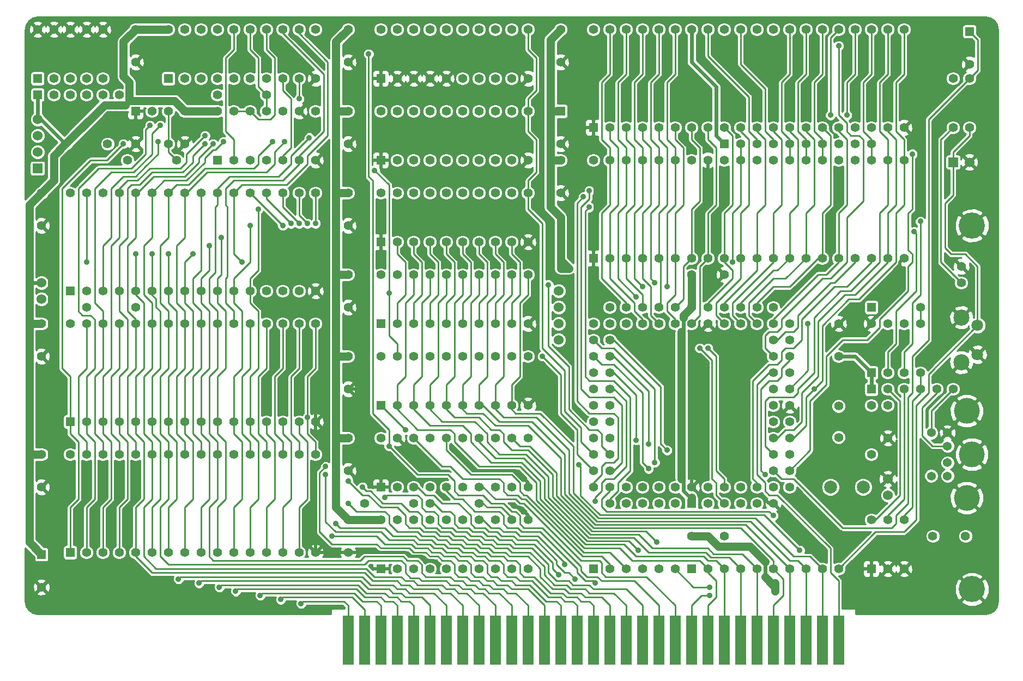
<source format=gtl>
G04 #@! TF.FileFunction,Copper,L1,Top,Signal*
%FSLAX46Y46*%
G04 Gerber Fmt 4.6, Leading zero omitted, Abs format (unit mm)*
G04 Created by KiCad (PCBNEW 4.0.1-stable) date 1/11/2018 1:11:40 PM*
%MOMM*%
G01*
G04 APERTURE LIST*
%ADD10C,0.150000*%
%ADD11R,1.778000X7.620000*%
%ADD12R,1.397000X1.397000*%
%ADD13C,1.397000*%
%ADD14C,1.998980*%
%ADD15C,4.064000*%
%ADD16C,1.371600*%
%ADD17C,4.000500*%
%ADD18R,1.524000X1.524000*%
%ADD19C,1.524000*%
%ADD20C,2.499360*%
%ADD21C,1.800860*%
%ADD22C,0.889000*%
%ADD23C,0.251460*%
%ADD24C,0.505460*%
%ADD25C,1.267460*%
%ADD26C,0.632460*%
%ADD27C,0.254000*%
G04 APERTURE END LIST*
D10*
D11*
X185420000Y-145732500D03*
X182880000Y-145732500D03*
X180340000Y-145732500D03*
X177800000Y-145732500D03*
X175260000Y-145732500D03*
X172720000Y-145732500D03*
X170180000Y-145732500D03*
X167640000Y-145732500D03*
X165100000Y-145732500D03*
X162560000Y-145732500D03*
X160020000Y-145732500D03*
X157480000Y-145732500D03*
X154940000Y-145732500D03*
X152400000Y-145732500D03*
X149860000Y-145732500D03*
X147320000Y-145732500D03*
X144780000Y-145732500D03*
X142240000Y-145732500D03*
X139700000Y-145732500D03*
X137160000Y-145732500D03*
X134620000Y-145732500D03*
X132080000Y-145732500D03*
X129540000Y-145732500D03*
X127000000Y-145732500D03*
X124460000Y-145732500D03*
X121920000Y-145732500D03*
X119380000Y-145732500D03*
X116840000Y-145732500D03*
X114300000Y-145732500D03*
X111760000Y-145732500D03*
X109220000Y-145732500D03*
D12*
X66040000Y-91440000D03*
D13*
X68580000Y-91440000D03*
X71120000Y-91440000D03*
X73660000Y-91440000D03*
X76200000Y-91440000D03*
X78740000Y-91440000D03*
X81280000Y-91440000D03*
X83820000Y-91440000D03*
X86360000Y-91440000D03*
X88900000Y-91440000D03*
X91440000Y-91440000D03*
X93980000Y-91440000D03*
X96520000Y-91440000D03*
X99060000Y-91440000D03*
X101600000Y-91440000D03*
X104140000Y-91440000D03*
X104140000Y-76200000D03*
X101600000Y-76200000D03*
X99060000Y-76200000D03*
X96520000Y-76200000D03*
X93980000Y-76200000D03*
X91440000Y-76200000D03*
X88900000Y-76200000D03*
X86360000Y-76200000D03*
X83820000Y-76200000D03*
X81280000Y-76200000D03*
X78740000Y-76200000D03*
X76200000Y-76200000D03*
X73660000Y-76200000D03*
X71120000Y-76200000D03*
X68580000Y-76200000D03*
X66040000Y-76200000D03*
X65328800Y-68580000D03*
X71831200Y-68580000D03*
D12*
X162560000Y-124460000D03*
D13*
X162560000Y-121920000D03*
X165100000Y-124460000D03*
X165100000Y-121920000D03*
X167640000Y-124460000D03*
X167640000Y-121920000D03*
X170180000Y-124460000D03*
X170180000Y-121920000D03*
X172720000Y-124460000D03*
X172720000Y-121920000D03*
X175260000Y-124460000D03*
X177800000Y-121920000D03*
X175260000Y-121920000D03*
X177800000Y-119380000D03*
X175260000Y-119380000D03*
X177800000Y-116840000D03*
X175260000Y-116840000D03*
X177800000Y-114300000D03*
X175260000Y-114300000D03*
X177800000Y-111760000D03*
X175260000Y-111760000D03*
X177800000Y-109220000D03*
X175260000Y-109220000D03*
X177800000Y-106680000D03*
X175260000Y-106680000D03*
X177800000Y-104140000D03*
X175260000Y-104140000D03*
X177800000Y-101600000D03*
X175260000Y-101600000D03*
X177800000Y-99060000D03*
X175260000Y-99060000D03*
X177800000Y-96520000D03*
X175260000Y-93980000D03*
X175260000Y-96520000D03*
X172720000Y-93980000D03*
X172720000Y-96520000D03*
X170180000Y-93980000D03*
X170180000Y-96520000D03*
X167640000Y-93980000D03*
X167640000Y-96520000D03*
X165100000Y-93980000D03*
X165100000Y-96520000D03*
X162560000Y-93980000D03*
X162560000Y-96520000D03*
X160020000Y-93980000D03*
X160020000Y-96520000D03*
X157480000Y-93980000D03*
X157480000Y-96520000D03*
X154940000Y-93980000D03*
X154940000Y-96520000D03*
X152400000Y-93980000D03*
X152400000Y-96520000D03*
X149860000Y-93980000D03*
X147320000Y-96520000D03*
X149860000Y-96520000D03*
X147320000Y-99060000D03*
X149860000Y-99060000D03*
X147320000Y-101600000D03*
X149860000Y-101600000D03*
X147320000Y-104140000D03*
X149860000Y-104140000D03*
X147320000Y-106680000D03*
X149860000Y-106680000D03*
X147320000Y-109220000D03*
X149860000Y-109220000D03*
X147320000Y-111760000D03*
X149860000Y-111760000D03*
X147320000Y-114300000D03*
X149860000Y-114300000D03*
X147320000Y-116840000D03*
X149860000Y-116840000D03*
X147320000Y-119380000D03*
X149860000Y-119380000D03*
X147320000Y-121920000D03*
X149860000Y-124460000D03*
X149860000Y-121920000D03*
X152400000Y-124460000D03*
X152400000Y-121920000D03*
X154940000Y-124460000D03*
X154940000Y-121920000D03*
X157480000Y-124460000D03*
X157480000Y-121920000D03*
X160020000Y-124460000D03*
X160020000Y-121920000D03*
D12*
X66040000Y-111760000D03*
D13*
X68580000Y-111760000D03*
X71120000Y-111760000D03*
X73660000Y-111760000D03*
X76200000Y-111760000D03*
X78740000Y-111760000D03*
X81280000Y-111760000D03*
X83820000Y-111760000D03*
X86360000Y-111760000D03*
X88900000Y-111760000D03*
X91440000Y-111760000D03*
X93980000Y-111760000D03*
X96520000Y-111760000D03*
X99060000Y-111760000D03*
X101600000Y-111760000D03*
X104140000Y-111760000D03*
X104140000Y-96520000D03*
X101600000Y-96520000D03*
X99060000Y-96520000D03*
X96520000Y-96520000D03*
X93980000Y-96520000D03*
X91440000Y-96520000D03*
X88900000Y-96520000D03*
X86360000Y-96520000D03*
X83820000Y-96520000D03*
X81280000Y-96520000D03*
X78740000Y-96520000D03*
X76200000Y-96520000D03*
X73660000Y-96520000D03*
X71120000Y-96520000D03*
X68580000Y-96520000D03*
X66040000Y-96520000D03*
D12*
X88900000Y-71120000D03*
D13*
X91440000Y-71120000D03*
X93980000Y-71120000D03*
X96520000Y-71120000D03*
X99060000Y-71120000D03*
X101600000Y-71120000D03*
X104140000Y-71120000D03*
X104140000Y-63500000D03*
X101600000Y-63500000D03*
X99060000Y-63500000D03*
X96520000Y-63500000D03*
X93980000Y-63500000D03*
X91440000Y-63500000D03*
X88900000Y-63500000D03*
X88900000Y-60960000D03*
X96520000Y-60960000D03*
D12*
X147320000Y-66040000D03*
D13*
X149860000Y-66040000D03*
X152400000Y-66040000D03*
X154940000Y-66040000D03*
X157480000Y-66040000D03*
X160020000Y-66040000D03*
X162560000Y-66040000D03*
X165100000Y-66040000D03*
X167640000Y-66040000D03*
X170180000Y-66040000D03*
X172720000Y-66040000D03*
X175260000Y-66040000D03*
X177800000Y-66040000D03*
X180340000Y-66040000D03*
X182880000Y-66040000D03*
X185420000Y-66040000D03*
X187960000Y-66040000D03*
X190500000Y-66040000D03*
X193040000Y-66040000D03*
X195580000Y-66040000D03*
X195580000Y-50800000D03*
X193040000Y-50800000D03*
X190500000Y-50800000D03*
X187960000Y-50800000D03*
X185420000Y-50800000D03*
X182880000Y-50800000D03*
X180340000Y-50800000D03*
X177800000Y-50800000D03*
X175260000Y-50800000D03*
X172720000Y-50800000D03*
X170180000Y-50800000D03*
X167640000Y-50800000D03*
X165100000Y-50800000D03*
X162560000Y-50800000D03*
X160020000Y-50800000D03*
X157480000Y-50800000D03*
X154940000Y-50800000D03*
X152400000Y-50800000D03*
X149860000Y-50800000D03*
X147320000Y-50800000D03*
D12*
X76200000Y-63500000D03*
D13*
X78740000Y-63500000D03*
X81280000Y-63500000D03*
X142240000Y-71120000D03*
X142240000Y-76200000D03*
X142240000Y-50800000D03*
X142240000Y-55880000D03*
X162560000Y-88900000D03*
X167640000Y-88900000D03*
X61595000Y-76200000D03*
X61595000Y-81280000D03*
X61595000Y-116840000D03*
X61595000Y-121920000D03*
X61595000Y-96520000D03*
X61595000Y-101600000D03*
X109220000Y-76200000D03*
X109220000Y-81280000D03*
X109220000Y-63500000D03*
X109220000Y-68580000D03*
X109220000Y-88900000D03*
X109220000Y-93980000D03*
X109220000Y-101600000D03*
X109220000Y-106680000D03*
X109220000Y-127000000D03*
X109220000Y-132080000D03*
X109220000Y-114300000D03*
X109220000Y-119380000D03*
X83820000Y-63500000D03*
X83820000Y-68580000D03*
X185420000Y-101600000D03*
X185420000Y-96520000D03*
D12*
X61595000Y-132397500D03*
D13*
X61595000Y-137477500D03*
D12*
X142240000Y-63500000D03*
D13*
X142240000Y-68580000D03*
D12*
X205740000Y-51117500D03*
D13*
X205740000Y-56197500D03*
D14*
X184150000Y-121920000D03*
X189230000Y-121920000D03*
D13*
X193040000Y-109220000D03*
X193040000Y-114300000D03*
X81280000Y-68580000D03*
X76200000Y-68580000D03*
X198120000Y-93980000D03*
D12*
X190500000Y-93980000D03*
D13*
X204470000Y-90170000D03*
X204470000Y-87630000D03*
D15*
X206121000Y-81280000D03*
X206121000Y-137795000D03*
D16*
X202311000Y-118140480D03*
X202311000Y-115539520D03*
X199819260Y-113489740D03*
X199819260Y-120190260D03*
X202311000Y-120190260D03*
X202311000Y-113489740D03*
D17*
X206121000Y-116840000D03*
X205310740Y-110081060D03*
X205310740Y-123598940D03*
D18*
X60960000Y-72390000D03*
D19*
X60960000Y-69850000D03*
X60960000Y-67310000D03*
X60960000Y-64770000D03*
D18*
X203200000Y-71437500D03*
D19*
X205740000Y-71437500D03*
D13*
X74930000Y-71120000D03*
X82550000Y-71120000D03*
X121920000Y-124460000D03*
X129540000Y-124460000D03*
X111760000Y-124460000D03*
X119380000Y-124460000D03*
X203200000Y-58420000D03*
X203200000Y-66040000D03*
X205740000Y-58420000D03*
X205740000Y-66040000D03*
X76200000Y-93980000D03*
X68580000Y-93980000D03*
D12*
X167640000Y-68580000D03*
D13*
X170180000Y-68580000D03*
X172720000Y-68580000D03*
X175260000Y-68580000D03*
X177800000Y-68580000D03*
X180340000Y-68580000D03*
X182880000Y-68580000D03*
X185420000Y-68580000D03*
X187960000Y-68580000D03*
X190500000Y-68580000D03*
D12*
X162560000Y-134620000D03*
D13*
X165100000Y-134620000D03*
X167640000Y-134620000D03*
X170180000Y-134620000D03*
X172720000Y-134620000D03*
X175260000Y-134620000D03*
X177800000Y-134620000D03*
X180340000Y-134620000D03*
X182880000Y-134620000D03*
X185420000Y-134620000D03*
D20*
X204470000Y-102562660D03*
X204470000Y-95562420D03*
D21*
X206969360Y-101312980D03*
X206969360Y-96812100D03*
D12*
X147320000Y-86360000D03*
D13*
X149860000Y-86360000D03*
X152400000Y-86360000D03*
X154940000Y-86360000D03*
X157480000Y-86360000D03*
X160020000Y-86360000D03*
X162560000Y-86360000D03*
X165100000Y-86360000D03*
X167640000Y-86360000D03*
X170180000Y-86360000D03*
X172720000Y-86360000D03*
X175260000Y-86360000D03*
X177800000Y-86360000D03*
X180340000Y-86360000D03*
X182880000Y-86360000D03*
X185420000Y-86360000D03*
X187960000Y-86360000D03*
X190500000Y-86360000D03*
X193040000Y-86360000D03*
X195580000Y-86360000D03*
X195580000Y-71120000D03*
X193040000Y-71120000D03*
X190500000Y-71120000D03*
X187960000Y-71120000D03*
X185420000Y-71120000D03*
X182880000Y-71120000D03*
X180340000Y-71120000D03*
X177800000Y-71120000D03*
X175260000Y-71120000D03*
X172720000Y-71120000D03*
X170180000Y-71120000D03*
X167640000Y-71120000D03*
X165100000Y-71120000D03*
X162560000Y-71120000D03*
X160020000Y-71120000D03*
X157480000Y-71120000D03*
X154940000Y-71120000D03*
X152400000Y-71120000D03*
X149860000Y-71120000D03*
X147320000Y-71120000D03*
D12*
X66040000Y-132080000D03*
D13*
X68580000Y-132080000D03*
X71120000Y-132080000D03*
X73660000Y-132080000D03*
X76200000Y-132080000D03*
X78740000Y-132080000D03*
X81280000Y-132080000D03*
X83820000Y-132080000D03*
X86360000Y-132080000D03*
X88900000Y-132080000D03*
X91440000Y-132080000D03*
X93980000Y-132080000D03*
X96520000Y-132080000D03*
X99060000Y-132080000D03*
X101600000Y-132080000D03*
X104140000Y-132080000D03*
X104140000Y-116840000D03*
X101600000Y-116840000D03*
X99060000Y-116840000D03*
X96520000Y-116840000D03*
X93980000Y-116840000D03*
X91440000Y-116840000D03*
X88900000Y-116840000D03*
X86360000Y-116840000D03*
X83820000Y-116840000D03*
X81280000Y-116840000D03*
X78740000Y-116840000D03*
X76200000Y-116840000D03*
X73660000Y-116840000D03*
X71120000Y-116840000D03*
X68580000Y-116840000D03*
X66040000Y-116840000D03*
D12*
X114300000Y-83820000D03*
D13*
X116840000Y-83820000D03*
X119380000Y-83820000D03*
X121920000Y-83820000D03*
X124460000Y-83820000D03*
X127000000Y-83820000D03*
X129540000Y-83820000D03*
X132080000Y-83820000D03*
X134620000Y-83820000D03*
X137160000Y-83820000D03*
X137160000Y-76200000D03*
X134620000Y-76200000D03*
X132080000Y-76200000D03*
X129540000Y-76200000D03*
X127000000Y-76200000D03*
X124460000Y-76200000D03*
X121920000Y-76200000D03*
X119380000Y-76200000D03*
X116840000Y-76200000D03*
X114300000Y-76200000D03*
D12*
X114300000Y-71120000D03*
D13*
X116840000Y-71120000D03*
X119380000Y-71120000D03*
X121920000Y-71120000D03*
X124460000Y-71120000D03*
X127000000Y-71120000D03*
X129540000Y-71120000D03*
X132080000Y-71120000D03*
X134620000Y-71120000D03*
X137160000Y-71120000D03*
X137160000Y-63500000D03*
X134620000Y-63500000D03*
X132080000Y-63500000D03*
X129540000Y-63500000D03*
X127000000Y-63500000D03*
X124460000Y-63500000D03*
X121920000Y-63500000D03*
X119380000Y-63500000D03*
X116840000Y-63500000D03*
X114300000Y-63500000D03*
D12*
X114300000Y-96520000D03*
D13*
X116840000Y-96520000D03*
X119380000Y-96520000D03*
X121920000Y-96520000D03*
X124460000Y-96520000D03*
X127000000Y-96520000D03*
X129540000Y-96520000D03*
X132080000Y-96520000D03*
X134620000Y-96520000D03*
X137160000Y-96520000D03*
X137160000Y-88900000D03*
X134620000Y-88900000D03*
X132080000Y-88900000D03*
X129540000Y-88900000D03*
X127000000Y-88900000D03*
X124460000Y-88900000D03*
X121920000Y-88900000D03*
X119380000Y-88900000D03*
X116840000Y-88900000D03*
X114300000Y-88900000D03*
D12*
X114300000Y-109220000D03*
D13*
X116840000Y-109220000D03*
X119380000Y-109220000D03*
X121920000Y-109220000D03*
X124460000Y-109220000D03*
X127000000Y-109220000D03*
X129540000Y-109220000D03*
X132080000Y-109220000D03*
X134620000Y-109220000D03*
X137160000Y-109220000D03*
X137160000Y-101600000D03*
X134620000Y-101600000D03*
X132080000Y-101600000D03*
X129540000Y-101600000D03*
X127000000Y-101600000D03*
X124460000Y-101600000D03*
X121920000Y-101600000D03*
X119380000Y-101600000D03*
X116840000Y-101600000D03*
X114300000Y-101600000D03*
D12*
X114300000Y-134620000D03*
D13*
X116840000Y-134620000D03*
X119380000Y-134620000D03*
X121920000Y-134620000D03*
X124460000Y-134620000D03*
X127000000Y-134620000D03*
X129540000Y-134620000D03*
X132080000Y-134620000D03*
X134620000Y-134620000D03*
X137160000Y-134620000D03*
X137160000Y-127000000D03*
X134620000Y-127000000D03*
X132080000Y-127000000D03*
X129540000Y-127000000D03*
X127000000Y-127000000D03*
X124460000Y-127000000D03*
X121920000Y-127000000D03*
X119380000Y-127000000D03*
X116840000Y-127000000D03*
X114300000Y-127000000D03*
D12*
X114300000Y-121920000D03*
D13*
X116840000Y-121920000D03*
X119380000Y-121920000D03*
X121920000Y-121920000D03*
X124460000Y-121920000D03*
X127000000Y-121920000D03*
X129540000Y-121920000D03*
X132080000Y-121920000D03*
X134620000Y-121920000D03*
X137160000Y-121920000D03*
X137160000Y-114300000D03*
X134620000Y-114300000D03*
X132080000Y-114300000D03*
X129540000Y-114300000D03*
X127000000Y-114300000D03*
X124460000Y-114300000D03*
X121920000Y-114300000D03*
X119380000Y-114300000D03*
X116840000Y-114300000D03*
X114300000Y-114300000D03*
D12*
X190500000Y-104140000D03*
D13*
X193040000Y-104140000D03*
X195580000Y-104140000D03*
X198120000Y-104140000D03*
X198120000Y-96520000D03*
X195580000Y-96520000D03*
X193040000Y-96520000D03*
X190500000Y-96520000D03*
X185420000Y-114200940D03*
X185420000Y-109319060D03*
X162560000Y-129540000D03*
X167640000Y-129540000D03*
D12*
X147320000Y-134620000D03*
D13*
X149860000Y-134620000D03*
X152400000Y-134620000D03*
X154940000Y-134620000D03*
X157480000Y-134620000D03*
X160020000Y-134620000D03*
D12*
X190500000Y-106680000D03*
D13*
X193040000Y-106680000D03*
X195580000Y-106680000D03*
X198120000Y-106680000D03*
X200660000Y-106680000D03*
X203200000Y-106680000D03*
X109220000Y-50800000D03*
X109220000Y-55880000D03*
D12*
X114300000Y-58420000D03*
D13*
X116840000Y-58420000D03*
X119380000Y-58420000D03*
X121920000Y-58420000D03*
X124460000Y-58420000D03*
X127000000Y-58420000D03*
X129540000Y-58420000D03*
X132080000Y-58420000D03*
X134620000Y-58420000D03*
X137160000Y-58420000D03*
X137160000Y-50800000D03*
X134620000Y-50800000D03*
X132080000Y-50800000D03*
X129540000Y-50800000D03*
X127000000Y-50800000D03*
X124460000Y-50800000D03*
X121920000Y-50800000D03*
X119380000Y-50800000D03*
X116840000Y-50800000D03*
X114300000Y-50800000D03*
D12*
X81280000Y-58420000D03*
D13*
X83820000Y-58420000D03*
X86360000Y-58420000D03*
X88900000Y-58420000D03*
X91440000Y-58420000D03*
X93980000Y-58420000D03*
X96520000Y-58420000D03*
X99060000Y-58420000D03*
X101600000Y-58420000D03*
X104140000Y-58420000D03*
X104140000Y-50800000D03*
X101600000Y-50800000D03*
X99060000Y-50800000D03*
X96520000Y-50800000D03*
X93980000Y-50800000D03*
X91440000Y-50800000D03*
X88900000Y-50800000D03*
X86360000Y-50800000D03*
X83820000Y-50800000D03*
X81280000Y-50800000D03*
D12*
X60960000Y-60960000D03*
D13*
X63500000Y-60960000D03*
X66040000Y-60960000D03*
X68580000Y-60960000D03*
X71120000Y-60960000D03*
X73660000Y-60960000D03*
X76200000Y-50800000D03*
X76200000Y-55880000D03*
X205105000Y-129540000D03*
X200025000Y-129540000D03*
D12*
X190500000Y-134620000D03*
D13*
X193040000Y-134620000D03*
X195580000Y-134620000D03*
X195580000Y-127000000D03*
X193040000Y-127000000D03*
X190500000Y-127000000D03*
D12*
X60960000Y-58420000D03*
D13*
X63500000Y-58420000D03*
X66040000Y-58420000D03*
X68580000Y-58420000D03*
X71120000Y-58420000D03*
X71120000Y-50800000D03*
X68580000Y-50800000D03*
X66040000Y-50800000D03*
X63500000Y-50800000D03*
X60960000Y-50800000D03*
D19*
X141922500Y-99060000D03*
X141922500Y-96520000D03*
X193040000Y-120650000D03*
X193040000Y-123190000D03*
D13*
X190500000Y-109220000D03*
X190500000Y-116840000D03*
D19*
X61595000Y-92710000D03*
X61595000Y-90170000D03*
X141922500Y-93980000D03*
X141922500Y-91440000D03*
D22*
X101917500Y-140017500D03*
X95250000Y-78740000D03*
X93980000Y-81280000D03*
X98742500Y-139382500D03*
X103187500Y-67627500D03*
X105727500Y-118745000D03*
X99377500Y-68262500D03*
X86995000Y-68580000D03*
X106680000Y-129540000D03*
X88265000Y-68580000D03*
X105727500Y-120015000D03*
X86995000Y-67310000D03*
X107315000Y-127635000D03*
X79692500Y-68262500D03*
X101600000Y-61595000D03*
X109220000Y-124460000D03*
X78422500Y-65722500D03*
X109220000Y-120967500D03*
X80010000Y-65722500D03*
X111442500Y-121920000D03*
X74295000Y-68580000D03*
X114935000Y-123507500D03*
X115570000Y-115570000D03*
X112395000Y-54610000D03*
X89535000Y-83185000D03*
X95567500Y-138747500D03*
X87630000Y-84455000D03*
X91757500Y-138112500D03*
X85090000Y-85725000D03*
X89217500Y-137477500D03*
X86042500Y-136842500D03*
X81280000Y-85725000D03*
X82867500Y-136207500D03*
X78740000Y-85725000D03*
X76200000Y-85725000D03*
X89852500Y-68262500D03*
X97472500Y-68262500D03*
X153987500Y-92392500D03*
X154940000Y-90805000D03*
X156845000Y-90170000D03*
X158750000Y-90805000D03*
X104140000Y-80962500D03*
X102870000Y-80962500D03*
X101600000Y-80962500D03*
X100330000Y-80962500D03*
X99060000Y-81280000D03*
X141922500Y-135572500D03*
X155892500Y-119062500D03*
X158750000Y-116205000D03*
X156845000Y-118110000D03*
X184150000Y-64135000D03*
X186690000Y-64135000D03*
X181610000Y-106680000D03*
X142875000Y-133985000D03*
X144462500Y-136207500D03*
X147637500Y-136842500D03*
X154305000Y-131762500D03*
X118110000Y-113030000D03*
X68580000Y-86995000D03*
X157162500Y-130492500D03*
X180657500Y-96520000D03*
X168910000Y-86995000D03*
X146685000Y-78422500D03*
X145732500Y-76835000D03*
X146685000Y-75882500D03*
X143510000Y-100330000D03*
X170180000Y-101600000D03*
X184150000Y-79375000D03*
X147637500Y-79375000D03*
X163830000Y-79375000D03*
X166370000Y-79375000D03*
X162560000Y-115570000D03*
X170180000Y-115570000D03*
X170180000Y-112395000D03*
X170180000Y-120015000D03*
X60325000Y-75247500D03*
X105410000Y-101600000D03*
X100330000Y-101600000D03*
X105410000Y-80962500D03*
X92710000Y-49530000D03*
X105410000Y-140652500D03*
X167640000Y-53340000D03*
X169227500Y-57150000D03*
X159067500Y-112395000D03*
X162560000Y-112395000D03*
X153670000Y-95885000D03*
X181927500Y-120650000D03*
X182880000Y-132715000D03*
X120332500Y-117792500D03*
X179705000Y-125730000D03*
X72390000Y-133350000D03*
X139065000Y-73660000D03*
X140652500Y-86360000D03*
X161290000Y-57150000D03*
X148590000Y-90805000D03*
X153987500Y-115887500D03*
X144938750Y-110013750D03*
X123190000Y-133985000D03*
X134937500Y-124777500D03*
X170180000Y-107950000D03*
X159067500Y-118427500D03*
X151765000Y-123190000D03*
X159067500Y-107950000D03*
X142557500Y-112395000D03*
X110490000Y-91757500D03*
X116840000Y-81280000D03*
X127317500Y-117792500D03*
X158115000Y-101600000D03*
X162560000Y-101600000D03*
X185420000Y-111760000D03*
X181927500Y-109220000D03*
X162560000Y-107950000D03*
X95250000Y-89535000D03*
X160972500Y-104140000D03*
X143510000Y-87947500D03*
X142240000Y-87947500D03*
X175577500Y-136842500D03*
X175577500Y-138112500D03*
X145097500Y-118427500D03*
X179387500Y-131762500D03*
X175260000Y-126365000D03*
X165417500Y-138747500D03*
X173990000Y-120015000D03*
X165417500Y-137477500D03*
X197167500Y-82232500D03*
X198120000Y-80645000D03*
X185420000Y-53340000D03*
X163830000Y-100330000D03*
X92710000Y-86995000D03*
X196850000Y-70167500D03*
X155892500Y-115252500D03*
X153987500Y-114617500D03*
X147637500Y-124142500D03*
X140335000Y-90487500D03*
X139382500Y-101600000D03*
X102870000Y-111125000D03*
X113347500Y-72707500D03*
X115570000Y-91757500D03*
X165100000Y-100330000D03*
D23*
X95250000Y-78740000D02*
X95250000Y-88265000D01*
X95250000Y-88265000D02*
X93980000Y-89535000D01*
X109220000Y-146050000D02*
X109220000Y-140335000D01*
X102235000Y-139700000D02*
X101917500Y-140017500D01*
X108585000Y-139700000D02*
X102235000Y-139700000D01*
X109220000Y-140335000D02*
X108585000Y-139700000D01*
X93980000Y-111760000D02*
X93980000Y-104775000D01*
X93980000Y-104775000D02*
X95250000Y-103505000D01*
X95250000Y-103505000D02*
X95250000Y-94615000D01*
X95250000Y-94615000D02*
X93980000Y-93345000D01*
X93980000Y-111760000D02*
X93980000Y-113665000D01*
X93980000Y-125095000D02*
X95250000Y-123825000D01*
X95250000Y-123825000D02*
X95250000Y-114935000D01*
X95250000Y-114935000D02*
X93980000Y-113665000D01*
X93980000Y-125095000D02*
X93980000Y-132080000D01*
X93980000Y-91440000D02*
X93980000Y-89535000D01*
X93980000Y-93345000D02*
X93980000Y-91440000D01*
X93980000Y-81280000D02*
X93980000Y-86995000D01*
X93980000Y-86995000D02*
X91440000Y-89535000D01*
X111760000Y-140970000D02*
X109855000Y-139065000D01*
X99060000Y-139065000D02*
X98742500Y-139382500D01*
X109855000Y-139065000D02*
X99060000Y-139065000D01*
X111760000Y-146050000D02*
X111760000Y-140970000D01*
X91440000Y-111760000D02*
X91440000Y-104775000D01*
X91440000Y-104775000D02*
X92710000Y-103505000D01*
X91440000Y-132080000D02*
X91440000Y-125095000D01*
X91440000Y-113665000D02*
X91440000Y-111760000D01*
X92710000Y-114935000D02*
X91440000Y-113665000D01*
X92710000Y-123825000D02*
X92710000Y-114935000D01*
X91440000Y-125095000D02*
X92710000Y-123825000D01*
X92710000Y-103505000D02*
X92710000Y-94615000D01*
X92710000Y-94615000D02*
X91440000Y-93345000D01*
X91440000Y-89535000D02*
X91440000Y-91440000D01*
X91440000Y-93345000D02*
X91440000Y-91440000D01*
X98425000Y-73660000D02*
X90805000Y-73660000D01*
X90805000Y-73660000D02*
X88900000Y-75565000D01*
X88900000Y-75565000D02*
X88900000Y-76200000D01*
X88582500Y-88582500D02*
X88582500Y-78422500D01*
X88582500Y-78422500D02*
X88900000Y-78105000D01*
X88900000Y-76200000D02*
X88900000Y-75565000D01*
X88900000Y-76200000D02*
X88900000Y-78105000D01*
X88582500Y-88582500D02*
X87630000Y-89535000D01*
X121285000Y-135890000D02*
X125095000Y-135890000D01*
X132715000Y-138430000D02*
X134620000Y-140335000D01*
X131127500Y-138430000D02*
X132715000Y-138430000D01*
X130492500Y-137795000D02*
X131127500Y-138430000D01*
X129540000Y-137795000D02*
X130492500Y-137795000D01*
X128905000Y-137160000D02*
X129540000Y-137795000D01*
X127635000Y-137160000D02*
X128905000Y-137160000D01*
X127000000Y-136525000D02*
X127635000Y-137160000D01*
X125730000Y-136525000D02*
X127000000Y-136525000D01*
X125095000Y-135890000D02*
X125730000Y-136525000D01*
X87630000Y-132715000D02*
X87630000Y-125095000D01*
X88900000Y-123825000D02*
X87630000Y-125095000D01*
X88900000Y-116840000D02*
X88900000Y-123825000D01*
X88265000Y-133350000D02*
X87630000Y-132715000D01*
X88265000Y-133350000D02*
X111125000Y-133350000D01*
X117792500Y-132715000D02*
X118427500Y-133350000D01*
X121285000Y-135890000D02*
X120650000Y-135255000D01*
X120650000Y-135255000D02*
X120650000Y-133985000D01*
X120650000Y-133985000D02*
X120015000Y-133350000D01*
X134620000Y-146050000D02*
X134620000Y-140335000D01*
X111125000Y-133350000D02*
X111760000Y-132715000D01*
X111760000Y-132715000D02*
X117792500Y-132715000D01*
X118427500Y-133350000D02*
X120015000Y-133350000D01*
X88900000Y-96520000D02*
X88900000Y-94615000D01*
X87630000Y-93345000D02*
X87630000Y-89535000D01*
X88900000Y-94615000D02*
X87630000Y-93345000D01*
X88900000Y-116840000D02*
X88900000Y-114935000D01*
X88900000Y-103505000D02*
X88900000Y-96520000D01*
X87630000Y-104775000D02*
X88900000Y-103505000D01*
X87630000Y-113665000D02*
X87630000Y-104775000D01*
X88900000Y-114935000D02*
X87630000Y-113665000D01*
X100330000Y-70485000D02*
X103187500Y-67627500D01*
X100330000Y-70485000D02*
X103187500Y-67627500D01*
X98425000Y-73660000D02*
X100330000Y-71755000D01*
X100330000Y-71755000D02*
X100330000Y-70485000D01*
X83820000Y-76200000D02*
X84137500Y-76200000D01*
X84137500Y-76200000D02*
X87312500Y-73025000D01*
X87312500Y-73025000D02*
X96520000Y-73025000D01*
X104775000Y-128905000D02*
X104775000Y-119697500D01*
X104775000Y-119697500D02*
X105727500Y-118745000D01*
X106680000Y-130810000D02*
X104775000Y-128905000D01*
X121920000Y-132715000D02*
X122872500Y-132715000D01*
X123190000Y-132715000D02*
X123825000Y-133350000D01*
X122872500Y-132715000D02*
X123190000Y-132715000D01*
X125730000Y-135255000D02*
X126365000Y-135890000D01*
X125095000Y-133350000D02*
X125730000Y-133985000D01*
X125730000Y-133985000D02*
X125730000Y-135255000D01*
X123825000Y-133350000D02*
X125095000Y-133350000D01*
X135255000Y-138430000D02*
X137160000Y-140335000D01*
X133985000Y-138430000D02*
X135255000Y-138430000D01*
X133350000Y-137795000D02*
X133985000Y-138430000D01*
X131762500Y-137795000D02*
X133350000Y-137795000D01*
X131127500Y-137160000D02*
X131762500Y-137795000D01*
X130175000Y-137160000D02*
X131127500Y-137160000D01*
X129540000Y-136525000D02*
X130175000Y-137160000D01*
X128270000Y-136525000D02*
X129540000Y-136525000D01*
X127635000Y-135890000D02*
X128270000Y-136525000D01*
X126365000Y-135890000D02*
X127635000Y-135890000D01*
X121920000Y-132715000D02*
X121285000Y-132080000D01*
X121285000Y-132080000D02*
X119380000Y-132080000D01*
X119380000Y-132080000D02*
X118745000Y-131445000D01*
X118745000Y-131445000D02*
X114300000Y-131445000D01*
X114300000Y-131445000D02*
X113665000Y-130810000D01*
X113665000Y-130810000D02*
X106680000Y-130810000D01*
X137160000Y-146050000D02*
X137160000Y-140335000D01*
X83820000Y-96520000D02*
X83820000Y-94615000D01*
X83820000Y-94615000D02*
X82550000Y-93345000D01*
X83820000Y-116840000D02*
X83820000Y-114935000D01*
X83820000Y-103505000D02*
X83820000Y-96520000D01*
X82550000Y-104775000D02*
X83820000Y-103505000D01*
X82550000Y-113665000D02*
X82550000Y-104775000D01*
X83820000Y-114935000D02*
X82550000Y-113665000D01*
X82550000Y-93345000D02*
X82550000Y-84455000D01*
X82550000Y-84455000D02*
X83820000Y-83185000D01*
X96520000Y-73025000D02*
X97790000Y-71755000D01*
X97790000Y-71755000D02*
X97790000Y-69850000D01*
X97790000Y-69850000D02*
X99377500Y-68262500D01*
X83820000Y-83185000D02*
X83820000Y-76200000D01*
X83502500Y-73025000D02*
X85090000Y-71437500D01*
X85090000Y-71437500D02*
X85090000Y-70485000D01*
X85090000Y-70485000D02*
X86995000Y-68580000D01*
X74930000Y-95885000D02*
X73660000Y-94615000D01*
X73660000Y-94615000D02*
X73660000Y-91440000D01*
X83502500Y-73025000D02*
X78740000Y-73025000D01*
X74930000Y-75565000D02*
X74930000Y-83185000D01*
X74930000Y-83185000D02*
X73660000Y-84455000D01*
X73660000Y-84455000D02*
X73660000Y-91440000D01*
X75565000Y-74930000D02*
X74930000Y-75565000D01*
X75565000Y-74930000D02*
X76835000Y-74930000D01*
X78740000Y-73025000D02*
X76835000Y-74930000D01*
X124142500Y-132715000D02*
X125730000Y-132715000D01*
X137160000Y-137795000D02*
X139700000Y-140335000D01*
X134620000Y-137795000D02*
X137160000Y-137795000D01*
X133985000Y-137160000D02*
X134620000Y-137795000D01*
X132397500Y-137160000D02*
X133985000Y-137160000D01*
X131762500Y-136525000D02*
X132397500Y-137160000D01*
X130810000Y-136525000D02*
X131762500Y-136525000D01*
X130175000Y-135890000D02*
X130810000Y-136525000D01*
X128905000Y-135890000D02*
X130175000Y-135890000D01*
X128270000Y-135255000D02*
X128905000Y-135890000D01*
X128270000Y-133985000D02*
X128270000Y-135255000D01*
X127635000Y-133350000D02*
X128270000Y-133985000D01*
X126365000Y-133350000D02*
X127635000Y-133350000D01*
X125730000Y-132715000D02*
X126365000Y-133350000D01*
X106680000Y-129540000D02*
X113665000Y-129540000D01*
X113665000Y-129540000D02*
X114935000Y-130810000D01*
X123507500Y-132080000D02*
X124142500Y-132715000D01*
X139700000Y-146050000D02*
X139700000Y-140335000D01*
X119697500Y-131445000D02*
X121602500Y-131445000D01*
X119062500Y-130810000D02*
X114935000Y-130810000D01*
X119062500Y-130810000D02*
X119697500Y-131445000D01*
X122237500Y-132080000D02*
X121602500Y-131445000D01*
X123507500Y-132080000D02*
X122237500Y-132080000D01*
X73660000Y-111760000D02*
X73660000Y-104775000D01*
X73660000Y-104775000D02*
X74930000Y-103505000D01*
X73660000Y-132080000D02*
X73660000Y-125095000D01*
X73660000Y-113665000D02*
X73660000Y-111760000D01*
X74930000Y-114935000D02*
X73660000Y-113665000D01*
X74930000Y-123825000D02*
X74930000Y-114935000D01*
X73660000Y-125095000D02*
X74930000Y-123825000D01*
X74930000Y-103505000D02*
X74930000Y-95885000D01*
X83820000Y-73660000D02*
X86042500Y-71437500D01*
X86042500Y-71437500D02*
X86042500Y-70802500D01*
X86042500Y-70802500D02*
X88265000Y-68580000D01*
X79057500Y-73660000D02*
X83820000Y-73660000D01*
X76517500Y-76200000D02*
X79057500Y-73660000D01*
X76200000Y-83185000D02*
X74930000Y-84455000D01*
X76200000Y-76200000D02*
X76200000Y-83185000D01*
X74930000Y-94615000D02*
X76200000Y-95885000D01*
X74930000Y-84455000D02*
X74930000Y-94615000D01*
X76200000Y-96520000D02*
X76200000Y-95885000D01*
X76200000Y-76200000D02*
X76517500Y-76200000D01*
X107315000Y-128905000D02*
X105727500Y-127317500D01*
X122555000Y-131445000D02*
X123825000Y-131445000D01*
X122555000Y-131445000D02*
X121920000Y-130810000D01*
X119380000Y-130175000D02*
X120015000Y-130810000D01*
X119380000Y-130175000D02*
X115570000Y-130175000D01*
X120015000Y-130810000D02*
X121920000Y-130810000D01*
X123825000Y-131445000D02*
X124460000Y-132080000D01*
X142240000Y-140335000D02*
X141605000Y-139700000D01*
X141605000Y-139700000D02*
X140017500Y-139700000D01*
X142240000Y-146050000D02*
X142240000Y-140335000D01*
X114300000Y-128905000D02*
X115570000Y-130175000D01*
X107315000Y-128905000D02*
X114300000Y-128905000D01*
X130175000Y-133350000D02*
X130810000Y-133985000D01*
X130810000Y-133985000D02*
X130810000Y-135255000D01*
X130810000Y-135255000D02*
X131445000Y-135890000D01*
X131445000Y-135890000D02*
X132397500Y-135890000D01*
X132397500Y-135890000D02*
X133032500Y-136525000D01*
X133032500Y-136525000D02*
X134620000Y-136525000D01*
X134620000Y-136525000D02*
X135255000Y-137160000D01*
X135255000Y-137160000D02*
X137477500Y-137160000D01*
X137477500Y-137160000D02*
X140017500Y-139700000D01*
X128905000Y-133350000D02*
X130175000Y-133350000D01*
X126047500Y-132080000D02*
X126682500Y-132715000D01*
X124460000Y-132080000D02*
X126047500Y-132080000D01*
X128270000Y-132715000D02*
X128905000Y-133350000D01*
X126682500Y-132715000D02*
X128270000Y-132715000D01*
X105727500Y-127317500D02*
X105727500Y-120015000D01*
X74930000Y-104775000D02*
X76200000Y-103505000D01*
X76200000Y-114935000D02*
X74930000Y-113665000D01*
X74930000Y-113665000D02*
X74930000Y-104775000D01*
X76200000Y-116840000D02*
X76200000Y-114935000D01*
X76200000Y-103505000D02*
X76200000Y-96520000D01*
X83185000Y-72390000D02*
X84137500Y-71437500D01*
X84137500Y-71437500D02*
X84137500Y-70167500D01*
X86995000Y-67310000D02*
X84137500Y-70167500D01*
X74930000Y-74295000D02*
X76517500Y-74295000D01*
X73660000Y-75565000D02*
X74930000Y-74295000D01*
X76517500Y-74295000D02*
X78422500Y-72390000D01*
X78422500Y-72390000D02*
X83185000Y-72390000D01*
X73660000Y-76200000D02*
X73660000Y-75565000D01*
X72390000Y-103505000D02*
X72390000Y-84455000D01*
X71120000Y-104775000D02*
X72390000Y-103505000D01*
X71120000Y-111760000D02*
X71120000Y-104775000D01*
X73660000Y-83185000D02*
X73660000Y-76200000D01*
X72390000Y-84455000D02*
X73660000Y-83185000D01*
X107315000Y-127635000D02*
X107950000Y-128270000D01*
X107950000Y-128270000D02*
X114935000Y-128270000D01*
X122872500Y-130810000D02*
X124142500Y-130810000D01*
X120332500Y-130175000D02*
X122237500Y-130175000D01*
X119697500Y-129540000D02*
X116205000Y-129540000D01*
X119697500Y-129540000D02*
X120332500Y-130175000D01*
X122872500Y-130810000D02*
X122237500Y-130175000D01*
X124142500Y-130810000D02*
X124777500Y-131445000D01*
X144145000Y-139700000D02*
X144780000Y-140335000D01*
X144780000Y-146050000D02*
X144780000Y-140335000D01*
X142875000Y-139700000D02*
X142240000Y-139065000D01*
X142240000Y-139065000D02*
X140335000Y-139065000D01*
X144145000Y-139700000D02*
X142875000Y-139700000D01*
X114935000Y-128270000D02*
X116205000Y-129540000D01*
X130492500Y-132715000D02*
X131127500Y-133350000D01*
X131127500Y-133350000D02*
X132715000Y-133350000D01*
X132715000Y-133350000D02*
X133350000Y-133985000D01*
X133350000Y-133985000D02*
X133350000Y-135255000D01*
X133350000Y-135255000D02*
X133985000Y-135890000D01*
X133985000Y-135890000D02*
X135255000Y-135890000D01*
X135255000Y-135890000D02*
X135890000Y-136525000D01*
X135890000Y-136525000D02*
X137795000Y-136525000D01*
X137795000Y-136525000D02*
X140335000Y-139065000D01*
X129222500Y-132715000D02*
X130492500Y-132715000D01*
X126365000Y-131445000D02*
X127000000Y-132080000D01*
X124777500Y-131445000D02*
X126365000Y-131445000D01*
X128587500Y-132080000D02*
X129222500Y-132715000D01*
X127000000Y-132080000D02*
X128587500Y-132080000D01*
X71120000Y-132080000D02*
X71120000Y-125095000D01*
X71120000Y-113665000D02*
X71120000Y-111760000D01*
X72390000Y-114935000D02*
X71120000Y-113665000D01*
X72390000Y-123825000D02*
X72390000Y-114935000D01*
X71120000Y-125095000D02*
X72390000Y-123825000D01*
X79692500Y-70167500D02*
X79692500Y-68262500D01*
X74295000Y-73660000D02*
X76200000Y-73660000D01*
X76200000Y-73660000D02*
X77787500Y-72072500D01*
X77787500Y-72072500D02*
X79692500Y-70167500D01*
X72390000Y-75565000D02*
X72390000Y-83185000D01*
X71120000Y-84455000D02*
X72390000Y-83185000D01*
X71120000Y-84455000D02*
X71120000Y-91440000D01*
X72390000Y-75565000D02*
X74295000Y-73660000D01*
X67310000Y-113665000D02*
X67310000Y-104775000D01*
X68580000Y-114935000D02*
X68580000Y-116840000D01*
X68580000Y-114935000D02*
X67310000Y-113665000D01*
X67310000Y-104775000D02*
X68580000Y-103505000D01*
X68580000Y-96520000D02*
X68580000Y-103505000D01*
X101600000Y-61595000D02*
X101600000Y-58420000D01*
X114935000Y-125730000D02*
X110490000Y-125730000D01*
X128905000Y-131445000D02*
X129540000Y-132080000D01*
X127317500Y-131445000D02*
X126682500Y-130810000D01*
X126682500Y-130810000D02*
X125095000Y-130810000D01*
X129540000Y-132080000D02*
X130810000Y-132080000D01*
X130810000Y-132080000D02*
X131445000Y-132715000D01*
X131445000Y-132715000D02*
X133350000Y-132715000D01*
X133350000Y-132715000D02*
X133985000Y-133350000D01*
X140652500Y-138430000D02*
X138112500Y-135890000D01*
X138112500Y-135890000D02*
X136525000Y-135890000D01*
X133985000Y-133350000D02*
X135255000Y-133350000D01*
X123190000Y-130175000D02*
X124460000Y-130175000D01*
X115570000Y-127635000D02*
X115570000Y-127317500D01*
X115570000Y-127635000D02*
X116840000Y-128905000D01*
X124460000Y-130175000D02*
X125095000Y-130810000D01*
X123190000Y-130175000D02*
X122555000Y-129540000D01*
X120015000Y-128905000D02*
X120650000Y-129540000D01*
X120015000Y-128905000D02*
X116840000Y-128905000D01*
X120650000Y-129540000D02*
X122555000Y-129540000D01*
X135255000Y-133350000D02*
X135890000Y-133985000D01*
X135890000Y-133985000D02*
X135890000Y-135255000D01*
X135890000Y-135255000D02*
X136525000Y-135890000D01*
X142557500Y-138430000D02*
X140652500Y-138430000D01*
X146685000Y-139700000D02*
X145415000Y-139700000D01*
X146685000Y-139700000D02*
X147320000Y-140335000D01*
X147320000Y-146050000D02*
X147320000Y-140335000D01*
X145415000Y-139700000D02*
X144780000Y-139065000D01*
X143192500Y-139065000D02*
X142557500Y-138430000D01*
X144780000Y-139065000D02*
X143192500Y-139065000D01*
X127317500Y-131445000D02*
X128905000Y-131445000D01*
X115570000Y-126365000D02*
X114935000Y-125730000D01*
X115570000Y-127317500D02*
X115570000Y-126365000D01*
X110490000Y-125730000D02*
X109220000Y-124460000D01*
X69850000Y-95885000D02*
X69215000Y-95250000D01*
X68580000Y-104775000D02*
X69850000Y-103505000D01*
X68580000Y-104775000D02*
X68580000Y-111760000D01*
X69850000Y-103505000D02*
X69850000Y-95885000D01*
X77787500Y-70167500D02*
X75565000Y-72390000D01*
X77787500Y-66357500D02*
X78422500Y-65722500D01*
X77787500Y-70167500D02*
X77787500Y-66357500D01*
X67310000Y-75565000D02*
X70485000Y-72390000D01*
X75565000Y-72390000D02*
X70485000Y-72390000D01*
X69215000Y-95250000D02*
X67945000Y-95250000D01*
X67945000Y-95250000D02*
X67310000Y-94615000D01*
X67310000Y-94615000D02*
X67310000Y-75565000D01*
X127635000Y-130810000D02*
X129222500Y-130810000D01*
X129222500Y-130810000D02*
X129857500Y-131445000D01*
X129857500Y-131445000D02*
X131127500Y-131445000D01*
X131127500Y-131445000D02*
X131762500Y-132080000D01*
X131762500Y-132080000D02*
X133667500Y-132080000D01*
X133667500Y-132080000D02*
X134302500Y-132715000D01*
X139065000Y-135890000D02*
X139065000Y-134620000D01*
X142875000Y-137795000D02*
X140970000Y-137795000D01*
X149860000Y-146050000D02*
X149860000Y-140335000D01*
X148590000Y-139065000D02*
X149860000Y-140335000D01*
X148590000Y-139065000D02*
X146050000Y-139065000D01*
X146050000Y-139065000D02*
X145415000Y-138430000D01*
X143510000Y-138430000D02*
X142875000Y-137795000D01*
X145415000Y-138430000D02*
X143510000Y-138430000D01*
X137160000Y-132715000D02*
X134302500Y-132715000D01*
X139065000Y-134620000D02*
X137160000Y-132715000D01*
X139065000Y-135890000D02*
X140970000Y-137795000D01*
X118745000Y-128270000D02*
X118110000Y-127635000D01*
X118110000Y-126365000D02*
X116840000Y-125095000D01*
X118110000Y-127635000D02*
X118110000Y-126365000D01*
X120332500Y-128270000D02*
X118745000Y-128270000D01*
X120332500Y-128270000D02*
X120967500Y-128905000D01*
X123475750Y-129571750D02*
X122809000Y-128905000D01*
X122809000Y-128905000D02*
X120967500Y-128905000D01*
X124809250Y-129571750D02*
X125412500Y-130175000D01*
X123475750Y-129571750D02*
X124809250Y-129571750D01*
X127000000Y-130175000D02*
X127635000Y-130810000D01*
X125412500Y-130175000D02*
X127000000Y-130175000D01*
X116840000Y-125095000D02*
X114300000Y-125095000D01*
X112395000Y-123190000D02*
X111442500Y-123190000D01*
X111442500Y-123190000D02*
X109220000Y-120967500D01*
X114300000Y-125095000D02*
X112395000Y-123190000D01*
X69850000Y-114935000D02*
X69850000Y-123825000D01*
X68580000Y-125095000D02*
X68580000Y-132080000D01*
X68580000Y-125095000D02*
X69850000Y-123825000D01*
X68580000Y-111760000D02*
X68580000Y-113665000D01*
X69850000Y-114935000D02*
X68580000Y-113665000D01*
X69850000Y-93345000D02*
X69850000Y-75565000D01*
X69850000Y-75565000D02*
X72390000Y-73025000D01*
X72390000Y-73025000D02*
X75882500Y-73025000D01*
X78740000Y-70167500D02*
X78740000Y-66992500D01*
X78740000Y-66992500D02*
X80010000Y-65722500D01*
X75882500Y-73025000D02*
X78740000Y-70167500D01*
X71120000Y-96520000D02*
X71120000Y-94615000D01*
X71120000Y-94615000D02*
X69850000Y-93345000D01*
X112712500Y-122555000D02*
X112077500Y-122555000D01*
X112077500Y-122555000D02*
X111442500Y-121920000D01*
X112712500Y-122555000D02*
X114617500Y-124460000D01*
X114617500Y-124460000D02*
X117475000Y-124460000D01*
X127952500Y-130175000D02*
X129540000Y-130175000D01*
X129540000Y-130175000D02*
X130175000Y-130810000D01*
X130175000Y-130810000D02*
X131445000Y-130810000D01*
X131445000Y-130810000D02*
X132080000Y-131445000D01*
X132080000Y-131445000D02*
X133985000Y-131445000D01*
X133985000Y-131445000D02*
X134620000Y-132080000D01*
X141287500Y-137160000D02*
X139700000Y-135572500D01*
X146050000Y-137795000D02*
X143827500Y-137795000D01*
X143827500Y-137795000D02*
X143192500Y-137160000D01*
X146685000Y-138430000D02*
X146050000Y-137795000D01*
X150495000Y-138430000D02*
X146685000Y-138430000D01*
X150495000Y-138430000D02*
X152400000Y-140335000D01*
X152400000Y-140335000D02*
X152400000Y-146050000D01*
X143192500Y-137160000D02*
X141287500Y-137160000D01*
X137477500Y-132080000D02*
X134620000Y-132080000D01*
X139700000Y-135572500D02*
X139700000Y-134302500D01*
X139700000Y-134302500D02*
X137477500Y-132080000D01*
X118745000Y-125730000D02*
X117475000Y-124460000D01*
X123539250Y-128873250D02*
X122936000Y-128270000D01*
X122936000Y-128270000D02*
X121285000Y-128270000D01*
X120650000Y-126365000D02*
X120015000Y-125730000D01*
X120650000Y-127635000D02*
X120650000Y-126365000D01*
X121285000Y-128270000D02*
X120650000Y-127635000D01*
X120015000Y-125730000D02*
X118745000Y-125730000D01*
X125063250Y-128873250D02*
X125730000Y-129540000D01*
X123539250Y-128873250D02*
X125063250Y-128873250D01*
X127317500Y-129540000D02*
X127952500Y-130175000D01*
X125730000Y-129540000D02*
X127317500Y-129540000D01*
X71120000Y-116840000D02*
X71120000Y-114935000D01*
X71120000Y-103505000D02*
X71120000Y-96520000D01*
X69850000Y-104775000D02*
X71120000Y-103505000D01*
X69850000Y-113665000D02*
X69850000Y-104775000D01*
X71120000Y-114935000D02*
X69850000Y-113665000D01*
X66040000Y-111760000D02*
X66040000Y-104775000D01*
X66040000Y-104775000D02*
X64770000Y-103505000D01*
X64770000Y-103505000D02*
X64770000Y-75565000D01*
X64770000Y-75565000D02*
X69215000Y-71120000D01*
X69215000Y-71120000D02*
X71755000Y-71120000D01*
X71755000Y-71120000D02*
X74295000Y-68580000D01*
X114935000Y-123507500D02*
X115252500Y-123190000D01*
X128270000Y-129540000D02*
X129857500Y-129540000D01*
X129857500Y-129540000D02*
X130492500Y-130175000D01*
X130492500Y-130175000D02*
X131762500Y-130175000D01*
X131762500Y-130175000D02*
X132397500Y-130810000D01*
X132397500Y-130810000D02*
X134302500Y-130810000D01*
X134302500Y-130810000D02*
X134937500Y-131445000D01*
X141605000Y-136525000D02*
X140335000Y-135255000D01*
X140335000Y-135255000D02*
X140335000Y-133985000D01*
X143510000Y-136525000D02*
X141605000Y-136525000D01*
X134937500Y-131445000D02*
X137795000Y-131445000D01*
X137795000Y-131445000D02*
X140335000Y-133985000D01*
X126047500Y-128905000D02*
X127635000Y-128905000D01*
X122555000Y-125730000D02*
X123190000Y-126365000D01*
X121602500Y-125730000D02*
X121285000Y-125730000D01*
X121285000Y-125730000D02*
X120650000Y-125095000D01*
X122555000Y-125730000D02*
X121602500Y-125730000D01*
X120650000Y-123825000D02*
X120015000Y-123190000D01*
X120650000Y-125095000D02*
X120650000Y-123825000D01*
X123190000Y-126365000D02*
X123190000Y-127635000D01*
X123190000Y-127635000D02*
X123825000Y-128270000D01*
X125412500Y-128270000D02*
X126047500Y-128905000D01*
X123825000Y-128270000D02*
X125412500Y-128270000D01*
X127635000Y-128905000D02*
X128270000Y-129540000D01*
X146685000Y-137160000D02*
X144145000Y-137160000D01*
X152400000Y-137795000D02*
X147320000Y-137795000D01*
X147320000Y-137795000D02*
X146685000Y-137160000D01*
X154940000Y-146050000D02*
X154940000Y-140335000D01*
X152400000Y-137795000D02*
X154940000Y-140335000D01*
X144145000Y-137160000D02*
X143510000Y-136525000D01*
X120015000Y-123190000D02*
X115252500Y-123190000D01*
X67310000Y-123825000D02*
X67310000Y-114935000D01*
X66040000Y-125095000D02*
X67310000Y-123825000D01*
X67310000Y-114935000D02*
X66040000Y-113665000D01*
X66040000Y-111760000D02*
X66040000Y-113665000D01*
X66040000Y-125095000D02*
X66040000Y-132080000D01*
X112395000Y-54610000D02*
X112395000Y-73660000D01*
X100330000Y-61595000D02*
X99060000Y-60325000D01*
X99060000Y-60325000D02*
X99060000Y-58420000D01*
X113030000Y-110490000D02*
X113030000Y-74295000D01*
X115570000Y-115570000D02*
X115570000Y-113030000D01*
X113030000Y-74295000D02*
X112395000Y-73660000D01*
X115570000Y-113030000D02*
X113030000Y-110490000D01*
X125730000Y-121285000D02*
X125730000Y-120967500D01*
X157480000Y-140335000D02*
X153670000Y-136525000D01*
X157480000Y-146050000D02*
X157480000Y-140335000D01*
X126365000Y-123190000D02*
X125730000Y-122555000D01*
X130175000Y-123190000D02*
X126365000Y-123190000D01*
X131445000Y-124460000D02*
X130175000Y-123190000D01*
X133350000Y-124460000D02*
X131445000Y-124460000D01*
X134620000Y-125730000D02*
X133350000Y-124460000D01*
X135255000Y-125730000D02*
X134620000Y-125730000D01*
X135890000Y-126365000D02*
X135255000Y-125730000D01*
X135890000Y-127635000D02*
X135890000Y-126365000D01*
X136525000Y-128270000D02*
X135890000Y-127635000D01*
X139382500Y-128270000D02*
X136525000Y-128270000D01*
X145415000Y-134302500D02*
X139382500Y-128270000D01*
X145415000Y-134937500D02*
X145415000Y-134302500D01*
X146367500Y-135890000D02*
X145415000Y-134937500D01*
X147955000Y-135890000D02*
X146367500Y-135890000D01*
X148590000Y-136525000D02*
X147955000Y-135890000D01*
X153670000Y-136525000D02*
X148590000Y-136525000D01*
X125730000Y-121285000D02*
X125730000Y-122555000D01*
X124777500Y-120015000D02*
X120015000Y-120015000D01*
X125730000Y-120967500D02*
X124777500Y-120015000D01*
X120015000Y-120015000D02*
X115570000Y-115570000D01*
X99060000Y-71120000D02*
X99060000Y-70485000D01*
X99060000Y-70485000D02*
X100330000Y-69215000D01*
X100330000Y-69215000D02*
X100330000Y-61595000D01*
X89535000Y-88900000D02*
X89535000Y-83185000D01*
X88900000Y-89535000D02*
X89535000Y-88900000D01*
X88900000Y-91440000D02*
X88900000Y-89535000D01*
X111442500Y-139700000D02*
X110490000Y-138747500D01*
X95885000Y-138430000D02*
X95567500Y-138747500D01*
X110172500Y-138430000D02*
X95885000Y-138430000D01*
X110490000Y-138747500D02*
X110172500Y-138430000D01*
X113665000Y-139700000D02*
X111442500Y-139700000D01*
X114300000Y-140335000D02*
X113665000Y-139700000D01*
X114300000Y-146050000D02*
X114300000Y-140335000D01*
X88900000Y-111760000D02*
X88900000Y-104775000D01*
X88900000Y-104775000D02*
X90170000Y-103505000D01*
X88900000Y-132080000D02*
X88900000Y-125095000D01*
X88900000Y-113665000D02*
X88900000Y-111760000D01*
X90170000Y-114935000D02*
X88900000Y-113665000D01*
X90170000Y-123825000D02*
X90170000Y-114935000D01*
X88900000Y-125095000D02*
X90170000Y-123825000D01*
X90170000Y-103505000D02*
X90170000Y-94615000D01*
X90170000Y-94615000D02*
X88900000Y-93345000D01*
X88900000Y-93345000D02*
X88900000Y-91440000D01*
X86360000Y-89535000D02*
X87630000Y-88265000D01*
X87630000Y-88265000D02*
X87630000Y-84455000D01*
X111760000Y-139065000D02*
X110490000Y-137795000D01*
X92075000Y-137795000D02*
X91757500Y-138112500D01*
X110490000Y-137795000D02*
X92075000Y-137795000D01*
X114300000Y-139065000D02*
X111760000Y-139065000D01*
X114935000Y-139700000D02*
X114300000Y-139065000D01*
X116205000Y-139700000D02*
X114935000Y-139700000D01*
X116840000Y-140335000D02*
X116205000Y-139700000D01*
X116840000Y-146050000D02*
X116840000Y-140335000D01*
X86360000Y-111760000D02*
X86360000Y-104775000D01*
X86360000Y-104775000D02*
X87630000Y-103505000D01*
X86360000Y-132080000D02*
X86360000Y-125095000D01*
X86360000Y-113665000D02*
X86360000Y-111760000D01*
X87630000Y-114935000D02*
X86360000Y-113665000D01*
X87630000Y-123825000D02*
X87630000Y-114935000D01*
X86360000Y-125095000D02*
X87630000Y-123825000D01*
X87630000Y-103505000D02*
X87630000Y-94615000D01*
X87630000Y-94615000D02*
X86360000Y-93345000D01*
X86360000Y-89535000D02*
X86360000Y-91440000D01*
X86360000Y-93345000D02*
X86360000Y-91440000D01*
X83820000Y-86995000D02*
X85090000Y-85725000D01*
X112077500Y-138430000D02*
X110807500Y-137160000D01*
X89535000Y-137160000D02*
X89217500Y-137477500D01*
X110807500Y-137160000D02*
X89535000Y-137160000D01*
X114617500Y-138430000D02*
X112077500Y-138430000D01*
X115570000Y-139065000D02*
X114935000Y-138430000D01*
X116840000Y-139065000D02*
X115570000Y-139065000D01*
X114935000Y-138430000D02*
X114617500Y-138430000D01*
X118745000Y-139700000D02*
X117475000Y-139700000D01*
X117475000Y-139700000D02*
X116840000Y-139065000D01*
X119380000Y-146050000D02*
X119380000Y-140335000D01*
X119380000Y-140335000D02*
X118745000Y-139700000D01*
X83820000Y-111760000D02*
X83820000Y-104775000D01*
X83820000Y-104775000D02*
X85090000Y-103505000D01*
X83820000Y-132080000D02*
X83820000Y-125095000D01*
X83820000Y-113665000D02*
X83820000Y-111760000D01*
X85090000Y-114935000D02*
X83820000Y-113665000D01*
X85090000Y-123825000D02*
X85090000Y-114935000D01*
X83820000Y-125095000D02*
X85090000Y-123825000D01*
X85090000Y-103505000D02*
X85090000Y-94615000D01*
X85090000Y-94615000D02*
X83820000Y-93345000D01*
X83820000Y-86995000D02*
X83820000Y-91440000D01*
X83820000Y-93345000D02*
X83820000Y-91440000D01*
X81280000Y-91440000D02*
X81280000Y-93345000D01*
X81280000Y-93345000D02*
X82550000Y-94615000D01*
X82550000Y-94615000D02*
X82550000Y-103505000D01*
X112395000Y-137795000D02*
X111125000Y-136525000D01*
X86360000Y-136525000D02*
X86042500Y-136842500D01*
X111125000Y-136525000D02*
X86360000Y-136525000D01*
X118110000Y-139065000D02*
X120650000Y-139065000D01*
X120650000Y-139065000D02*
X121920000Y-140335000D01*
X115570000Y-137795000D02*
X112395000Y-137795000D01*
X116205000Y-138430000D02*
X115570000Y-137795000D01*
X117475000Y-138430000D02*
X116205000Y-138430000D01*
X118110000Y-139065000D02*
X117475000Y-138430000D01*
X121920000Y-146050000D02*
X121920000Y-140335000D01*
X81280000Y-111760000D02*
X81280000Y-104775000D01*
X81280000Y-104775000D02*
X82550000Y-103505000D01*
X81280000Y-132080000D02*
X81280000Y-125095000D01*
X81280000Y-113665000D02*
X81280000Y-111760000D01*
X82550000Y-114935000D02*
X81280000Y-113665000D01*
X82550000Y-123825000D02*
X82550000Y-114935000D01*
X81280000Y-125095000D02*
X82550000Y-123825000D01*
X81280000Y-85725000D02*
X81280000Y-91440000D01*
X79375000Y-93980000D02*
X80010000Y-94615000D01*
X80010000Y-94615000D02*
X80010000Y-103187500D01*
X79375000Y-92710000D02*
X78740000Y-92075000D01*
X79375000Y-93980000D02*
X79375000Y-92710000D01*
X78740000Y-92075000D02*
X78740000Y-91440000D01*
X80010000Y-103505000D02*
X80010000Y-103187500D01*
X78740000Y-104775000D02*
X80010000Y-103505000D01*
X78740000Y-111760000D02*
X78740000Y-104775000D01*
X112712500Y-137160000D02*
X111442500Y-135890000D01*
X111442500Y-135890000D02*
X83185000Y-135890000D01*
X83185000Y-135890000D02*
X82867500Y-136207500D01*
X82867500Y-136207500D02*
X83185000Y-135890000D01*
X118745000Y-138430000D02*
X122555000Y-138430000D01*
X122555000Y-138430000D02*
X124460000Y-140335000D01*
X116205000Y-137160000D02*
X112712500Y-137160000D01*
X116840000Y-137795000D02*
X116205000Y-137160000D01*
X118110000Y-137795000D02*
X116840000Y-137795000D01*
X118745000Y-138430000D02*
X118110000Y-137795000D01*
X124460000Y-146050000D02*
X124460000Y-140335000D01*
X78740000Y-132080000D02*
X78740000Y-125095000D01*
X78740000Y-113665000D02*
X78740000Y-111760000D01*
X80010000Y-114935000D02*
X78740000Y-113665000D01*
X80010000Y-123825000D02*
X80010000Y-114935000D01*
X78740000Y-125095000D02*
X80010000Y-123825000D01*
X78740000Y-85725000D02*
X78740000Y-91440000D01*
X76200000Y-91440000D02*
X76200000Y-92075000D01*
X76200000Y-92075000D02*
X77470000Y-93345000D01*
X76200000Y-111760000D02*
X76200000Y-104775000D01*
X77470000Y-103505000D02*
X76200000Y-104775000D01*
X77470000Y-93345000D02*
X77470000Y-103505000D01*
X76200000Y-85725000D02*
X76200000Y-91440000D01*
X78740000Y-135255000D02*
X111760000Y-135255000D01*
X111760000Y-135255000D02*
X113030000Y-136525000D01*
X78740000Y-135255000D02*
X76200000Y-132715000D01*
X76200000Y-132715000D02*
X76200000Y-132080000D01*
X119380000Y-137795000D02*
X123190000Y-137795000D01*
X125095000Y-138430000D02*
X127000000Y-140335000D01*
X123825000Y-138430000D02*
X125095000Y-138430000D01*
X123190000Y-137795000D02*
X123825000Y-138430000D01*
X116840000Y-136525000D02*
X113030000Y-136525000D01*
X117475000Y-137160000D02*
X116840000Y-136525000D01*
X118745000Y-137160000D02*
X117475000Y-137160000D01*
X119380000Y-137795000D02*
X118745000Y-137160000D01*
X127000000Y-146050000D02*
X127000000Y-140335000D01*
X76200000Y-111760000D02*
X76200000Y-113665000D01*
X76200000Y-125095000D02*
X77470000Y-123825000D01*
X77470000Y-114935000D02*
X76200000Y-113665000D01*
X76200000Y-125095000D02*
X76200000Y-132080000D01*
X77470000Y-123825000D02*
X77470000Y-114935000D01*
X76200000Y-132080000D02*
X76200000Y-132715000D01*
X76200000Y-132715000D02*
X76200000Y-132080000D01*
X84137500Y-74295000D02*
X86995000Y-71437500D01*
X86995000Y-71437500D02*
X86995000Y-70802500D01*
X88265000Y-69532500D02*
X88582500Y-69532500D01*
X88582500Y-69532500D02*
X89852500Y-68262500D01*
X86995000Y-70802500D02*
X88265000Y-69532500D01*
X78740000Y-96520000D02*
X78740000Y-93345000D01*
X78740000Y-93345000D02*
X77470000Y-92075000D01*
X80645000Y-74295000D02*
X84137500Y-74295000D01*
X80645000Y-74295000D02*
X78740000Y-76200000D01*
X78740000Y-83185000D02*
X78740000Y-76200000D01*
X77470000Y-84455000D02*
X78740000Y-83185000D01*
X77470000Y-92075000D02*
X77470000Y-84455000D01*
X113347500Y-135890000D02*
X112077500Y-134620000D01*
X112077500Y-134620000D02*
X79375000Y-134620000D01*
X79375000Y-134620000D02*
X77470000Y-132715000D01*
X120015000Y-137160000D02*
X123825000Y-137160000D01*
X129540000Y-146050000D02*
X129540000Y-140335000D01*
X120015000Y-137160000D02*
X119380000Y-136525000D01*
X119380000Y-136525000D02*
X118110000Y-136525000D01*
X118110000Y-136525000D02*
X117475000Y-135890000D01*
X117475000Y-135890000D02*
X113347500Y-135890000D01*
X123825000Y-137160000D02*
X124460000Y-137795000D01*
X124460000Y-137795000D02*
X125730000Y-137795000D01*
X125730000Y-137795000D02*
X126365000Y-138430000D01*
X126365000Y-138430000D02*
X127635000Y-138430000D01*
X127635000Y-138430000D02*
X129540000Y-140335000D01*
X77470000Y-125095000D02*
X78740000Y-123825000D01*
X77470000Y-132715000D02*
X77470000Y-125095000D01*
X78740000Y-123825000D02*
X78740000Y-116840000D01*
X79375000Y-134620000D02*
X77470000Y-132715000D01*
X78740000Y-116840000D02*
X78740000Y-114935000D01*
X78740000Y-103505000D02*
X78740000Y-96520000D01*
X77470000Y-104775000D02*
X78740000Y-103505000D01*
X77470000Y-113665000D02*
X77470000Y-104775000D01*
X78740000Y-114935000D02*
X77470000Y-113665000D01*
X94615000Y-72390000D02*
X86995000Y-72390000D01*
X86995000Y-72390000D02*
X84455000Y-74930000D01*
X94615000Y-72390000D02*
X95250000Y-71755000D01*
X81280000Y-96520000D02*
X81280000Y-94615000D01*
X81280000Y-94615000D02*
X80010000Y-93345000D01*
X80010000Y-93345000D02*
X80010000Y-84455000D01*
X95250000Y-71755000D02*
X95250000Y-70485000D01*
X81280000Y-76200000D02*
X82550000Y-74930000D01*
X82550000Y-74930000D02*
X84455000Y-74930000D01*
X81280000Y-83185000D02*
X81280000Y-76200000D01*
X80010000Y-84455000D02*
X81280000Y-83185000D01*
X95250000Y-70485000D02*
X97472500Y-68262500D01*
X111760000Y-133985000D02*
X81280000Y-133985000D01*
X81280000Y-133985000D02*
X80010000Y-132715000D01*
X120650000Y-136525000D02*
X124460000Y-136525000D01*
X130175000Y-138430000D02*
X132080000Y-140335000D01*
X128905000Y-138430000D02*
X130175000Y-138430000D01*
X128270000Y-137795000D02*
X128905000Y-138430000D01*
X127000000Y-137795000D02*
X128270000Y-137795000D01*
X126365000Y-137160000D02*
X127000000Y-137795000D01*
X125095000Y-137160000D02*
X126365000Y-137160000D01*
X124460000Y-136525000D02*
X125095000Y-137160000D01*
X118110000Y-133985000D02*
X117475000Y-133350000D01*
X118110000Y-135255000D02*
X118110000Y-133985000D01*
X118874538Y-136019538D02*
X118110000Y-135255000D01*
X120144538Y-136019538D02*
X118874538Y-136019538D01*
X120650000Y-136525000D02*
X120144538Y-136019538D01*
X112395000Y-133350000D02*
X117475000Y-133350000D01*
X81280000Y-123825000D02*
X81280000Y-116840000D01*
X80010000Y-132715000D02*
X80010000Y-125095000D01*
X80010000Y-125095000D02*
X81280000Y-123825000D01*
X111760000Y-133985000D02*
X112395000Y-133350000D01*
X132080000Y-146050000D02*
X132080000Y-140335000D01*
X81280000Y-116840000D02*
X81280000Y-114935000D01*
X81280000Y-103505000D02*
X81280000Y-96520000D01*
X80010000Y-104775000D02*
X81280000Y-103505000D01*
X80010000Y-113665000D02*
X80010000Y-104775000D01*
X81280000Y-114935000D02*
X80010000Y-113665000D01*
X160020000Y-86360000D02*
X160020000Y-92075000D01*
X160020000Y-92075000D02*
X158750000Y-93345000D01*
X158750000Y-94615000D02*
X158750000Y-93345000D01*
X158750000Y-94615000D02*
X160020000Y-95885000D01*
X160020000Y-86995000D02*
X160020000Y-86360000D01*
X160020000Y-96520000D02*
X160020000Y-95885000D01*
X161290000Y-78105000D02*
X161290000Y-69215000D01*
X160020000Y-79375000D02*
X161290000Y-78105000D01*
X160020000Y-86360000D02*
X160020000Y-79375000D01*
X160020000Y-67945000D02*
X160020000Y-66040000D01*
X161290000Y-69215000D02*
X160020000Y-67945000D01*
X157480000Y-86360000D02*
X157797500Y-86677500D01*
X157797500Y-86677500D02*
X157797500Y-93662500D01*
X157797500Y-93662500D02*
X157480000Y-93980000D01*
X157480000Y-66040000D02*
X157480000Y-67945000D01*
X157480000Y-79375000D02*
X157480000Y-86360000D01*
X158750000Y-78105000D02*
X157480000Y-79375000D01*
X158750000Y-69215000D02*
X158750000Y-78105000D01*
X157480000Y-67945000D02*
X158750000Y-69215000D01*
X156210000Y-95250000D02*
X156210000Y-90805000D01*
X156210000Y-90805000D02*
X154940000Y-89535000D01*
X154940000Y-86360000D02*
X154940000Y-89535000D01*
X157480000Y-96520000D02*
X156210000Y-95250000D01*
X154940000Y-86360000D02*
X154940000Y-79375000D01*
X154940000Y-79375000D02*
X156210000Y-78105000D01*
X156210000Y-78105000D02*
X156210000Y-69215000D01*
X156210000Y-69215000D02*
X154940000Y-67945000D01*
X154940000Y-67945000D02*
X154940000Y-66040000D01*
X152400000Y-86360000D02*
X152400000Y-89535000D01*
X152400000Y-89535000D02*
X154940000Y-92075000D01*
X154940000Y-93980000D02*
X154940000Y-92075000D01*
X152400000Y-86360000D02*
X152400000Y-79375000D01*
X152400000Y-67945000D02*
X152400000Y-66040000D01*
X153670000Y-69215000D02*
X152400000Y-67945000D01*
X153670000Y-78105000D02*
X153670000Y-69215000D01*
X152400000Y-79375000D02*
X153670000Y-78105000D01*
X149860000Y-86360000D02*
X149860000Y-89535000D01*
X149860000Y-89535000D02*
X153670000Y-93345000D01*
X154940000Y-96520000D02*
X154940000Y-95885000D01*
X154940000Y-95885000D02*
X153670000Y-94615000D01*
X153670000Y-94615000D02*
X153670000Y-93345000D01*
X149860000Y-86360000D02*
X149860000Y-79375000D01*
X149860000Y-67945000D02*
X149860000Y-66040000D01*
X151130000Y-69215000D02*
X149860000Y-67945000D01*
X151130000Y-78105000D02*
X151130000Y-69215000D01*
X149860000Y-79375000D02*
X151130000Y-78105000D01*
X152400000Y-93980000D02*
X152400000Y-93345000D01*
X152400000Y-93345000D02*
X148590000Y-89535000D01*
X149860000Y-50800000D02*
X149860000Y-57785000D01*
X149860000Y-69215000D02*
X149860000Y-71120000D01*
X148590000Y-67945000D02*
X149860000Y-69215000D01*
X148590000Y-59055000D02*
X148590000Y-67945000D01*
X149860000Y-57785000D02*
X148590000Y-59055000D01*
X149860000Y-78105000D02*
X148590000Y-79375000D01*
X149860000Y-71120000D02*
X149860000Y-78105000D01*
X148590000Y-89535000D02*
X148590000Y-79375000D01*
X153987500Y-92392500D02*
X151130000Y-89535000D01*
X152400000Y-50800000D02*
X152400000Y-57785000D01*
X152400000Y-69215000D02*
X152400000Y-71120000D01*
X151130000Y-67945000D02*
X152400000Y-69215000D01*
X151130000Y-59055000D02*
X151130000Y-67945000D01*
X152400000Y-57785000D02*
X151130000Y-59055000D01*
X152400000Y-71120000D02*
X152400000Y-78105000D01*
X152400000Y-78105000D02*
X151130000Y-79375000D01*
X151130000Y-79375000D02*
X151130000Y-89535000D01*
X153670000Y-89535000D02*
X154940000Y-90805000D01*
X153670000Y-89535000D02*
X153670000Y-79375000D01*
X154940000Y-78105000D02*
X154940000Y-71120000D01*
X153670000Y-79375000D02*
X154940000Y-78105000D01*
X154940000Y-50800000D02*
X154940000Y-57785000D01*
X154940000Y-69215000D02*
X154940000Y-71120000D01*
X153670000Y-67945000D02*
X154940000Y-69215000D01*
X153670000Y-59055000D02*
X153670000Y-67945000D01*
X154940000Y-57785000D02*
X153670000Y-59055000D01*
X156210000Y-89535000D02*
X156845000Y-90170000D01*
X156210000Y-89535000D02*
X156210000Y-79375000D01*
X157480000Y-71120000D02*
X157480000Y-78105000D01*
X157480000Y-78105000D02*
X156210000Y-79375000D01*
X157480000Y-50800000D02*
X157480000Y-57785000D01*
X157480000Y-69215000D02*
X157480000Y-71120000D01*
X156210000Y-67945000D02*
X157480000Y-69215000D01*
X156210000Y-59055000D02*
X156210000Y-67945000D01*
X157480000Y-57785000D02*
X156210000Y-59055000D01*
X158750000Y-79375000D02*
X158750000Y-90805000D01*
X160020000Y-78105000D02*
X158750000Y-79375000D01*
X160020000Y-71120000D02*
X160020000Y-78105000D01*
X160020000Y-50800000D02*
X160020000Y-57785000D01*
X160020000Y-69215000D02*
X160020000Y-71120000D01*
X158750000Y-67945000D02*
X160020000Y-69215000D01*
X158750000Y-59055000D02*
X158750000Y-67945000D01*
X160020000Y-57785000D02*
X158750000Y-59055000D01*
X163830000Y-95250000D02*
X163830000Y-87630000D01*
X163830000Y-87630000D02*
X165100000Y-86360000D01*
X162560000Y-96520000D02*
X163830000Y-95250000D01*
X165100000Y-66040000D02*
X165100000Y-67945000D01*
X165100000Y-67945000D02*
X166370000Y-69215000D01*
X166370000Y-78105000D02*
X166370000Y-69215000D01*
X165100000Y-86360000D02*
X165100000Y-79375000D01*
X165100000Y-79375000D02*
X166370000Y-78105000D01*
X163830000Y-77470000D02*
X163830000Y-69215000D01*
X162560000Y-86360000D02*
X162560000Y-78740000D01*
X162560000Y-67945000D02*
X162560000Y-66040000D01*
X163830000Y-69215000D02*
X162560000Y-67945000D01*
X162560000Y-78740000D02*
X163830000Y-77470000D01*
X161290000Y-87630000D02*
X161290000Y-92710000D01*
X161290000Y-92710000D02*
X160020000Y-93980000D01*
X162560000Y-86360000D02*
X161290000Y-87630000D01*
X175260000Y-96520000D02*
X175260000Y-95885000D01*
X175260000Y-95885000D02*
X182245000Y-88900000D01*
X182245000Y-88900000D02*
X183515000Y-88900000D01*
X183515000Y-88900000D02*
X185420000Y-86995000D01*
X185420000Y-86995000D02*
X185420000Y-86360000D01*
X116840000Y-83820000D02*
X116840000Y-85725000D01*
X116840000Y-85725000D02*
X118110000Y-86995000D01*
X116840000Y-96520000D02*
X116840000Y-93345000D01*
X118110000Y-92075000D02*
X118110000Y-86995000D01*
X116840000Y-93345000D02*
X118110000Y-92075000D01*
X175260000Y-96520000D02*
X175260000Y-95885000D01*
X185420000Y-86995000D02*
X185420000Y-86360000D01*
X185420000Y-86995000D02*
X185420000Y-86360000D01*
X185420000Y-66040000D02*
X185420000Y-66675000D01*
X185420000Y-66675000D02*
X186690000Y-67945000D01*
X185420000Y-86360000D02*
X185420000Y-79375000D01*
X186690000Y-78105000D02*
X186690000Y-67945000D01*
X185420000Y-79375000D02*
X186690000Y-78105000D01*
X175260000Y-90805000D02*
X177800000Y-90805000D01*
X177800000Y-90805000D02*
X182245000Y-86360000D01*
X182245000Y-86360000D02*
X182880000Y-86360000D01*
X119380000Y-83820000D02*
X119380000Y-85725000D01*
X119380000Y-93345000D02*
X120650000Y-92075000D01*
X120650000Y-92075000D02*
X120650000Y-86995000D01*
X119380000Y-96520000D02*
X119380000Y-93345000D01*
X119380000Y-85725000D02*
X120650000Y-86995000D01*
X182245000Y-86360000D02*
X182880000Y-86360000D01*
X172720000Y-93980000D02*
X172720000Y-93345000D01*
X172720000Y-93345000D02*
X175260000Y-90805000D01*
X182880000Y-66040000D02*
X184150000Y-67310000D01*
X184150000Y-67310000D02*
X184150000Y-78105000D01*
X184150000Y-78105000D02*
X182880000Y-79375000D01*
X182880000Y-79375000D02*
X182880000Y-86360000D01*
X121920000Y-83820000D02*
X121920000Y-85725000D01*
X121920000Y-93345000D02*
X123190000Y-92075000D01*
X123190000Y-92075000D02*
X123190000Y-86995000D01*
X121920000Y-96520000D02*
X121920000Y-93345000D01*
X121920000Y-85725000D02*
X123190000Y-86995000D01*
X171450000Y-93345000D02*
X175260000Y-89535000D01*
X172720000Y-96520000D02*
X171450000Y-95250000D01*
X171450000Y-95250000D02*
X171450000Y-93345000D01*
X175260000Y-89535000D02*
X177165000Y-89535000D01*
X177165000Y-89535000D02*
X180340000Y-86360000D01*
X180340000Y-66040000D02*
X180340000Y-66675000D01*
X180340000Y-66675000D02*
X181610000Y-67945000D01*
X181610000Y-78105000D02*
X181610000Y-67945000D01*
X180340000Y-79375000D02*
X181610000Y-78105000D01*
X180340000Y-86360000D02*
X180340000Y-79375000D01*
X124460000Y-83820000D02*
X124460000Y-85725000D01*
X124460000Y-93345000D02*
X125730000Y-92075000D01*
X125730000Y-92075000D02*
X125730000Y-86995000D01*
X124460000Y-96520000D02*
X124460000Y-93345000D01*
X124460000Y-85725000D02*
X125730000Y-86995000D01*
X175895000Y-88265000D02*
X177800000Y-86360000D01*
X170180000Y-93980000D02*
X170180000Y-93345000D01*
X170180000Y-93345000D02*
X175260000Y-88265000D01*
X175260000Y-88265000D02*
X175895000Y-88265000D01*
X170180000Y-93980000D02*
X170180000Y-93345000D01*
X177800000Y-66040000D02*
X177800000Y-66675000D01*
X177800000Y-66675000D02*
X179070000Y-67945000D01*
X177800000Y-86360000D02*
X177800000Y-79375000D01*
X177800000Y-79375000D02*
X179070000Y-78105000D01*
X179070000Y-78105000D02*
X179070000Y-67945000D01*
X104140000Y-80962500D02*
X104140000Y-76200000D01*
X127000000Y-83820000D02*
X127000000Y-85725000D01*
X128270000Y-86995000D02*
X128270000Y-92075000D01*
X128270000Y-92075000D02*
X127000000Y-93345000D01*
X127000000Y-93345000D02*
X127000000Y-96520000D01*
X127000000Y-85725000D02*
X128270000Y-86995000D01*
X170180000Y-96520000D02*
X168910000Y-95250000D01*
X168910000Y-93345000D02*
X175260000Y-86995000D01*
X168910000Y-95250000D02*
X168910000Y-93345000D01*
X175260000Y-86995000D02*
X175260000Y-86360000D01*
X175260000Y-86995000D02*
X175260000Y-86360000D01*
X176530000Y-67945000D02*
X175260000Y-66675000D01*
X175260000Y-79375000D02*
X176530000Y-78105000D01*
X176530000Y-78105000D02*
X176530000Y-67945000D01*
X175260000Y-86360000D02*
X175260000Y-79375000D01*
X175260000Y-66675000D02*
X175260000Y-66040000D01*
X102870000Y-80962500D02*
X101600000Y-79692500D01*
X101600000Y-76200000D02*
X101600000Y-79692500D01*
X167640000Y-93345000D02*
X172720000Y-88265000D01*
X167640000Y-93980000D02*
X167640000Y-93345000D01*
X172720000Y-88265000D02*
X172720000Y-86360000D01*
X129540000Y-83820000D02*
X129540000Y-85725000D01*
X129540000Y-93345000D02*
X130810000Y-92075000D01*
X130810000Y-92075000D02*
X130810000Y-86995000D01*
X129540000Y-96520000D02*
X129540000Y-93345000D01*
X129540000Y-85725000D02*
X130810000Y-86995000D01*
X173990000Y-67945000D02*
X172720000Y-66675000D01*
X172720000Y-79375000D02*
X173990000Y-78105000D01*
X173990000Y-78105000D02*
X173990000Y-67945000D01*
X172720000Y-86360000D02*
X172720000Y-79375000D01*
X172720000Y-66675000D02*
X172720000Y-66040000D01*
X101600000Y-80962500D02*
X99060000Y-78422500D01*
X99060000Y-76200000D02*
X99060000Y-78422500D01*
X132080000Y-83820000D02*
X132080000Y-85725000D01*
X133350000Y-86995000D02*
X133350000Y-92075000D01*
X133350000Y-92075000D02*
X132080000Y-93345000D01*
X132080000Y-93345000D02*
X132080000Y-96520000D01*
X132080000Y-85725000D02*
X133350000Y-86995000D01*
X166370000Y-95250000D02*
X166370000Y-93345000D01*
X167640000Y-96520000D02*
X166370000Y-95250000D01*
X166370000Y-93345000D02*
X170180000Y-89535000D01*
X170180000Y-86360000D02*
X170180000Y-89535000D01*
X170180000Y-86360000D02*
X170180000Y-86995000D01*
X170180000Y-66040000D02*
X170180000Y-66675000D01*
X170180000Y-66675000D02*
X171450000Y-67945000D01*
X170180000Y-79375000D02*
X171450000Y-78105000D01*
X171450000Y-78105000D02*
X171450000Y-67945000D01*
X170180000Y-86360000D02*
X170180000Y-79375000D01*
X100330000Y-80962500D02*
X96520000Y-77152500D01*
X96520000Y-76200000D02*
X96520000Y-77152500D01*
X134620000Y-83820000D02*
X134620000Y-85725000D01*
X134620000Y-93345000D02*
X135890000Y-92075000D01*
X135890000Y-92075000D02*
X135890000Y-86995000D01*
X134620000Y-96520000D02*
X134620000Y-93345000D01*
X134620000Y-85725000D02*
X135890000Y-86995000D01*
X167640000Y-86360000D02*
X167640000Y-86995000D01*
X167640000Y-86995000D02*
X168910000Y-88265000D01*
X168910000Y-88265000D02*
X168910000Y-89535000D01*
X168910000Y-89535000D02*
X165100000Y-93345000D01*
X165100000Y-93345000D02*
X165100000Y-93980000D01*
X168910000Y-88265000D02*
X167640000Y-86995000D01*
X165100000Y-93345000D02*
X165100000Y-93980000D01*
X167640000Y-86360000D02*
X167640000Y-79375000D01*
X168910000Y-67310000D02*
X167640000Y-66040000D01*
X168910000Y-78105000D02*
X168910000Y-67310000D01*
X167640000Y-79375000D02*
X168910000Y-78105000D01*
X99060000Y-81280000D02*
X93980000Y-76200000D01*
X135890000Y-124460000D02*
X135255000Y-123825000D01*
X135255000Y-123825000D02*
X132080000Y-123825000D01*
X136525000Y-124460000D02*
X145415000Y-133350000D01*
X145415000Y-133350000D02*
X148272500Y-133350000D01*
X155575000Y-135890000D02*
X160020000Y-140335000D01*
X149225000Y-135890000D02*
X155575000Y-135890000D01*
X148590000Y-135255000D02*
X149225000Y-135890000D01*
X148590000Y-133667500D02*
X148590000Y-135255000D01*
X148272500Y-133350000D02*
X148590000Y-133667500D01*
X132080000Y-123825000D02*
X130175000Y-121920000D01*
X130175000Y-121920000D02*
X129540000Y-121920000D01*
X129540000Y-121920000D02*
X130175000Y-121920000D01*
X135890000Y-124460000D02*
X136525000Y-124460000D01*
X160020000Y-140335000D02*
X160020000Y-146050000D01*
X128587500Y-128905000D02*
X130175000Y-128905000D01*
X130175000Y-128905000D02*
X130810000Y-129540000D01*
X130810000Y-129540000D02*
X132080000Y-129540000D01*
X132080000Y-129540000D02*
X132715000Y-130175000D01*
X141922500Y-135572500D02*
X140970000Y-134620000D01*
X134620000Y-130175000D02*
X132715000Y-130175000D01*
X134620000Y-130175000D02*
X135255000Y-130810000D01*
X138112500Y-130810000D02*
X140970000Y-133667500D01*
X135255000Y-130810000D02*
X138112500Y-130810000D01*
X140970000Y-134620000D02*
X140970000Y-133667500D01*
X126365000Y-128270000D02*
X127952500Y-128270000D01*
X127952500Y-128270000D02*
X128587500Y-128905000D01*
X125730000Y-126365000D02*
X125730000Y-127635000D01*
X125095000Y-125730000D02*
X125730000Y-126365000D01*
X123825000Y-125730000D02*
X125095000Y-125730000D01*
X122555000Y-124460000D02*
X123825000Y-125730000D01*
X125730000Y-127635000D02*
X126365000Y-128270000D01*
X121920000Y-124460000D02*
X122555000Y-124460000D01*
X186372500Y-92075000D02*
X182245000Y-96202500D01*
X186372500Y-92075000D02*
X187960000Y-92075000D01*
X179705000Y-107315000D02*
X182245000Y-104775000D01*
X182245000Y-104775000D02*
X182245000Y-96202500D01*
X179705000Y-107315000D02*
X179705000Y-111760000D01*
X179705000Y-111760000D02*
X178435000Y-113030000D01*
X175895000Y-114300000D02*
X177165000Y-113030000D01*
X178435000Y-113030000D02*
X177165000Y-113030000D01*
X187960000Y-92075000D02*
X193040000Y-86995000D01*
X193040000Y-86995000D02*
X193040000Y-86360000D01*
X193040000Y-86995000D02*
X193040000Y-86360000D01*
X193040000Y-86995000D02*
X193040000Y-86360000D01*
X193040000Y-66040000D02*
X193040000Y-66675000D01*
X193040000Y-66675000D02*
X194310000Y-67945000D01*
X194310000Y-67945000D02*
X194310000Y-78105000D01*
X193040000Y-86995000D02*
X193040000Y-86360000D01*
X193040000Y-79375000D02*
X193040000Y-86360000D01*
X194310000Y-78105000D02*
X193040000Y-79375000D01*
X175260000Y-114300000D02*
X175895000Y-114300000D01*
X145923000Y-131445000D02*
X138430000Y-123952000D01*
X151447500Y-131445000D02*
X145923000Y-131445000D01*
X151447500Y-131445000D02*
X153352500Y-133350000D01*
X163830000Y-133350000D02*
X165100000Y-134620000D01*
X153352500Y-133350000D02*
X163830000Y-133350000D01*
X138430000Y-123952000D02*
X138430000Y-121285000D01*
X116840000Y-109855000D02*
X120015000Y-113030000D01*
X120015000Y-113030000D02*
X125095000Y-113030000D01*
X125095000Y-113030000D02*
X125730000Y-113665000D01*
X125730000Y-113665000D02*
X125730000Y-114935000D01*
X125730000Y-114935000D02*
X129540000Y-118745000D01*
X129540000Y-118745000D02*
X135890000Y-118745000D01*
X135890000Y-118745000D02*
X138430000Y-121285000D01*
X165100000Y-134620000D02*
X165100000Y-135255000D01*
X165100000Y-135255000D02*
X166370000Y-136525000D01*
X166370000Y-139065000D02*
X165100000Y-140335000D01*
X166370000Y-136525000D02*
X166370000Y-139065000D01*
X116840000Y-109220000D02*
X116840000Y-109855000D01*
X165100000Y-146050000D02*
X165100000Y-140335000D01*
X116840000Y-109220000D02*
X116840000Y-106045000D01*
X116840000Y-106045000D02*
X118110000Y-104775000D01*
X118110000Y-104775000D02*
X118110000Y-93345000D01*
X118110000Y-93345000D02*
X119380000Y-92075000D01*
X119380000Y-92075000D02*
X119380000Y-88900000D01*
X153987500Y-132715000D02*
X164465000Y-132715000D01*
X164465000Y-132715000D02*
X165100000Y-133350000D01*
X166370000Y-133350000D02*
X165100000Y-133350000D01*
X167640000Y-134620000D02*
X166370000Y-133350000D01*
X121920000Y-112395000D02*
X127000000Y-112395000D01*
X119380000Y-109855000D02*
X121920000Y-112395000D01*
X146044924Y-130804924D02*
X152077424Y-130804924D01*
X131445000Y-118110000D02*
X136207500Y-118110000D01*
X128270000Y-113665000D02*
X128270000Y-114935000D01*
X128270000Y-114935000D02*
X131445000Y-118110000D01*
X139065000Y-123825000D02*
X146044924Y-130804924D01*
X139065000Y-120967500D02*
X139065000Y-123825000D01*
X136207500Y-118110000D02*
X139065000Y-120967500D01*
X152077424Y-130804924D02*
X153987500Y-132715000D01*
X127000000Y-112395000D02*
X128270000Y-113665000D01*
X119380000Y-109220000D02*
X119380000Y-109855000D01*
X167640000Y-146050000D02*
X167640000Y-134620000D01*
X119380000Y-109220000D02*
X119380000Y-106045000D01*
X119380000Y-106045000D02*
X120650000Y-104775000D01*
X120650000Y-104775000D02*
X120650000Y-93345000D01*
X120650000Y-93345000D02*
X121920000Y-92075000D01*
X121920000Y-92075000D02*
X121920000Y-88900000D01*
X168402000Y-132842000D02*
X170180000Y-134620000D01*
X164782500Y-132080000D02*
X165544500Y-132842000D01*
X168402000Y-132842000D02*
X168338500Y-132842000D01*
X165544500Y-132842000D02*
X168402000Y-132842000D01*
X123825000Y-111760000D02*
X128905000Y-111760000D01*
X128905000Y-111760000D02*
X130810000Y-113665000D01*
X153606500Y-129794000D02*
X155892500Y-132080000D01*
X155892500Y-132080000D02*
X164782500Y-132080000D01*
X153606500Y-129794000D02*
X146558000Y-129794000D01*
X140335000Y-120332500D02*
X140335000Y-123571000D01*
X140335000Y-123571000D02*
X140906500Y-124142500D01*
X140906500Y-124142500D02*
X146558000Y-129794000D01*
X140335000Y-120332500D02*
X136842500Y-116840000D01*
X130810000Y-114935000D02*
X132715000Y-116840000D01*
X132715000Y-116840000D02*
X136842500Y-116840000D01*
X130810000Y-113665000D02*
X130810000Y-114935000D01*
X153606500Y-129794000D02*
X153670000Y-129857500D01*
X121920000Y-109855000D02*
X123825000Y-111760000D01*
X121920000Y-109855000D02*
X121920000Y-109220000D01*
X170180000Y-146050000D02*
X170180000Y-134620000D01*
X121920000Y-109220000D02*
X121920000Y-106045000D01*
X124460000Y-92075000D02*
X124460000Y-88900000D01*
X123190000Y-93345000D02*
X124460000Y-92075000D01*
X123190000Y-104775000D02*
X123190000Y-93345000D01*
X121920000Y-106045000D02*
X123190000Y-104775000D01*
X172720000Y-134620000D02*
X170434000Y-132334000D01*
X129540000Y-111125000D02*
X131445000Y-113030000D01*
X154371038Y-129288538D02*
X156527500Y-131445000D01*
X131445000Y-113030000D02*
X132715000Y-113030000D01*
X133350000Y-114935000D02*
X134620000Y-116205000D01*
X133350000Y-113665000D02*
X133350000Y-114935000D01*
X132715000Y-113030000D02*
X133350000Y-113665000D01*
X140970000Y-120015000D02*
X137160000Y-116205000D01*
X146814538Y-129288538D02*
X140970000Y-123444000D01*
X140970000Y-123444000D02*
X140970000Y-120015000D01*
X154371038Y-129288538D02*
X146814538Y-129288538D01*
X134620000Y-116205000D02*
X137160000Y-116205000D01*
X156527500Y-131445000D02*
X165100000Y-131445000D01*
X125730000Y-111125000D02*
X124460000Y-109855000D01*
X125730000Y-111125000D02*
X129540000Y-111125000D01*
X165989000Y-132334000D02*
X170434000Y-132334000D01*
X165100000Y-131445000D02*
X165989000Y-132334000D01*
X124460000Y-109855000D02*
X124460000Y-109220000D01*
X172720000Y-146050000D02*
X172720000Y-134620000D01*
X124460000Y-109220000D02*
X124460000Y-106045000D01*
X127000000Y-92075000D02*
X127000000Y-88900000D01*
X125730000Y-93345000D02*
X127000000Y-92075000D01*
X125730000Y-104775000D02*
X125730000Y-93345000D01*
X124460000Y-106045000D02*
X125730000Y-104775000D01*
X137160000Y-112395000D02*
X142238731Y-117473731D01*
X142240000Y-117475000D02*
X142238731Y-117475000D01*
X142238731Y-117473731D02*
X142240000Y-117475000D01*
X127635000Y-110490000D02*
X130175000Y-110490000D01*
X130175000Y-110490000D02*
X132080000Y-112395000D01*
X142238731Y-123191269D02*
X142238731Y-117475000D01*
X147317462Y-128270000D02*
X142238731Y-123191269D01*
X147320000Y-128270000D02*
X147317462Y-128270000D01*
X170180000Y-128270000D02*
X147320000Y-128270000D01*
X175260000Y-133350000D02*
X170180000Y-128270000D01*
X175260000Y-134620000D02*
X175260000Y-133350000D01*
X137160000Y-112395000D02*
X132080000Y-112395000D01*
X175260000Y-140335000D02*
X176847500Y-138747500D01*
X176847500Y-136207500D02*
X175260000Y-134620000D01*
X176847500Y-138747500D02*
X176847500Y-136207500D01*
X175260000Y-133985000D02*
X175260000Y-134620000D01*
X127635000Y-110490000D02*
X127000000Y-109855000D01*
X127000000Y-109855000D02*
X127000000Y-109220000D01*
X175260000Y-146050000D02*
X175260000Y-140335000D01*
X127000000Y-109220000D02*
X127000000Y-106045000D01*
X129540000Y-92075000D02*
X129540000Y-88900000D01*
X128270000Y-93345000D02*
X129540000Y-92075000D01*
X128270000Y-104775000D02*
X128270000Y-93345000D01*
X127000000Y-106045000D02*
X128270000Y-104775000D01*
X137795000Y-111760000D02*
X142875000Y-116840000D01*
X132715000Y-111760000D02*
X130175000Y-109220000D01*
X130175000Y-109220000D02*
X129540000Y-109220000D01*
X132715000Y-111760000D02*
X137795000Y-111760000D01*
X142875000Y-123063000D02*
X142875000Y-116840000D01*
X147576538Y-127764538D02*
X142875000Y-123063000D01*
X170944538Y-127764538D02*
X177800000Y-134620000D01*
X147576538Y-127764538D02*
X170944538Y-127764538D01*
X177800000Y-146050000D02*
X177800000Y-134620000D01*
X129540000Y-109220000D02*
X129540000Y-106045000D01*
X132080000Y-92075000D02*
X132080000Y-88900000D01*
X130810000Y-93345000D02*
X132080000Y-92075000D01*
X130810000Y-104775000D02*
X130810000Y-93345000D01*
X129540000Y-106045000D02*
X130810000Y-104775000D01*
X143510000Y-116205000D02*
X138430000Y-111125000D01*
X138430000Y-111125000D02*
X133350000Y-111125000D01*
X143510000Y-122936000D02*
X143510000Y-116205000D01*
X179070000Y-133350000D02*
X177800000Y-133350000D01*
X177800000Y-133350000D02*
X171704000Y-127254000D01*
X171704000Y-127254000D02*
X147828000Y-127254000D01*
X147828000Y-127254000D02*
X143510000Y-122936000D01*
X179070000Y-133350000D02*
X180340000Y-134620000D01*
X133350000Y-111125000D02*
X132080000Y-109855000D01*
X132080000Y-109855000D02*
X132080000Y-109220000D01*
X180340000Y-146050000D02*
X180340000Y-134620000D01*
X132080000Y-109220000D02*
X132080000Y-106045000D01*
X134620000Y-92075000D02*
X134620000Y-88900000D01*
X133350000Y-93345000D02*
X134620000Y-92075000D01*
X133350000Y-104775000D02*
X133350000Y-93345000D01*
X132080000Y-106045000D02*
X133350000Y-104775000D01*
X144176750Y-122840750D02*
X144176750Y-115601750D01*
X144176750Y-115601750D02*
X139065000Y-110490000D01*
X180975000Y-132715000D02*
X182880000Y-134620000D01*
X139065000Y-110490000D02*
X135255000Y-110490000D01*
X135255000Y-110490000D02*
X134620000Y-109855000D01*
X148082000Y-126746000D02*
X144176750Y-122840750D01*
X172466000Y-126746000D02*
X148082000Y-126746000D01*
X178435000Y-132715000D02*
X172466000Y-126746000D01*
X180975000Y-132715000D02*
X178435000Y-132715000D01*
X134620000Y-109855000D02*
X134620000Y-109220000D01*
X134620000Y-109855000D02*
X134620000Y-109220000D01*
X182880000Y-146050000D02*
X182880000Y-134620000D01*
X134620000Y-109220000D02*
X134620000Y-106045000D01*
X137160000Y-92075000D02*
X137160000Y-88900000D01*
X135890000Y-93345000D02*
X137160000Y-92075000D01*
X135890000Y-104775000D02*
X135890000Y-93345000D01*
X134620000Y-106045000D02*
X135890000Y-104775000D01*
X150495000Y-102870000D02*
X154940000Y-107315000D01*
X154940000Y-118110000D02*
X154940000Y-107315000D01*
X154940000Y-118110000D02*
X155892500Y-119062500D01*
X148590000Y-102870000D02*
X150495000Y-102870000D01*
X147320000Y-101600000D02*
X148590000Y-102870000D01*
X157797500Y-106362500D02*
X157797500Y-115252500D01*
X157797500Y-115252500D02*
X158750000Y-116205000D01*
X150495000Y-99060000D02*
X157797500Y-106362500D01*
X149860000Y-99060000D02*
X150495000Y-99060000D01*
X149860000Y-99060000D02*
X150495000Y-99060000D01*
X150495000Y-99060000D02*
X149860000Y-99060000D01*
X149860000Y-99060000D02*
X150495000Y-99060000D01*
X149860000Y-99060000D02*
X150495000Y-99060000D01*
X147320000Y-99060000D02*
X148590000Y-100330000D01*
X148590000Y-100330000D02*
X150495000Y-100330000D01*
X156845000Y-106680000D02*
X156845000Y-118110000D01*
X150495000Y-100330000D02*
X156845000Y-106680000D01*
X179705000Y-95885000D02*
X184785000Y-90805000D01*
X184785000Y-90805000D02*
X186690000Y-90805000D01*
X179705000Y-95885000D02*
X179705000Y-99060000D01*
X172720000Y-121920000D02*
X172720000Y-121285000D01*
X172720000Y-121285000D02*
X172085000Y-120650000D01*
X172085000Y-105410000D02*
X174625000Y-102870000D01*
X172085000Y-120650000D02*
X172085000Y-105410000D01*
X178435000Y-100330000D02*
X179705000Y-99060000D01*
X177165000Y-100330000D02*
X178435000Y-100330000D01*
X176530000Y-100965000D02*
X177165000Y-100330000D01*
X176530000Y-102235000D02*
X176530000Y-100965000D01*
X175895000Y-102870000D02*
X176530000Y-102235000D01*
X174625000Y-102870000D02*
X175895000Y-102870000D01*
X186690000Y-90805000D02*
X190500000Y-86995000D01*
X190500000Y-86995000D02*
X190500000Y-86360000D01*
X190500000Y-86995000D02*
X190500000Y-86360000D01*
X190500000Y-86995000D02*
X190500000Y-86360000D01*
X190500000Y-86995000D02*
X190500000Y-86360000D01*
X179070000Y-95250000D02*
X184150000Y-90170000D01*
X184150000Y-90170000D02*
X184785000Y-90170000D01*
X187960000Y-86995000D02*
X184785000Y-90170000D01*
X179070000Y-95250000D02*
X179070000Y-97155000D01*
X177165000Y-97790000D02*
X178435000Y-97790000D01*
X178435000Y-97790000D02*
X179070000Y-97155000D01*
X177165000Y-97790000D02*
X175895000Y-99060000D01*
X187960000Y-86995000D02*
X187960000Y-86360000D01*
X175260000Y-99060000D02*
X175895000Y-99060000D01*
X185420000Y-50800000D02*
X184150000Y-52070000D01*
X184150000Y-52070000D02*
X184150000Y-64135000D01*
X187960000Y-50800000D02*
X187960000Y-57785000D01*
X187960000Y-57785000D02*
X186690000Y-59055000D01*
X186690000Y-64135000D02*
X186690000Y-59055000D01*
X185737500Y-91440000D02*
X187325000Y-91440000D01*
X181610000Y-95567500D02*
X185737500Y-91440000D01*
X179070000Y-106680000D02*
X181610000Y-104140000D01*
X173990000Y-115570000D02*
X175260000Y-116840000D01*
X173990000Y-108585000D02*
X173990000Y-115570000D01*
X174625000Y-107950000D02*
X173990000Y-108585000D01*
X179070000Y-106680000D02*
X179070000Y-107315000D01*
X178435000Y-107950000D02*
X179070000Y-107315000D01*
X174625000Y-107950000D02*
X178435000Y-107950000D01*
X181610000Y-104140000D02*
X181610000Y-95567500D01*
X191770000Y-86995000D02*
X191770000Y-79375000D01*
X191770000Y-79375000D02*
X193040000Y-78105000D01*
X193040000Y-71120000D02*
X193040000Y-78105000D01*
X187325000Y-91440000D02*
X191770000Y-86995000D01*
X193040000Y-71120000D02*
X193040000Y-67945000D01*
X193040000Y-57785000D02*
X191770000Y-59055000D01*
X191770000Y-59055000D02*
X191770000Y-66675000D01*
X193040000Y-50800000D02*
X193040000Y-57785000D01*
X193040000Y-67945000D02*
X191770000Y-66675000D01*
X187007500Y-92710000D02*
X182880000Y-96837500D01*
X180340000Y-107950000D02*
X181610000Y-106680000D01*
X181610000Y-106680000D02*
X182880000Y-105410000D01*
X182880000Y-105410000D02*
X182880000Y-96837500D01*
X180340000Y-107950000D02*
X180340000Y-112395000D01*
X180340000Y-112395000D02*
X178435000Y-114300000D01*
X178435000Y-114300000D02*
X177800000Y-114300000D01*
X188595000Y-92710000D02*
X187007500Y-92710000D01*
X194310000Y-86995000D02*
X194310000Y-79375000D01*
X195580000Y-78105000D02*
X195580000Y-71120000D01*
X194310000Y-79375000D02*
X195580000Y-78105000D01*
X188595000Y-92710000D02*
X194310000Y-86995000D01*
X178435000Y-114300000D02*
X177800000Y-114300000D01*
X195580000Y-71120000D02*
X195580000Y-67945000D01*
X178435000Y-114300000D02*
X177800000Y-114300000D01*
X178435000Y-114300000D02*
X177800000Y-114300000D01*
X178435000Y-114300000D02*
X177800000Y-114300000D01*
X177800000Y-114300000D02*
X178435000Y-114300000D01*
X195580000Y-67945000D02*
X194310000Y-66675000D01*
X195580000Y-50800000D02*
X195580000Y-57785000D01*
X194310000Y-59055000D02*
X194310000Y-66675000D01*
X195580000Y-57785000D02*
X194310000Y-59055000D01*
X129540000Y-127000000D02*
X130175000Y-127000000D01*
X130175000Y-127000000D02*
X131445000Y-128270000D01*
X131445000Y-128270000D02*
X132715000Y-128270000D01*
X132715000Y-128270000D02*
X133350000Y-128905000D01*
X135890000Y-129540000D02*
X138747500Y-129540000D01*
X142875000Y-133667500D02*
X142875000Y-133985000D01*
X138747500Y-129540000D02*
X142875000Y-133667500D01*
X135255000Y-128905000D02*
X135890000Y-129540000D01*
X133350000Y-128905000D02*
X135255000Y-128905000D01*
X128905000Y-128270000D02*
X130492500Y-128270000D01*
X130492500Y-128270000D02*
X131127500Y-128905000D01*
X131127500Y-128905000D02*
X132397500Y-128905000D01*
X132397500Y-128905000D02*
X133032500Y-129540000D01*
X142875000Y-135255000D02*
X141605000Y-133985000D01*
X141605000Y-133985000D02*
X141605000Y-133350000D01*
X135572500Y-130175000D02*
X138430000Y-130175000D01*
X121285000Y-123190000D02*
X122555000Y-123190000D01*
X120015000Y-121920000D02*
X121285000Y-123190000D01*
X128270000Y-126365000D02*
X128270000Y-127635000D01*
X128270000Y-127635000D02*
X128905000Y-128270000D01*
X126365000Y-124460000D02*
X128270000Y-126365000D01*
X134937500Y-129540000D02*
X135572500Y-130175000D01*
X133032500Y-129540000D02*
X134937500Y-129540000D01*
X123825000Y-124460000D02*
X126365000Y-124460000D01*
X122555000Y-123190000D02*
X123825000Y-124460000D01*
X138430000Y-130175000D02*
X141605000Y-133350000D01*
X143510000Y-135255000D02*
X144462500Y-136207500D01*
X142875000Y-135255000D02*
X143510000Y-135255000D01*
X119380000Y-121920000D02*
X120015000Y-121920000D01*
X133985000Y-128270000D02*
X135572500Y-128270000D01*
X133350000Y-127635000D02*
X133985000Y-128270000D01*
X133350000Y-126365000D02*
X133350000Y-127635000D01*
X132715000Y-125730000D02*
X133350000Y-126365000D01*
X128905000Y-125730000D02*
X132715000Y-125730000D01*
X127000000Y-123825000D02*
X128905000Y-125730000D01*
X125730000Y-123825000D02*
X127000000Y-123825000D01*
X124460000Y-122555000D02*
X125730000Y-123825000D01*
X147320000Y-136525000D02*
X147637500Y-136842500D01*
X146050000Y-136525000D02*
X147320000Y-136525000D01*
X144780000Y-135255000D02*
X146050000Y-136525000D01*
X144780000Y-134620000D02*
X144780000Y-135255000D01*
X139065000Y-128905000D02*
X144780000Y-134620000D01*
X136207500Y-128905000D02*
X139065000Y-128905000D01*
X135572500Y-128270000D02*
X136207500Y-128905000D01*
X124460000Y-121920000D02*
X124460000Y-122555000D01*
X172720000Y-106045000D02*
X172720000Y-120015000D01*
X175895000Y-123190000D02*
X184150000Y-131445000D01*
X174625000Y-123190000D02*
X175895000Y-123190000D01*
X173990000Y-122555000D02*
X174625000Y-123190000D01*
X173990000Y-121285000D02*
X173990000Y-122555000D01*
X172720000Y-120015000D02*
X173990000Y-121285000D01*
X175260000Y-104140000D02*
X174625000Y-104140000D01*
X174625000Y-104140000D02*
X172720000Y-106045000D01*
X184150000Y-135255000D02*
X184150000Y-131445000D01*
X185420000Y-136525000D02*
X185420000Y-146050000D01*
X184150000Y-135255000D02*
X185420000Y-136525000D01*
X127000000Y-120650000D02*
X125095000Y-118745000D01*
X125095000Y-118745000D02*
X123825000Y-118745000D01*
X119380000Y-114300000D02*
X123825000Y-118745000D01*
X148590000Y-132715000D02*
X145669000Y-132715000D01*
X133985000Y-123190000D02*
X135572500Y-123190000D01*
X135572500Y-123190000D02*
X136207500Y-123825000D01*
X136207500Y-123825000D02*
X136779000Y-123825000D01*
X132715000Y-120650000D02*
X133350000Y-121285000D01*
X133350000Y-121285000D02*
X133350000Y-122555000D01*
X133350000Y-122555000D02*
X133985000Y-123190000D01*
X132715000Y-120650000D02*
X127000000Y-120650000D01*
X148590000Y-132715000D02*
X149860000Y-133985000D01*
X145669000Y-132715000D02*
X136779000Y-123825000D01*
X149860000Y-133985000D02*
X149860000Y-134620000D01*
X149865076Y-132074924D02*
X145790924Y-132074924D01*
X145790924Y-132074924D02*
X136906000Y-123190000D01*
X152400000Y-134620000D02*
X152400000Y-134609848D01*
X152400000Y-134609848D02*
X149865076Y-132074924D01*
X135890000Y-121285000D02*
X135890000Y-122555000D01*
X124460000Y-116205000D02*
X128270000Y-120015000D01*
X128270000Y-120015000D02*
X134620000Y-120015000D01*
X134620000Y-120015000D02*
X135890000Y-121285000D01*
X124460000Y-114300000D02*
X124460000Y-116205000D01*
X136525000Y-123190000D02*
X136906000Y-123190000D01*
X135890000Y-122555000D02*
X136525000Y-123190000D01*
X86360000Y-76200000D02*
X86360000Y-88265000D01*
X86360000Y-88265000D02*
X85090000Y-89535000D01*
X85090000Y-93345000D02*
X85090000Y-89535000D01*
X86360000Y-96520000D02*
X86360000Y-94615000D01*
X86360000Y-94615000D02*
X85090000Y-93345000D01*
X152844500Y-130302000D02*
X154305000Y-131762500D01*
X114300000Y-109220000D02*
X118110000Y-113030000D01*
X152844500Y-130299462D02*
X152844500Y-130302000D01*
X152841962Y-130299462D02*
X152844500Y-130302000D01*
X139700000Y-120650000D02*
X139700000Y-123698000D01*
X139700000Y-123698000D02*
X146301462Y-130299462D01*
X146301462Y-130299462D02*
X152844500Y-130299462D01*
X129540000Y-114935000D02*
X132080000Y-117475000D01*
X136525000Y-117475000D02*
X139700000Y-120650000D01*
X132080000Y-117475000D02*
X136525000Y-117475000D01*
X129540000Y-114300000D02*
X129540000Y-114935000D01*
X86360000Y-116840000D02*
X86360000Y-114935000D01*
X86360000Y-103505000D02*
X86360000Y-96520000D01*
X85090000Y-104775000D02*
X86360000Y-103505000D01*
X85090000Y-113665000D02*
X85090000Y-104775000D01*
X86360000Y-114935000D02*
X85090000Y-113665000D01*
X68580000Y-76200000D02*
X68580000Y-86360000D01*
X68580000Y-86360000D02*
X68580000Y-86995000D01*
X155448000Y-128778000D02*
X157162500Y-130492500D01*
X147066000Y-128778000D02*
X141605000Y-123317000D01*
X141605000Y-123317000D02*
X141605000Y-119697500D01*
X137477500Y-115570000D02*
X141605000Y-119697500D01*
X147066000Y-128778000D02*
X155448000Y-128778000D01*
X137477500Y-115570000D02*
X137350500Y-115570000D01*
X137477500Y-115570000D02*
X137350500Y-115570000D01*
X137350500Y-115570000D02*
X135890000Y-115570000D01*
X135890000Y-115570000D02*
X134620000Y-114300000D01*
X73660000Y-116840000D02*
X73660000Y-114935000D01*
X73660000Y-103505000D02*
X73660000Y-96520000D01*
X72390000Y-104775000D02*
X73660000Y-103505000D01*
X72390000Y-113665000D02*
X72390000Y-104775000D01*
X73660000Y-114935000D02*
X72390000Y-113665000D01*
X180657500Y-103822500D02*
X180657500Y-96520000D01*
X177800000Y-106680000D02*
X180657500Y-103822500D01*
X168910000Y-79375000D02*
X168910000Y-86995000D01*
X170180000Y-78105000D02*
X170180000Y-71120000D01*
X170180000Y-78105000D02*
X168910000Y-79375000D01*
X170180000Y-68580000D02*
X170180000Y-71120000D01*
X175260000Y-68580000D02*
X175260000Y-67945000D01*
X175260000Y-67945000D02*
X173990000Y-66675000D01*
X173990000Y-66675000D02*
X173990000Y-60007500D01*
X173990000Y-60007500D02*
X170180000Y-56197500D01*
X170180000Y-56197500D02*
X170180000Y-50800000D01*
X151130000Y-121285000D02*
X153035000Y-119380000D01*
X151130000Y-122555000D02*
X151130000Y-121285000D01*
X149860000Y-123825000D02*
X151130000Y-122555000D01*
X146050000Y-104775000D02*
X146050000Y-79057500D01*
X146685000Y-105410000D02*
X146050000Y-104775000D01*
X150495000Y-105410000D02*
X146685000Y-105410000D01*
X153035000Y-107950000D02*
X150495000Y-105410000D01*
X153035000Y-119380000D02*
X153035000Y-107950000D01*
X146685000Y-78422500D02*
X146050000Y-79057500D01*
X182880000Y-68580000D02*
X182880000Y-67945000D01*
X182880000Y-67945000D02*
X181610000Y-66675000D01*
X182880000Y-57785000D02*
X182880000Y-50800000D01*
X181610000Y-59055000D02*
X182880000Y-57785000D01*
X181610000Y-66675000D02*
X181610000Y-59055000D01*
X182880000Y-68580000D02*
X182880000Y-71120000D01*
X149860000Y-124460000D02*
X149860000Y-123825000D01*
X144780000Y-108585000D02*
X144780000Y-77787500D01*
X146685000Y-110490000D02*
X144780000Y-108585000D01*
X144780000Y-77787500D02*
X145732500Y-76835000D01*
X147320000Y-121920000D02*
X147320000Y-121285000D01*
X147320000Y-121285000D02*
X148590000Y-120015000D01*
X148590000Y-120015000D02*
X148590000Y-118745000D01*
X150495000Y-110490000D02*
X146685000Y-110490000D01*
X151130000Y-111125000D02*
X150495000Y-110490000D01*
X151130000Y-117475000D02*
X151130000Y-111125000D01*
X150495000Y-118110000D02*
X151130000Y-117475000D01*
X149225000Y-118110000D02*
X150495000Y-118110000D01*
X148590000Y-118745000D02*
X149225000Y-118110000D01*
X180340000Y-68580000D02*
X180340000Y-67945000D01*
X180340000Y-67945000D02*
X179070000Y-66675000D01*
X180340000Y-57785000D02*
X180340000Y-50800000D01*
X179070000Y-59055000D02*
X180340000Y-57785000D01*
X179070000Y-66675000D02*
X179070000Y-59055000D01*
X180340000Y-68580000D02*
X180340000Y-71120000D01*
X146685000Y-75882500D02*
X146685000Y-77152500D01*
X146685000Y-77152500D02*
X145415000Y-78422500D01*
X145415000Y-106680000D02*
X145415000Y-78422500D01*
X151765000Y-109220000D02*
X150495000Y-107950000D01*
X150495000Y-107950000D02*
X146685000Y-107950000D01*
X146685000Y-107950000D02*
X145415000Y-106680000D01*
X149860000Y-119380000D02*
X150495000Y-119380000D01*
X150495000Y-119380000D02*
X151765000Y-118110000D01*
X151765000Y-118110000D02*
X151765000Y-109220000D01*
X177800000Y-68580000D02*
X177800000Y-67945000D01*
X177800000Y-67945000D02*
X176530000Y-66675000D01*
X177800000Y-57785000D02*
X177800000Y-50800000D01*
X176530000Y-59055000D02*
X177800000Y-57785000D01*
X176530000Y-66675000D02*
X176530000Y-59055000D01*
X177800000Y-68580000D02*
X177800000Y-71120000D01*
X190500000Y-50800000D02*
X190500000Y-57785000D01*
X189230000Y-66675000D02*
X189230000Y-59055000D01*
X189230000Y-59055000D02*
X190500000Y-57785000D01*
X189230000Y-66675000D02*
X190500000Y-67945000D01*
X190500000Y-68580000D02*
X190500000Y-67945000D01*
X190500000Y-71120000D02*
X190500000Y-68580000D01*
D24*
X173990000Y-97155000D02*
X170180000Y-100965000D01*
X177800000Y-92075000D02*
X181927500Y-87947500D01*
X181927500Y-87947500D02*
X183197500Y-87947500D01*
X183197500Y-87947500D02*
X184150000Y-86995000D01*
X184150000Y-86995000D02*
X184150000Y-79375000D01*
X173990000Y-93345000D02*
X175260000Y-92075000D01*
X173990000Y-97155000D02*
X173990000Y-93345000D01*
X175260000Y-92075000D02*
X177800000Y-92075000D01*
X170180000Y-100965000D02*
X170180000Y-101600000D01*
X170180000Y-101600000D02*
X170180000Y-107950000D01*
X147637500Y-79375000D02*
X147637500Y-75247500D01*
X147320000Y-74930000D02*
X143510000Y-74930000D01*
X147320000Y-74930000D02*
X147637500Y-75247500D01*
X165100000Y-71120000D02*
X165100000Y-78105000D01*
X165100000Y-78105000D02*
X163830000Y-79375000D01*
X173355000Y-123190000D02*
X172085000Y-123190000D01*
X174625000Y-124460000D02*
X173355000Y-123190000D01*
X171450000Y-121285000D02*
X170180000Y-120015000D01*
X171450000Y-122555000D02*
X171450000Y-121285000D01*
X172085000Y-123190000D02*
X171450000Y-122555000D01*
X170180000Y-120015000D02*
X170180000Y-115570000D01*
X170180000Y-115570000D02*
X170180000Y-112395000D01*
X62865000Y-100330000D02*
X62865000Y-82550000D01*
X62865000Y-82550000D02*
X61595000Y-81280000D01*
X105410000Y-103505000D02*
X105410000Y-101600000D01*
X105410000Y-101600000D02*
X105410000Y-92710000D01*
X105410000Y-92710000D02*
X104140000Y-91440000D01*
X105410000Y-90170000D02*
X104140000Y-91440000D01*
X105410000Y-72390000D02*
X105410000Y-80962500D01*
X105410000Y-80962500D02*
X105410000Y-90170000D01*
X60960000Y-50800000D02*
X59690000Y-52070000D01*
X82550000Y-49530000D02*
X92710000Y-49530000D01*
X92710000Y-49530000D02*
X97155000Y-49530000D01*
X97155000Y-49530000D02*
X97790000Y-50165000D01*
X97790000Y-52070000D02*
X97790000Y-50165000D01*
X97790000Y-52070000D02*
X104140000Y-58420000D01*
X82550000Y-51435000D02*
X82550000Y-49530000D01*
X79057500Y-54927500D02*
X82550000Y-51435000D01*
X77152500Y-54927500D02*
X79057500Y-54927500D01*
X76200000Y-55880000D02*
X77152500Y-54927500D01*
X72390000Y-49530000D02*
X82550000Y-49530000D01*
X72390000Y-49530000D02*
X71120000Y-50800000D01*
X68580000Y-50800000D02*
X69850000Y-52070000D01*
X69850000Y-52070000D02*
X71120000Y-50800000D01*
X66040000Y-50800000D02*
X67310000Y-52070000D01*
X67310000Y-52070000D02*
X68580000Y-50800000D01*
X63500000Y-50800000D02*
X64770000Y-52070000D01*
X64770000Y-52070000D02*
X66040000Y-50800000D01*
X60960000Y-50800000D02*
X62230000Y-52070000D01*
X62230000Y-52070000D02*
X63500000Y-50800000D01*
X169227500Y-57150000D02*
X167640000Y-55562500D01*
X167640000Y-55562500D02*
X167640000Y-53340000D01*
X101600000Y-63500000D02*
X102870000Y-62230000D01*
X102870000Y-59690000D02*
X104140000Y-58420000D01*
X102870000Y-62230000D02*
X102870000Y-59690000D01*
X181927500Y-109220000D02*
X181927500Y-120650000D01*
X61595000Y-121920000D02*
X62865000Y-123190000D01*
X62865000Y-123190000D02*
X62865000Y-136207500D01*
X109220000Y-132080000D02*
X104140000Y-132080000D01*
X153670000Y-123190000D02*
X153670000Y-120332500D01*
X153670000Y-120332500D02*
X153987500Y-120015000D01*
X153987500Y-120015000D02*
X153987500Y-115887500D01*
X144938750Y-110013750D02*
X144780000Y-110172500D01*
X105410000Y-72390000D02*
X104140000Y-71120000D01*
X104140000Y-132080000D02*
X104140000Y-118745000D01*
X104140000Y-118745000D02*
X105410000Y-117475000D01*
X121285000Y-133350000D02*
X122555000Y-133350000D01*
X118110000Y-132080000D02*
X118742462Y-132712462D01*
X118742462Y-132712462D02*
X120647462Y-132712462D01*
X120647462Y-132712462D02*
X121285000Y-133350000D01*
X109220000Y-132080000D02*
X118110000Y-132080000D01*
X122555000Y-133350000D02*
X123190000Y-133985000D01*
X135890000Y-125095000D02*
X135255000Y-125095000D01*
X137160000Y-126365000D02*
X135890000Y-125095000D01*
X135255000Y-125095000D02*
X134937500Y-124777500D01*
X170180000Y-112395000D02*
X170180000Y-108267500D01*
X170180000Y-108267500D02*
X170180000Y-107950000D01*
X175260000Y-124460000D02*
X174625000Y-124460000D01*
X158750000Y-118745000D02*
X159067500Y-118427500D01*
X151765000Y-123190000D02*
X153670000Y-123190000D01*
X153670000Y-123190000D02*
X158115000Y-123190000D01*
X158115000Y-123190000D02*
X158750000Y-122555000D01*
X158750000Y-122555000D02*
X158750000Y-118745000D01*
X162560000Y-121920000D02*
X162560000Y-115570000D01*
X162560000Y-115570000D02*
X162560000Y-112395000D01*
X162560000Y-112395000D02*
X162560000Y-107950000D01*
X138430000Y-107950000D02*
X138430000Y-108267500D01*
X138430000Y-108267500D02*
X142557500Y-112395000D01*
X137160000Y-96520000D02*
X138430000Y-97790000D01*
X138430000Y-107950000D02*
X137160000Y-109220000D01*
X138430000Y-97790000D02*
X138430000Y-107950000D01*
X137160000Y-83820000D02*
X138430000Y-85090000D01*
X138430000Y-95250000D02*
X137160000Y-96520000D01*
X138430000Y-85090000D02*
X138430000Y-95250000D01*
X135890000Y-59690000D02*
X135890000Y-69850000D01*
X135890000Y-69850000D02*
X137160000Y-71120000D01*
X137160000Y-71120000D02*
X135890000Y-72390000D01*
X135890000Y-72390000D02*
X135890000Y-82550000D01*
X135890000Y-82550000D02*
X135890000Y-82232500D01*
X135890000Y-82232500D02*
X135890000Y-82550000D01*
X137160000Y-83820000D02*
X135890000Y-82550000D01*
X135890000Y-82550000D02*
X134620000Y-81280000D01*
X134620000Y-81280000D02*
X116840000Y-81280000D01*
X135255000Y-119380000D02*
X128905000Y-119380000D01*
X128905000Y-119380000D02*
X127317500Y-117792500D01*
X137160000Y-121285000D02*
X135255000Y-119380000D01*
X147637500Y-79375000D02*
X147637500Y-80010000D01*
X143510000Y-74930000D02*
X146685000Y-74930000D01*
X147320000Y-86360000D02*
X147320000Y-89535000D01*
X147320000Y-89535000D02*
X148590000Y-90805000D01*
X148590000Y-90805000D02*
X151130000Y-93345000D01*
X151130000Y-93345000D02*
X151130000Y-94615000D01*
X151130000Y-94615000D02*
X151765000Y-95250000D01*
X151765000Y-95250000D02*
X153035000Y-95250000D01*
X153035000Y-95250000D02*
X153670000Y-95885000D01*
X153670000Y-95885000D02*
X153670000Y-97155000D01*
X153670000Y-97155000D02*
X158115000Y-101600000D01*
X137160000Y-127000000D02*
X137160000Y-126365000D01*
X137160000Y-121285000D02*
X137160000Y-121920000D01*
X184467500Y-111760000D02*
X185420000Y-111760000D01*
X181927500Y-109220000D02*
X184467500Y-111760000D01*
X191770000Y-94932500D02*
X190500000Y-96202500D01*
X190500000Y-96202500D02*
X190500000Y-96520000D01*
X162560000Y-107950000D02*
X162560000Y-101600000D01*
X162560000Y-101600000D02*
X162560000Y-99060000D01*
X162560000Y-99060000D02*
X165100000Y-96520000D01*
X194945000Y-86995000D02*
X195580000Y-86360000D01*
X194945000Y-87630000D02*
X194945000Y-86995000D01*
X191770000Y-90805000D02*
X194945000Y-87630000D01*
X191770000Y-94932500D02*
X191770000Y-90805000D01*
X109220000Y-106680000D02*
X110490000Y-106680000D01*
X110490000Y-95250000D02*
X110490000Y-106680000D01*
X109220000Y-93980000D02*
X110490000Y-95250000D01*
X110490000Y-106680000D02*
X110490000Y-118110000D01*
X110490000Y-118110000D02*
X109220000Y-119380000D01*
X142240000Y-68580000D02*
X143510000Y-67310000D01*
X143510000Y-67310000D02*
X143510000Y-57150000D01*
X143510000Y-74930000D02*
X143510000Y-69850000D01*
X143510000Y-69850000D02*
X142240000Y-68580000D01*
X61595000Y-121920000D02*
X61912500Y-121920000D01*
X62865000Y-136207500D02*
X61595000Y-137477500D01*
X143510000Y-74930000D02*
X142240000Y-76200000D01*
X109220000Y-68580000D02*
X110490000Y-67310000D01*
X110490000Y-67310000D02*
X110490000Y-57150000D01*
X110490000Y-57150000D02*
X109220000Y-55880000D01*
X109220000Y-81280000D02*
X110490000Y-80010000D01*
X110490000Y-69850000D02*
X109220000Y-68580000D01*
X110490000Y-80010000D02*
X110490000Y-69850000D01*
X109220000Y-93980000D02*
X110490000Y-92710000D01*
X110490000Y-92710000D02*
X110490000Y-91757500D01*
X110490000Y-82550000D02*
X109220000Y-81280000D01*
X110490000Y-91757500D02*
X110490000Y-82550000D01*
X147637500Y-80010000D02*
X147320000Y-80327500D01*
X147320000Y-86360000D02*
X147320000Y-80327500D01*
X135890000Y-59690000D02*
X137160000Y-58420000D01*
X76200000Y-68580000D02*
X74930000Y-67310000D01*
X74930000Y-67310000D02*
X76200000Y-66040000D01*
X76200000Y-63500000D02*
X76200000Y-66040000D01*
X61595000Y-101600000D02*
X62865000Y-100330000D01*
X61595000Y-121920000D02*
X62865000Y-120650000D01*
X62865000Y-102870000D02*
X61595000Y-101600000D01*
X62865000Y-120650000D02*
X62865000Y-102870000D01*
X104140000Y-111760000D02*
X104140000Y-104775000D01*
X104140000Y-104775000D02*
X105410000Y-103505000D01*
X104140000Y-113665000D02*
X104140000Y-111760000D01*
X105410000Y-114935000D02*
X104140000Y-113665000D01*
X105410000Y-117475000D02*
X105410000Y-114935000D01*
X166370000Y-81280000D02*
X166370000Y-87630000D01*
X166370000Y-87630000D02*
X167640000Y-88900000D01*
X166370000Y-79375000D02*
X166370000Y-81280000D01*
X143510000Y-57150000D02*
X142240000Y-55880000D01*
D25*
X160972500Y-104140000D02*
X160972500Y-97790000D01*
D26*
X161290000Y-97472500D02*
X160972500Y-97790000D01*
X161290000Y-95567500D02*
X161290000Y-97472500D01*
D25*
X161290000Y-95250000D02*
X162560000Y-93980000D01*
X161290000Y-95567500D02*
X161290000Y-95250000D01*
X173990000Y-133513252D02*
X171667748Y-131191000D01*
X166751000Y-131191000D02*
X171667748Y-131191000D01*
X165100000Y-129540000D02*
X162560000Y-129540000D01*
X165100000Y-129540000D02*
X166751000Y-131191000D01*
D26*
X173990000Y-133513252D02*
X173990000Y-135890000D01*
D25*
X173990000Y-135890000D02*
X175577500Y-137477500D01*
D26*
X173990000Y-133513252D02*
X173990000Y-133985000D01*
X173990000Y-133985000D02*
X173990000Y-133513252D01*
D25*
X175577500Y-136842500D02*
X175260000Y-137160000D01*
X175260000Y-137160000D02*
X175577500Y-136842500D01*
D26*
X61595000Y-90170000D02*
X59690000Y-90170000D01*
X59690000Y-90170000D02*
X60007500Y-90170000D01*
X60007500Y-90170000D02*
X59690000Y-90170000D01*
D25*
X61595000Y-76200000D02*
X63500000Y-74295000D01*
X63500000Y-70408800D02*
X65328800Y-68580000D01*
X63500000Y-74295000D02*
X63500000Y-70408800D01*
D26*
X60960000Y-64770000D02*
X61518800Y-64770000D01*
X61518800Y-64770000D02*
X65328800Y-68580000D01*
X60960000Y-60960000D02*
X60960000Y-64770000D01*
D25*
X59690000Y-96520000D02*
X59690000Y-90170000D01*
X59690000Y-90170000D02*
X59690000Y-78105000D01*
X59690000Y-78105000D02*
X61595000Y-76200000D01*
X109220000Y-76200000D02*
X107315000Y-76200000D01*
X107315000Y-88900000D02*
X107315000Y-76200000D01*
X107315000Y-76200000D02*
X107315000Y-63500000D01*
X107315000Y-101600000D02*
X107315000Y-88900000D01*
X107315000Y-63500000D02*
X107315000Y-52705000D01*
X107315000Y-114300000D02*
X107315000Y-101600000D01*
X143510000Y-87947500D02*
X142240000Y-86677500D01*
X142240000Y-86677500D02*
X142240000Y-86995000D01*
X142240000Y-86995000D02*
X142557500Y-87312500D01*
X142557500Y-87312500D02*
X142240000Y-87312500D01*
X143510000Y-87947500D02*
X142240000Y-87947500D01*
X142240000Y-80010000D02*
X142240000Y-87312500D01*
X142240000Y-87312500D02*
X142240000Y-87947500D01*
X75247500Y-61912500D02*
X75247500Y-59055000D01*
X75247500Y-59055000D02*
X74295000Y-58102500D01*
X74295000Y-58102500D02*
X74295000Y-52705000D01*
X74295000Y-52705000D02*
X76200000Y-50800000D01*
X81280000Y-50800000D02*
X76200000Y-50800000D01*
X83820000Y-63500000D02*
X88900000Y-63500000D01*
X142240000Y-80010000D02*
X140652500Y-78422500D01*
X175577500Y-138112500D02*
X175577500Y-137477500D01*
X175577500Y-137477500D02*
X175577500Y-136842500D01*
X114300000Y-127000000D02*
X109220000Y-127000000D01*
D26*
X190500000Y-104140000D02*
X190500000Y-106680000D01*
X185420000Y-101600000D02*
X187960000Y-101600000D01*
X187960000Y-101600000D02*
X190500000Y-104140000D01*
D25*
X142240000Y-63500000D02*
X140652500Y-63500000D01*
X61595000Y-116840000D02*
X59690000Y-116840000D01*
X59690000Y-96520000D02*
X59690000Y-116840000D01*
X59690000Y-116840000D02*
X59690000Y-130492500D01*
X59690000Y-130492500D02*
X61595000Y-132397500D01*
D26*
X167640000Y-68580000D02*
X166370000Y-67310000D01*
X166370000Y-67310000D02*
X166370000Y-59690000D01*
X166370000Y-59690000D02*
X162560000Y-55880000D01*
X162560000Y-55880000D02*
X162560000Y-50800000D01*
D25*
X140652500Y-71120000D02*
X140652500Y-78422500D01*
X142240000Y-50800000D02*
X140652500Y-52387500D01*
X140652500Y-71120000D02*
X142240000Y-71120000D01*
X140652500Y-52387500D02*
X140652500Y-63500000D01*
X140652500Y-63500000D02*
X140652500Y-71120000D01*
X61595000Y-96520000D02*
X59690000Y-96520000D01*
X59690000Y-96520000D02*
X60007500Y-96520000D01*
X60007500Y-96520000D02*
X59690000Y-96520000D01*
X65328800Y-68580000D02*
X71361300Y-62547500D01*
X71361300Y-62547500D02*
X74612500Y-62547500D01*
D26*
X74612500Y-62547500D02*
X75247500Y-61912500D01*
D25*
X75247500Y-61912500D02*
X75565000Y-61912500D01*
X82232500Y-61912500D02*
X75565000Y-61912500D01*
X82232500Y-61912500D02*
X83820000Y-63500000D01*
X109220000Y-114300000D02*
X107315000Y-114300000D01*
X109220000Y-101600000D02*
X107315000Y-101600000D01*
X109220000Y-88900000D02*
X107315000Y-88900000D01*
X109220000Y-63500000D02*
X107315000Y-63500000D01*
X109220000Y-127000000D02*
X107315000Y-125095000D01*
X107315000Y-125095000D02*
X107315000Y-114300000D01*
X107315000Y-52705000D02*
X109220000Y-50800000D01*
D26*
X161290000Y-122555000D02*
X162560000Y-123825000D01*
X161290000Y-120967500D02*
X160972500Y-120650000D01*
X161290000Y-122555000D02*
X161290000Y-120967500D01*
D25*
X160972500Y-120650000D02*
X160972500Y-104140000D01*
D26*
X162560000Y-123825000D02*
X162242500Y-123507500D01*
X162242500Y-123507500D02*
X162560000Y-123507500D01*
D25*
X162560000Y-123825000D02*
X162560000Y-123507500D01*
X162560000Y-123507500D02*
X162560000Y-124460000D01*
X162560000Y-93980000D02*
X162560000Y-88900000D01*
D23*
X145351500Y-118681500D02*
X145351500Y-123253500D01*
X145097500Y-118427500D02*
X145351500Y-118681500D01*
X148336000Y-126238000D02*
X145351500Y-123253500D01*
X148336000Y-126238000D02*
X173863000Y-126238000D01*
X173863000Y-126238000D02*
X179387500Y-131762500D01*
X149860000Y-121920000D02*
X149860000Y-122555000D01*
X149860000Y-122555000D02*
X148590000Y-123825000D01*
X174625000Y-125730000D02*
X175260000Y-126365000D01*
X148590000Y-124968000D02*
X149352000Y-125730000D01*
X148590000Y-123825000D02*
X148590000Y-124968000D01*
X149352000Y-125730000D02*
X174625000Y-125730000D01*
X164147500Y-138747500D02*
X165417500Y-138747500D01*
X173355000Y-106680000D02*
X173355000Y-119380000D01*
X176530000Y-103505000D02*
X176530000Y-104775000D01*
X176530000Y-104775000D02*
X175895000Y-105410000D01*
X175895000Y-105410000D02*
X174625000Y-105410000D01*
X174625000Y-105410000D02*
X173355000Y-106680000D01*
X177800000Y-102235000D02*
X176530000Y-103505000D01*
X173355000Y-119380000D02*
X173990000Y-120015000D01*
X162560000Y-140335000D02*
X164147500Y-138747500D01*
X177800000Y-101600000D02*
X177800000Y-102235000D01*
X162560000Y-146050000D02*
X162560000Y-140335000D01*
X175260000Y-119380000D02*
X176530000Y-120650000D01*
X199390000Y-64770000D02*
X205740000Y-58420000D01*
X176530000Y-120650000D02*
X178435000Y-120650000D01*
X205740000Y-51117500D02*
X207010000Y-52387500D01*
X207010000Y-57150000D02*
X205740000Y-58420000D01*
X207010000Y-52387500D02*
X207010000Y-57150000D01*
X196215000Y-124460000D02*
X196215000Y-107950000D01*
X196215000Y-107950000D02*
X196850000Y-107315000D01*
X196850000Y-107315000D02*
X196850000Y-101600000D01*
X193675000Y-128270000D02*
X194310000Y-127635000D01*
X194310000Y-127635000D02*
X194310000Y-126365000D01*
X196215000Y-124460000D02*
X194310000Y-126365000D01*
X196850000Y-101600000D02*
X199390000Y-99060000D01*
X199390000Y-99060000D02*
X199390000Y-64770000D01*
X186055000Y-128270000D02*
X193675000Y-128270000D01*
X178435000Y-120650000D02*
X186055000Y-128270000D01*
X199819260Y-113489740D02*
X199819260Y-110060740D01*
X199819260Y-110060740D02*
X203200000Y-106680000D01*
X198120000Y-96520000D02*
X198120000Y-93980000D01*
X203200000Y-66040000D02*
X201295000Y-67945000D01*
X201295000Y-86995000D02*
X201295000Y-67945000D01*
X201295000Y-86995000D02*
X204470000Y-90170000D01*
X194945000Y-108585000D02*
X194945000Y-123190000D01*
X194945000Y-123190000D02*
X191135000Y-127000000D01*
X191135000Y-127000000D02*
X190500000Y-127000000D01*
X193040000Y-106680000D02*
X194945000Y-108585000D01*
X193040000Y-127000000D02*
X193040000Y-126365000D01*
X193040000Y-126365000D02*
X195580000Y-123825000D01*
X195580000Y-106680000D02*
X195580000Y-123825000D01*
X165417500Y-137477500D02*
X162877500Y-137477500D01*
X162877500Y-137477500D02*
X160020000Y-134620000D01*
X195580000Y-127000000D02*
X195580000Y-126365000D01*
X195580000Y-126365000D02*
X196850000Y-125095000D01*
X196850000Y-125095000D02*
X196850000Y-108585000D01*
X196850000Y-108585000D02*
X198120000Y-107315000D01*
X198120000Y-107315000D02*
X198120000Y-106680000D01*
X198120000Y-104140000D02*
X198120000Y-106680000D01*
X200660000Y-106680000D02*
X200660000Y-107315000D01*
X200660000Y-107315000D02*
X198437500Y-109537500D01*
X198437500Y-113982500D02*
X198437500Y-109537500D01*
X199994520Y-115539520D02*
X198437500Y-113982500D01*
X202311000Y-115539520D02*
X199994520Y-115539520D01*
X197485000Y-109220000D02*
X197485000Y-127000000D01*
X197485000Y-127000000D02*
X195580000Y-128905000D01*
X185420000Y-134620000D02*
X191135000Y-128905000D01*
X199390000Y-104391460D02*
X206969360Y-96812100D01*
X199390000Y-107315000D02*
X199390000Y-104391460D01*
X197485000Y-109220000D02*
X199390000Y-107315000D01*
X191135000Y-128905000D02*
X195580000Y-128905000D01*
X203200000Y-71437500D02*
X203200000Y-69850000D01*
X205740000Y-67310000D02*
X205740000Y-66040000D01*
X203200000Y-69850000D02*
X205740000Y-67310000D01*
X203200000Y-71437500D02*
X203200000Y-76517500D01*
X206969360Y-87589360D02*
X206969360Y-96812100D01*
X205105000Y-85725000D02*
X206969360Y-87589360D01*
X202882500Y-85725000D02*
X205105000Y-85725000D01*
X201930000Y-84772500D02*
X202882500Y-85725000D01*
X201930000Y-77787500D02*
X201930000Y-84772500D01*
X203200000Y-76517500D02*
X201930000Y-77787500D01*
X134620000Y-127000000D02*
X134620000Y-126682500D01*
X134620000Y-126682500D02*
X133032500Y-125095000D01*
X133032500Y-125095000D02*
X130810000Y-125095000D01*
X129540000Y-124460000D02*
X130175000Y-124460000D01*
X130175000Y-124460000D02*
X130810000Y-125095000D01*
X165100000Y-50800000D02*
X165100000Y-54927500D01*
X165100000Y-54927500D02*
X171450000Y-61277500D01*
X172720000Y-68580000D02*
X172720000Y-67945000D01*
X172720000Y-67945000D02*
X171450000Y-66675000D01*
X171450000Y-66675000D02*
X171450000Y-61277500D01*
X194310000Y-94615000D02*
X197485000Y-91440000D01*
X197485000Y-82550000D02*
X197167500Y-82232500D01*
X197485000Y-91440000D02*
X197485000Y-82550000D01*
X194310000Y-99695000D02*
X194310000Y-94615000D01*
X193040000Y-100965000D02*
X194310000Y-99695000D01*
X193040000Y-104140000D02*
X193040000Y-100965000D01*
X198120000Y-92075000D02*
X196850000Y-93345000D01*
X198120000Y-80645000D02*
X198120000Y-92075000D01*
X195580000Y-104140000D02*
X195580000Y-100965000D01*
X195580000Y-100965000D02*
X196850000Y-99695000D01*
X196850000Y-99695000D02*
X196850000Y-93345000D01*
X176530000Y-95885000D02*
X182880000Y-89535000D01*
X185420000Y-53340000D02*
X185420000Y-64135000D01*
X185420000Y-64135000D02*
X186690000Y-65405000D01*
X186690000Y-66675000D02*
X186690000Y-65405000D01*
X189230000Y-77470000D02*
X189230000Y-67945000D01*
X187325000Y-67310000D02*
X188595000Y-67310000D01*
X189230000Y-67945000D02*
X188595000Y-67310000D01*
X187325000Y-67310000D02*
X186690000Y-66675000D01*
X176530000Y-97155000D02*
X176530000Y-95885000D01*
X175895000Y-97790000D02*
X176530000Y-97155000D01*
X173990000Y-100330000D02*
X175260000Y-101600000D01*
X173990000Y-98425000D02*
X174625000Y-97790000D01*
X173990000Y-100330000D02*
X173990000Y-98425000D01*
X174625000Y-97790000D02*
X175895000Y-97790000D01*
X186690000Y-86995000D02*
X186690000Y-80010000D01*
X184150000Y-89535000D02*
X186690000Y-86995000D01*
X182880000Y-89535000D02*
X184150000Y-89535000D01*
X186690000Y-80010000D02*
X189230000Y-77470000D01*
X163830000Y-100330000D02*
X165735000Y-102235000D01*
X166370000Y-121285000D02*
X165735000Y-120650000D01*
X165735000Y-120650000D02*
X165735000Y-102235000D01*
X167640000Y-124460000D02*
X166370000Y-123190000D01*
X166370000Y-123190000D02*
X166370000Y-121285000D01*
X99695000Y-74930000D02*
X92710000Y-74930000D01*
X102870000Y-71755000D02*
X99695000Y-74930000D01*
X102870000Y-70485000D02*
X102870000Y-71755000D01*
X106045000Y-67310000D02*
X102870000Y-70485000D01*
X106045000Y-55880000D02*
X106045000Y-67310000D01*
X101600000Y-51435000D02*
X106045000Y-55880000D01*
X92710000Y-74930000D02*
X91440000Y-76200000D01*
X101600000Y-50800000D02*
X101600000Y-51435000D01*
X91440000Y-76200000D02*
X91440000Y-85725000D01*
X91440000Y-85725000D02*
X92710000Y-86995000D01*
X93980000Y-63500000D02*
X95250000Y-64770000D01*
X95250000Y-64770000D02*
X97155000Y-64770000D01*
X97155000Y-64770000D02*
X97790000Y-64135000D01*
X97790000Y-64135000D02*
X97790000Y-55245000D01*
X97790000Y-55245000D02*
X96520000Y-53975000D01*
X96520000Y-53975000D02*
X96520000Y-50800000D01*
X196215000Y-79375000D02*
X196850000Y-78740000D01*
X196850000Y-78740000D02*
X196850000Y-70167500D01*
X196215000Y-91440000D02*
X196215000Y-87630000D01*
X196850000Y-85725000D02*
X196215000Y-85090000D01*
X196850000Y-86995000D02*
X196850000Y-85725000D01*
X196215000Y-87630000D02*
X196850000Y-86995000D01*
X196215000Y-91440000D02*
X191770000Y-95885000D01*
X186055000Y-99060000D02*
X189865000Y-99060000D01*
X189865000Y-99060000D02*
X191770000Y-97155000D01*
X191770000Y-97155000D02*
X191770000Y-95885000D01*
X183515000Y-101600000D02*
X186055000Y-99060000D01*
X196215000Y-85090000D02*
X196215000Y-79375000D01*
X91440000Y-63500000D02*
X93980000Y-63500000D01*
X183515000Y-101600000D02*
X183515000Y-106045000D01*
X183515000Y-106045000D02*
X180975000Y-108585000D01*
X180975000Y-108585000D02*
X180975000Y-116205000D01*
X180975000Y-116205000D02*
X177800000Y-119380000D01*
X155892500Y-115252500D02*
X155892500Y-106997500D01*
X155892500Y-106997500D02*
X150495000Y-101600000D01*
X150495000Y-101600000D02*
X149860000Y-101600000D01*
X150495000Y-101600000D02*
X149860000Y-101600000D01*
X150495000Y-101600000D02*
X149860000Y-101600000D01*
X149860000Y-101600000D02*
X150495000Y-101600000D01*
X149860000Y-101600000D02*
X150495000Y-101600000D01*
X149860000Y-101600000D02*
X150495000Y-101600000D01*
X149860000Y-101600000D02*
X150495000Y-101600000D01*
X149860000Y-104140000D02*
X150495000Y-104140000D01*
X150495000Y-104140000D02*
X153987500Y-107632500D01*
X153987500Y-114617500D02*
X153987500Y-107632500D01*
X148590000Y-121285000D02*
X148590000Y-122555000D01*
X149225000Y-120650000D02*
X148590000Y-121285000D01*
X150495000Y-120650000D02*
X149225000Y-120650000D01*
X152400000Y-118745000D02*
X150495000Y-120650000D01*
X152400000Y-108585000D02*
X152400000Y-118745000D01*
X150495000Y-106680000D02*
X152400000Y-108585000D01*
X147637500Y-123507500D02*
X147637500Y-124142500D01*
X148590000Y-122555000D02*
X147637500Y-123507500D01*
X149860000Y-106680000D02*
X150495000Y-106680000D01*
X139382500Y-80962500D02*
X139382500Y-100330000D01*
X139382500Y-100330000D02*
X142875000Y-103822500D01*
X145415000Y-114935000D02*
X145415000Y-112712500D01*
X142875000Y-110172500D02*
X142875000Y-103822500D01*
X147320000Y-116840000D02*
X145415000Y-114935000D01*
X145415000Y-112712500D02*
X142875000Y-110172500D01*
X137160000Y-78740000D02*
X137160000Y-76200000D01*
X137160000Y-78740000D02*
X139382500Y-80962500D01*
X137160000Y-61595000D02*
X138430000Y-60325000D01*
X138430000Y-60325000D02*
X138430000Y-55245000D01*
X138430000Y-55245000D02*
X137160000Y-53975000D01*
X137160000Y-74295000D02*
X138430000Y-73025000D01*
X138430000Y-73025000D02*
X138430000Y-67945000D01*
X138430000Y-67945000D02*
X137160000Y-66675000D01*
X137160000Y-63500000D02*
X137160000Y-61595000D01*
X137160000Y-53975000D02*
X137160000Y-50800000D01*
X137160000Y-76200000D02*
X137160000Y-74295000D01*
X137160000Y-66675000D02*
X137160000Y-63500000D01*
X140335000Y-90487500D02*
X140335000Y-100012500D01*
X140335000Y-100012500D02*
X143510000Y-103187500D01*
X148590000Y-115570000D02*
X148590000Y-113665000D01*
X146685000Y-113030000D02*
X143510000Y-109855000D01*
X147955000Y-113030000D02*
X146685000Y-113030000D01*
X148590000Y-113665000D02*
X147955000Y-113030000D01*
X143510000Y-103187500D02*
X143510000Y-109855000D01*
X149860000Y-116840000D02*
X148590000Y-115570000D01*
X144780000Y-116840000D02*
X144780000Y-113030000D01*
X144780000Y-113030000D02*
X142240000Y-110490000D01*
X139382500Y-101600000D02*
X142240000Y-104457500D01*
X147320000Y-119380000D02*
X144780000Y-116840000D01*
X142240000Y-110490000D02*
X142240000Y-104457500D01*
X96520000Y-111760000D02*
X96520000Y-113665000D01*
X96520000Y-125095000D02*
X96520000Y-132080000D01*
X97790000Y-123825000D02*
X96520000Y-125095000D01*
X97790000Y-114935000D02*
X97790000Y-123825000D01*
X96520000Y-113665000D02*
X97790000Y-114935000D01*
X99060000Y-132080000D02*
X99060000Y-125095000D01*
X99060000Y-113665000D02*
X99060000Y-111760000D01*
X100330000Y-114935000D02*
X99060000Y-113665000D01*
X100330000Y-123825000D02*
X100330000Y-114935000D01*
X99060000Y-125095000D02*
X100330000Y-123825000D01*
X101600000Y-111760000D02*
X101600000Y-113665000D01*
X101600000Y-125095000D02*
X101600000Y-132080000D01*
X102870000Y-123825000D02*
X101600000Y-125095000D01*
X102870000Y-114935000D02*
X102870000Y-123825000D01*
X101600000Y-113665000D02*
X102870000Y-114935000D01*
X104140000Y-116840000D02*
X104140000Y-114935000D01*
X104140000Y-103505000D02*
X104140000Y-96520000D01*
X102870000Y-104775000D02*
X104140000Y-103505000D01*
X102870000Y-113665000D02*
X102870000Y-111125000D01*
X102870000Y-111125000D02*
X102870000Y-104775000D01*
X104140000Y-114935000D02*
X102870000Y-113665000D01*
X101600000Y-96520000D02*
X101600000Y-103505000D01*
X101600000Y-114935000D02*
X101600000Y-116840000D01*
X100330000Y-113665000D02*
X101600000Y-114935000D01*
X100330000Y-104775000D02*
X100330000Y-113665000D01*
X101600000Y-103505000D02*
X100330000Y-104775000D01*
X99060000Y-116840000D02*
X99060000Y-114935000D01*
X99060000Y-103505000D02*
X99060000Y-96520000D01*
X97790000Y-104775000D02*
X99060000Y-103505000D01*
X97790000Y-113665000D02*
X97790000Y-104775000D01*
X99060000Y-114935000D02*
X97790000Y-113665000D01*
X96520000Y-96520000D02*
X96520000Y-103505000D01*
X96520000Y-114935000D02*
X96520000Y-116840000D01*
X95250000Y-113665000D02*
X96520000Y-114935000D01*
X95250000Y-104775000D02*
X95250000Y-113665000D01*
X96520000Y-103505000D02*
X95250000Y-104775000D01*
X93980000Y-116840000D02*
X93980000Y-114935000D01*
X93980000Y-103505000D02*
X93980000Y-96520000D01*
X92710000Y-104775000D02*
X93980000Y-103505000D01*
X92710000Y-113665000D02*
X92710000Y-104775000D01*
X93980000Y-114935000D02*
X92710000Y-113665000D01*
X99060000Y-74295000D02*
X91440000Y-74295000D01*
X91440000Y-74295000D02*
X90170000Y-75565000D01*
X90487500Y-78422500D02*
X90487500Y-89217500D01*
X90170000Y-75565000D02*
X90170000Y-78105000D01*
X90487500Y-78422500D02*
X90170000Y-78105000D01*
X90170000Y-93345000D02*
X90170000Y-89535000D01*
X91440000Y-94615000D02*
X90170000Y-93345000D01*
X91440000Y-94615000D02*
X91440000Y-96520000D01*
X90487500Y-89217500D02*
X90170000Y-89535000D01*
X101600000Y-71755000D02*
X99060000Y-74295000D01*
X99060000Y-50800000D02*
X99060000Y-51435000D01*
X99060000Y-51435000D02*
X105410000Y-57785000D01*
X101600000Y-71120000D02*
X101600000Y-70485000D01*
X101600000Y-70485000D02*
X105410000Y-66675000D01*
X105410000Y-66675000D02*
X105410000Y-57785000D01*
X101600000Y-71755000D02*
X101600000Y-71120000D01*
X93980000Y-50800000D02*
X93980000Y-53975000D01*
X93980000Y-53975000D02*
X95250000Y-55245000D01*
X95250000Y-55245000D02*
X95250000Y-59690000D01*
X95250000Y-59690000D02*
X96520000Y-60960000D01*
X96520000Y-63500000D02*
X96520000Y-60960000D01*
X115570000Y-74930000D02*
X113347500Y-72707500D01*
X115570000Y-91757500D02*
X115570000Y-74930000D01*
X115570000Y-98425000D02*
X115570000Y-91757500D01*
X116840000Y-99695000D02*
X115570000Y-98425000D01*
X116840000Y-99695000D02*
X116840000Y-101600000D01*
X91440000Y-71120000D02*
X91440000Y-67945000D01*
X91440000Y-67945000D02*
X90170000Y-66675000D01*
X90170000Y-66675000D02*
X90170000Y-55245000D01*
X90170000Y-55245000D02*
X91440000Y-53975000D01*
X91440000Y-53975000D02*
X91440000Y-50800000D01*
X91440000Y-71120000D02*
X91440000Y-70485000D01*
X81280000Y-68580000D02*
X81280000Y-63500000D01*
X82550000Y-71120000D02*
X81280000Y-69850000D01*
X81280000Y-69850000D02*
X81280000Y-68580000D01*
X167640000Y-121920000D02*
X167640000Y-120650000D01*
X166370000Y-101600000D02*
X165100000Y-100330000D01*
X166370000Y-119380000D02*
X166370000Y-101600000D01*
X167640000Y-120650000D02*
X166370000Y-119380000D01*
X167640000Y-121285000D02*
X167640000Y-121920000D01*
D27*
G36*
X209005242Y-49049110D02*
X209620073Y-49459927D01*
X210030890Y-50074758D01*
X210187540Y-50862290D01*
X210187540Y-139637710D01*
X210030890Y-140425242D01*
X209620073Y-141040073D01*
X209005242Y-141450890D01*
X208217710Y-141607540D01*
X188087000Y-141607540D01*
X188087000Y-140970000D01*
X188076994Y-140920590D01*
X188048553Y-140878965D01*
X188006159Y-140851685D01*
X187960000Y-140843000D01*
X185987690Y-140843000D01*
X185987690Y-139693121D01*
X204402484Y-139693121D01*
X204627154Y-140067168D01*
X205610388Y-140465880D01*
X206671357Y-140457975D01*
X207614846Y-140067168D01*
X207839516Y-139693121D01*
X206121000Y-137974605D01*
X204402484Y-139693121D01*
X185987690Y-139693121D01*
X185987690Y-137284388D01*
X203450120Y-137284388D01*
X203458025Y-138345357D01*
X203848832Y-139288846D01*
X204222879Y-139513516D01*
X205941395Y-137795000D01*
X206300605Y-137795000D01*
X208019121Y-139513516D01*
X208393168Y-139288846D01*
X208791880Y-138305612D01*
X208783975Y-137244643D01*
X208393168Y-136301154D01*
X208019121Y-136076484D01*
X206300605Y-137795000D01*
X205941395Y-137795000D01*
X204222879Y-136076484D01*
X203848832Y-136301154D01*
X203450120Y-137284388D01*
X185987690Y-137284388D01*
X185987690Y-136525000D01*
X185944477Y-136307754D01*
X185859212Y-136180147D01*
X185821417Y-136123582D01*
X185458329Y-135760494D01*
X185645856Y-135760658D01*
X186065175Y-135587399D01*
X186386271Y-135266862D01*
X186536218Y-134905750D01*
X189166500Y-134905750D01*
X189166500Y-135444810D01*
X189263173Y-135678199D01*
X189441802Y-135856827D01*
X189675191Y-135953500D01*
X190214250Y-135953500D01*
X190373000Y-135794750D01*
X190373000Y-134747000D01*
X189325250Y-134747000D01*
X189166500Y-134905750D01*
X186536218Y-134905750D01*
X186560262Y-134847847D01*
X186560658Y-134394144D01*
X186527921Y-134314913D01*
X187047644Y-133795190D01*
X189166500Y-133795190D01*
X189166500Y-134334250D01*
X189325250Y-134493000D01*
X190373000Y-134493000D01*
X190373000Y-133445250D01*
X190627000Y-133445250D01*
X190627000Y-134493000D01*
X190647000Y-134493000D01*
X190647000Y-134747000D01*
X190627000Y-134747000D01*
X190627000Y-135794750D01*
X190785750Y-135953500D01*
X191324809Y-135953500D01*
X191558198Y-135856827D01*
X191736827Y-135678199D01*
X191788194Y-135554188D01*
X192285417Y-135554188D01*
X192347071Y-135789800D01*
X192847480Y-135965927D01*
X193377199Y-135937148D01*
X193732929Y-135789800D01*
X193794583Y-135554188D01*
X194825417Y-135554188D01*
X194887071Y-135789800D01*
X195387480Y-135965927D01*
X195917199Y-135937148D01*
X196014417Y-135896879D01*
X204402484Y-135896879D01*
X206121000Y-137615395D01*
X207839516Y-135896879D01*
X207614846Y-135522832D01*
X206631612Y-135124120D01*
X205570643Y-135132025D01*
X204627154Y-135522832D01*
X204402484Y-135896879D01*
X196014417Y-135896879D01*
X196272929Y-135789800D01*
X196334583Y-135554188D01*
X195580000Y-134799605D01*
X194825417Y-135554188D01*
X193794583Y-135554188D01*
X193040000Y-134799605D01*
X192285417Y-135554188D01*
X191788194Y-135554188D01*
X191833500Y-135444810D01*
X191833500Y-135224327D01*
X191870200Y-135312929D01*
X192105812Y-135374583D01*
X192860395Y-134620000D01*
X193219605Y-134620000D01*
X193974188Y-135374583D01*
X194209800Y-135312929D01*
X194301859Y-135051371D01*
X194410200Y-135312929D01*
X194645812Y-135374583D01*
X195400395Y-134620000D01*
X195759605Y-134620000D01*
X196514188Y-135374583D01*
X196749800Y-135312929D01*
X196925927Y-134812520D01*
X196897148Y-134282801D01*
X196749800Y-133927071D01*
X196514188Y-133865417D01*
X195759605Y-134620000D01*
X195400395Y-134620000D01*
X194645812Y-133865417D01*
X194410200Y-133927071D01*
X194318141Y-134188629D01*
X194209800Y-133927071D01*
X193974188Y-133865417D01*
X193219605Y-134620000D01*
X192860395Y-134620000D01*
X192105812Y-133865417D01*
X191870200Y-133927071D01*
X191833500Y-134031342D01*
X191833500Y-133795190D01*
X191788195Y-133685812D01*
X192285417Y-133685812D01*
X193040000Y-134440395D01*
X193794583Y-133685812D01*
X194825417Y-133685812D01*
X195580000Y-134440395D01*
X196334583Y-133685812D01*
X196272929Y-133450200D01*
X195772520Y-133274073D01*
X195242801Y-133302852D01*
X194887071Y-133450200D01*
X194825417Y-133685812D01*
X193794583Y-133685812D01*
X193732929Y-133450200D01*
X193232520Y-133274073D01*
X192702801Y-133302852D01*
X192347071Y-133450200D01*
X192285417Y-133685812D01*
X191788195Y-133685812D01*
X191736827Y-133561801D01*
X191558198Y-133383173D01*
X191324809Y-133286500D01*
X190785750Y-133286500D01*
X190627000Y-133445250D01*
X190373000Y-133445250D01*
X190214250Y-133286500D01*
X189675191Y-133286500D01*
X189441802Y-133383173D01*
X189263173Y-133561801D01*
X189166500Y-133795190D01*
X187047644Y-133795190D01*
X191076978Y-129765856D01*
X198884342Y-129765856D01*
X199057601Y-130185175D01*
X199378138Y-130506271D01*
X199797153Y-130680262D01*
X200250856Y-130680658D01*
X200670175Y-130507399D01*
X200991271Y-130186862D01*
X201165262Y-129767847D01*
X201165263Y-129765856D01*
X203964342Y-129765856D01*
X204137601Y-130185175D01*
X204458138Y-130506271D01*
X204877153Y-130680262D01*
X205330856Y-130680658D01*
X205750175Y-130507399D01*
X206071271Y-130186862D01*
X206245262Y-129767847D01*
X206245658Y-129314144D01*
X206072399Y-128894825D01*
X205751862Y-128573729D01*
X205332847Y-128399738D01*
X204879144Y-128399342D01*
X204459825Y-128572601D01*
X204138729Y-128893138D01*
X203964738Y-129312153D01*
X203964342Y-129765856D01*
X201165263Y-129765856D01*
X201165658Y-129314144D01*
X200992399Y-128894825D01*
X200671862Y-128573729D01*
X200252847Y-128399738D01*
X199799144Y-128399342D01*
X199379825Y-128572601D01*
X199058729Y-128893138D01*
X198884738Y-129312153D01*
X198884342Y-129765856D01*
X191076978Y-129765856D01*
X191370145Y-129472690D01*
X195580000Y-129472690D01*
X195797246Y-129429477D01*
X195981417Y-129306417D01*
X197886418Y-127401417D01*
X197973909Y-127270477D01*
X198009477Y-127217246D01*
X198052690Y-127000000D01*
X198052690Y-125474142D01*
X203615143Y-125474142D01*
X203835943Y-125844889D01*
X204807693Y-126238307D01*
X205856027Y-126229905D01*
X206785537Y-125844889D01*
X207006337Y-125474142D01*
X205310740Y-123778545D01*
X203615143Y-125474142D01*
X198052690Y-125474142D01*
X198052690Y-123095893D01*
X202671373Y-123095893D01*
X202679775Y-124144227D01*
X203064791Y-125073737D01*
X203435538Y-125294537D01*
X205131135Y-123598940D01*
X205490345Y-123598940D01*
X207185942Y-125294537D01*
X207556689Y-125073737D01*
X207950107Y-124101987D01*
X207941705Y-123053653D01*
X207556689Y-122124143D01*
X207185942Y-121903343D01*
X205490345Y-123598940D01*
X205131135Y-123598940D01*
X203435538Y-121903343D01*
X203064791Y-122124143D01*
X202671373Y-123095893D01*
X198052690Y-123095893D01*
X198052690Y-121723738D01*
X203615143Y-121723738D01*
X205310740Y-123419335D01*
X207006337Y-121723738D01*
X206785537Y-121352991D01*
X205813787Y-120959573D01*
X204765453Y-120967975D01*
X203835943Y-121352991D01*
X203615143Y-121723738D01*
X198052690Y-121723738D01*
X198052690Y-120413601D01*
X198691305Y-120413601D01*
X198862634Y-120828250D01*
X199179601Y-121145771D01*
X199593951Y-121317824D01*
X200042601Y-121318215D01*
X200457250Y-121146886D01*
X200774771Y-120829919D01*
X200946824Y-120415569D01*
X200947215Y-119966919D01*
X200775886Y-119552270D01*
X200458919Y-119234749D01*
X200044569Y-119062696D01*
X199595919Y-119062305D01*
X199181270Y-119233634D01*
X198863749Y-119550601D01*
X198691696Y-119964951D01*
X198691305Y-120413601D01*
X198052690Y-120413601D01*
X198052690Y-118363821D01*
X201183045Y-118363821D01*
X201354374Y-118778470D01*
X201671341Y-119095991D01*
X201838323Y-119165328D01*
X201673010Y-119233634D01*
X201355489Y-119550601D01*
X201183436Y-119964951D01*
X201183045Y-120413601D01*
X201354374Y-120828250D01*
X201671341Y-121145771D01*
X202085691Y-121317824D01*
X202534341Y-121318215D01*
X202948990Y-121146886D01*
X203266511Y-120829919D01*
X203438564Y-120415569D01*
X203438955Y-119966919D01*
X203267626Y-119552270D01*
X202950659Y-119234749D01*
X202783677Y-119165412D01*
X202948990Y-119097106D01*
X203266511Y-118780139D01*
X203293475Y-118715202D01*
X204425403Y-118715202D01*
X204646203Y-119085949D01*
X205617953Y-119479367D01*
X206666287Y-119470965D01*
X207595797Y-119085949D01*
X207816597Y-118715202D01*
X206121000Y-117019605D01*
X204425403Y-118715202D01*
X203293475Y-118715202D01*
X203438564Y-118365789D01*
X203438955Y-117917139D01*
X203267626Y-117502490D01*
X202950659Y-117184969D01*
X202536309Y-117012916D01*
X202087659Y-117012525D01*
X201673010Y-117183854D01*
X201355489Y-117500821D01*
X201183436Y-117915171D01*
X201183045Y-118363821D01*
X198052690Y-118363821D01*
X198052690Y-114400524D01*
X199593103Y-115940938D01*
X199777275Y-116063998D01*
X199994520Y-116107210D01*
X201325327Y-116107210D01*
X201354374Y-116177510D01*
X201671341Y-116495031D01*
X202085691Y-116667084D01*
X202534341Y-116667475D01*
X202948990Y-116496146D01*
X203108461Y-116336953D01*
X203481633Y-116336953D01*
X203490035Y-117385287D01*
X203875051Y-118314797D01*
X204245798Y-118535597D01*
X205941395Y-116840000D01*
X206300605Y-116840000D01*
X207996202Y-118535597D01*
X208366949Y-118314797D01*
X208760367Y-117343047D01*
X208751965Y-116294713D01*
X208366949Y-115365203D01*
X207996202Y-115144403D01*
X206300605Y-116840000D01*
X205941395Y-116840000D01*
X204245798Y-115144403D01*
X203875051Y-115365203D01*
X203481633Y-116336953D01*
X203108461Y-116336953D01*
X203266511Y-116179179D01*
X203438564Y-115764829D01*
X203438955Y-115316179D01*
X203293768Y-114964798D01*
X204425403Y-114964798D01*
X206121000Y-116660395D01*
X207816597Y-114964798D01*
X207595797Y-114594051D01*
X206624047Y-114200633D01*
X205575713Y-114209035D01*
X204646203Y-114594051D01*
X204425403Y-114964798D01*
X203293768Y-114964798D01*
X203267626Y-114901530D01*
X203000222Y-114633659D01*
X203056374Y-114414719D01*
X202311000Y-113669345D01*
X201565626Y-114414719D01*
X201621855Y-114633960D01*
X201355489Y-114899861D01*
X201325605Y-114971830D01*
X200229665Y-114971830D01*
X199875384Y-114617549D01*
X200042601Y-114617695D01*
X200457250Y-114446366D01*
X200774771Y-114129399D01*
X200946824Y-113715049D01*
X200947185Y-113300257D01*
X200977721Y-113300257D01*
X201006699Y-113824904D01*
X201151723Y-114175023D01*
X201386021Y-114235114D01*
X202131395Y-113489740D01*
X202490605Y-113489740D01*
X203235979Y-114235114D01*
X203470277Y-114175023D01*
X203644279Y-113679223D01*
X203615301Y-113154576D01*
X203470277Y-112804457D01*
X203235979Y-112744366D01*
X202490605Y-113489740D01*
X202131395Y-113489740D01*
X201386021Y-112744366D01*
X201151723Y-112804457D01*
X200977721Y-113300257D01*
X200947185Y-113300257D01*
X200947215Y-113266399D01*
X200775886Y-112851750D01*
X200489398Y-112564761D01*
X201565626Y-112564761D01*
X202311000Y-113310135D01*
X203056374Y-112564761D01*
X202996283Y-112330463D01*
X202500483Y-112156461D01*
X201975836Y-112185439D01*
X201625717Y-112330463D01*
X201565626Y-112564761D01*
X200489398Y-112564761D01*
X200458919Y-112534229D01*
X200386950Y-112504345D01*
X200386950Y-111956262D01*
X203615143Y-111956262D01*
X203835943Y-112327009D01*
X204807693Y-112720427D01*
X205856027Y-112712025D01*
X206785537Y-112327009D01*
X207006337Y-111956262D01*
X205310740Y-110260665D01*
X203615143Y-111956262D01*
X200386950Y-111956262D01*
X200386950Y-110295884D01*
X201104821Y-109578013D01*
X202671373Y-109578013D01*
X202679775Y-110626347D01*
X203064791Y-111555857D01*
X203435538Y-111776657D01*
X205131135Y-110081060D01*
X205490345Y-110081060D01*
X207185942Y-111776657D01*
X207556689Y-111555857D01*
X207950107Y-110584107D01*
X207941705Y-109535773D01*
X207556689Y-108606263D01*
X207185942Y-108385463D01*
X205490345Y-110081060D01*
X205131135Y-110081060D01*
X203435538Y-108385463D01*
X203064791Y-108606263D01*
X202671373Y-109578013D01*
X201104821Y-109578013D01*
X202476976Y-108205858D01*
X203615143Y-108205858D01*
X205310740Y-109901455D01*
X207006337Y-108205858D01*
X206785537Y-107835111D01*
X205813787Y-107441693D01*
X204765453Y-107450095D01*
X203835943Y-107835111D01*
X203615143Y-108205858D01*
X202476976Y-108205858D01*
X202894724Y-107788111D01*
X202972153Y-107820262D01*
X203425856Y-107820658D01*
X203845175Y-107647399D01*
X204166271Y-107326862D01*
X204340262Y-106907847D01*
X204340658Y-106454144D01*
X204167399Y-106034825D01*
X203846862Y-105713729D01*
X203427847Y-105539738D01*
X202974144Y-105539342D01*
X202554825Y-105712601D01*
X202233729Y-106033138D01*
X202059738Y-106452153D01*
X202059342Y-106905856D01*
X202092079Y-106985086D01*
X199417843Y-109659323D01*
X199294783Y-109843494D01*
X199251570Y-110060740D01*
X199251570Y-112504067D01*
X199181270Y-112533114D01*
X199005190Y-112708887D01*
X199005190Y-109772644D01*
X201007396Y-107770439D01*
X201305175Y-107647399D01*
X201626271Y-107326862D01*
X201800262Y-106907847D01*
X201800658Y-106454144D01*
X201627399Y-106034825D01*
X201306862Y-105713729D01*
X200887847Y-105539738D01*
X200434144Y-105539342D01*
X200014825Y-105712601D01*
X199957690Y-105769637D01*
X199957690Y-104626604D01*
X200688545Y-103895749D01*
X203316517Y-103895749D01*
X203445725Y-104188519D01*
X204145883Y-104456731D01*
X204895384Y-104436588D01*
X205494275Y-104188519D01*
X205623483Y-103895749D01*
X204470000Y-102742265D01*
X203316517Y-103895749D01*
X200688545Y-103895749D01*
X202718855Y-101865439D01*
X202575929Y-102238543D01*
X202596072Y-102988044D01*
X202844141Y-103586935D01*
X203136911Y-103716143D01*
X204290395Y-102562660D01*
X204276252Y-102548518D01*
X204455858Y-102368912D01*
X204470000Y-102383055D01*
X204484143Y-102368913D01*
X204663748Y-102548518D01*
X204649605Y-102562660D01*
X205803089Y-103716143D01*
X206095859Y-103586935D01*
X206364071Y-102886777D01*
X206359721Y-102724900D01*
X206728594Y-102859865D01*
X207338889Y-102834253D01*
X207783766Y-102649979D01*
X207870226Y-102393451D01*
X206969360Y-101492585D01*
X206955218Y-101506728D01*
X206775613Y-101327123D01*
X206789755Y-101312980D01*
X207148965Y-101312980D01*
X208049831Y-102213846D01*
X208306359Y-102127386D01*
X208516245Y-101553746D01*
X208490633Y-100943451D01*
X208306359Y-100498574D01*
X208049831Y-100412114D01*
X207148965Y-101312980D01*
X206789755Y-101312980D01*
X205888889Y-100412114D01*
X205632361Y-100498574D01*
X205474756Y-100929324D01*
X204794117Y-100668589D01*
X204044616Y-100688732D01*
X203790166Y-100794129D01*
X204351786Y-100232509D01*
X206068494Y-100232509D01*
X206969360Y-101133375D01*
X207870226Y-100232509D01*
X207783766Y-99975981D01*
X207210126Y-99766095D01*
X206599831Y-99791707D01*
X206154954Y-99975981D01*
X206068494Y-100232509D01*
X204351786Y-100232509D01*
X206509590Y-98074705D01*
X206701171Y-98154256D01*
X207235206Y-98154723D01*
X207728769Y-97950786D01*
X208106719Y-97573496D01*
X208311516Y-97080289D01*
X208311983Y-96546254D01*
X208108046Y-96052691D01*
X207730756Y-95674741D01*
X207537050Y-95594307D01*
X207537050Y-87589360D01*
X207493837Y-87372114D01*
X207432307Y-87280029D01*
X207370777Y-87187942D01*
X205506417Y-85323583D01*
X205481967Y-85307246D01*
X205322246Y-85200523D01*
X205105000Y-85157310D01*
X203117645Y-85157310D01*
X202497690Y-84537356D01*
X202497690Y-83178121D01*
X204402484Y-83178121D01*
X204627154Y-83552168D01*
X205610388Y-83950880D01*
X206671357Y-83942975D01*
X207614846Y-83552168D01*
X207839516Y-83178121D01*
X206121000Y-81459605D01*
X204402484Y-83178121D01*
X202497690Y-83178121D01*
X202497690Y-80769388D01*
X203450120Y-80769388D01*
X203458025Y-81830357D01*
X203848832Y-82773846D01*
X204222879Y-82998516D01*
X205941395Y-81280000D01*
X206300605Y-81280000D01*
X208019121Y-82998516D01*
X208393168Y-82773846D01*
X208791880Y-81790612D01*
X208783975Y-80729643D01*
X208393168Y-79786154D01*
X208019121Y-79561484D01*
X206300605Y-81280000D01*
X205941395Y-81280000D01*
X204222879Y-79561484D01*
X203848832Y-79786154D01*
X203450120Y-80769388D01*
X202497690Y-80769388D01*
X202497690Y-79381879D01*
X204402484Y-79381879D01*
X206121000Y-81100395D01*
X207839516Y-79381879D01*
X207614846Y-79007832D01*
X206631612Y-78609120D01*
X205570643Y-78617025D01*
X204627154Y-79007832D01*
X204402484Y-79381879D01*
X202497690Y-79381879D01*
X202497690Y-78022644D01*
X203601417Y-76918918D01*
X203724477Y-76734746D01*
X203767690Y-76517500D01*
X203767690Y-72650118D01*
X203962000Y-72650118D01*
X204125780Y-72619301D01*
X204276203Y-72522506D01*
X204347805Y-72417713D01*
X204939392Y-72417713D01*
X205008857Y-72659897D01*
X205532302Y-72846644D01*
X206087368Y-72818862D01*
X206471143Y-72659897D01*
X206540608Y-72417713D01*
X205740000Y-71617105D01*
X204939392Y-72417713D01*
X204347805Y-72417713D01*
X204377116Y-72374816D01*
X204412618Y-72199500D01*
X204412618Y-71915187D01*
X204517603Y-72168643D01*
X204759787Y-72238108D01*
X205560395Y-71437500D01*
X205919605Y-71437500D01*
X206720213Y-72238108D01*
X206962397Y-72168643D01*
X207149144Y-71645198D01*
X207121362Y-71090132D01*
X206962397Y-70706357D01*
X206720213Y-70636892D01*
X205919605Y-71437500D01*
X205560395Y-71437500D01*
X204759787Y-70636892D01*
X204517603Y-70706357D01*
X204412618Y-71000626D01*
X204412618Y-70675500D01*
X204381801Y-70511720D01*
X204346775Y-70457287D01*
X204939392Y-70457287D01*
X205740000Y-71257895D01*
X206540608Y-70457287D01*
X206471143Y-70215103D01*
X205947698Y-70028356D01*
X205392632Y-70056138D01*
X205008857Y-70215103D01*
X204939392Y-70457287D01*
X204346775Y-70457287D01*
X204285006Y-70361297D01*
X204137316Y-70260384D01*
X203962000Y-70224882D01*
X203767690Y-70224882D01*
X203767690Y-70085144D01*
X206141417Y-67711418D01*
X206225090Y-67586192D01*
X206264477Y-67527246D01*
X206307690Y-67310000D01*
X206307690Y-67039415D01*
X206385175Y-67007399D01*
X206706271Y-66686862D01*
X206880262Y-66267847D01*
X206880658Y-65814144D01*
X206707399Y-65394825D01*
X206386862Y-65073729D01*
X205967847Y-64899738D01*
X205514144Y-64899342D01*
X205094825Y-65072601D01*
X204773729Y-65393138D01*
X204599738Y-65812153D01*
X204599342Y-66265856D01*
X204772601Y-66685175D01*
X205093138Y-67006271D01*
X205172310Y-67039146D01*
X205172310Y-67074855D01*
X202798583Y-69448583D01*
X202675523Y-69632754D01*
X202632310Y-69850000D01*
X202632310Y-70224882D01*
X202438000Y-70224882D01*
X202274220Y-70255699D01*
X202123797Y-70352494D01*
X202022884Y-70500184D01*
X201987382Y-70675500D01*
X201987382Y-72199500D01*
X202018199Y-72363280D01*
X202114994Y-72513703D01*
X202262684Y-72614616D01*
X202438000Y-72650118D01*
X202632310Y-72650118D01*
X202632310Y-76282355D01*
X201862690Y-77051976D01*
X201862690Y-68180144D01*
X202894724Y-67148111D01*
X202972153Y-67180262D01*
X203425856Y-67180658D01*
X203845175Y-67007399D01*
X204166271Y-66686862D01*
X204340262Y-66267847D01*
X204340658Y-65814144D01*
X204167399Y-65394825D01*
X203846862Y-65073729D01*
X203427847Y-64899738D01*
X202974144Y-64899342D01*
X202554825Y-65072601D01*
X202233729Y-65393138D01*
X202059738Y-65812153D01*
X202059342Y-66265856D01*
X202092079Y-66345086D01*
X200893584Y-67543582D01*
X200893583Y-67543583D01*
X200770523Y-67727754D01*
X200727310Y-67945000D01*
X200727310Y-86995000D01*
X200770523Y-87212246D01*
X200877344Y-87372114D01*
X200893583Y-87396417D01*
X203361890Y-89864724D01*
X203329738Y-89942153D01*
X203329342Y-90395856D01*
X203502601Y-90815175D01*
X203823138Y-91136271D01*
X204242153Y-91310262D01*
X204695856Y-91310658D01*
X205115175Y-91137399D01*
X205436271Y-90816862D01*
X205610262Y-90397847D01*
X205610658Y-89944144D01*
X205437399Y-89524825D01*
X205116862Y-89203729D01*
X204697847Y-89029738D01*
X204244144Y-89029342D01*
X204164913Y-89062079D01*
X203970831Y-88867997D01*
X204277480Y-88975927D01*
X204807199Y-88947148D01*
X205162929Y-88799800D01*
X205224583Y-88564188D01*
X204470000Y-87809605D01*
X204455858Y-87823748D01*
X204276253Y-87644143D01*
X204290395Y-87630000D01*
X203535812Y-86875417D01*
X203300200Y-86937071D01*
X203124073Y-87437480D01*
X203152852Y-87967199D01*
X203211414Y-88108580D01*
X201862690Y-86759856D01*
X201862690Y-85508024D01*
X202481082Y-86126417D01*
X202561866Y-86180395D01*
X202665254Y-86249477D01*
X202882500Y-86292690D01*
X204503912Y-86292690D01*
X204132801Y-86312852D01*
X203777071Y-86460200D01*
X203715417Y-86695812D01*
X204470000Y-87450395D01*
X204484143Y-87436253D01*
X204663748Y-87615858D01*
X204649605Y-87630000D01*
X205404188Y-88384583D01*
X205639800Y-88322929D01*
X205815927Y-87822520D01*
X205787148Y-87292801D01*
X205728587Y-87151421D01*
X206401670Y-87824505D01*
X206401670Y-95594197D01*
X206356714Y-95612773D01*
X206343928Y-95137036D01*
X206095859Y-94538145D01*
X205803089Y-94408937D01*
X204649605Y-95562420D01*
X204663748Y-95576562D01*
X204484142Y-95756168D01*
X204470000Y-95742025D01*
X203316517Y-96895509D01*
X203445725Y-97188279D01*
X204145883Y-97456491D01*
X204895384Y-97436348D01*
X205494275Y-97188279D01*
X205623482Y-96895510D01*
X205626894Y-96898922D01*
X205626737Y-97077946D01*
X205706833Y-97271792D01*
X199203300Y-103775326D01*
X199087399Y-103494825D01*
X198766862Y-103173729D01*
X198347847Y-102999738D01*
X197894144Y-102999342D01*
X197474825Y-103172601D01*
X197417690Y-103229637D01*
X197417690Y-101835144D01*
X199791417Y-99461418D01*
X199898917Y-99300533D01*
X199914477Y-99277246D01*
X199957690Y-99060000D01*
X199957690Y-95238303D01*
X202575929Y-95238303D01*
X202596072Y-95987804D01*
X202844141Y-96586695D01*
X203136911Y-96715903D01*
X204290395Y-95562420D01*
X203136911Y-94408937D01*
X202844141Y-94538145D01*
X202575929Y-95238303D01*
X199957690Y-95238303D01*
X199957690Y-94229331D01*
X203316517Y-94229331D01*
X204470000Y-95382815D01*
X205623483Y-94229331D01*
X205494275Y-93936561D01*
X204794117Y-93668349D01*
X204044616Y-93688492D01*
X203445725Y-93936561D01*
X203316517Y-94229331D01*
X199957690Y-94229331D01*
X199957690Y-65005144D01*
X205434724Y-59528111D01*
X205512153Y-59560262D01*
X205965856Y-59560658D01*
X206385175Y-59387399D01*
X206706271Y-59066862D01*
X206880262Y-58647847D01*
X206880658Y-58194144D01*
X206847921Y-58114914D01*
X207411417Y-57551418D01*
X207477444Y-57452601D01*
X207534477Y-57367246D01*
X207577690Y-57150000D01*
X207577690Y-52387500D01*
X207534477Y-52170254D01*
X207414914Y-51991316D01*
X207411417Y-51986082D01*
X206889118Y-51463783D01*
X206889118Y-50419000D01*
X206858301Y-50255220D01*
X206761506Y-50104797D01*
X206613816Y-50003884D01*
X206438500Y-49968382D01*
X205041500Y-49968382D01*
X204877720Y-49999199D01*
X204727297Y-50095994D01*
X204626384Y-50243684D01*
X204590882Y-50419000D01*
X204590882Y-51816000D01*
X204621699Y-51979780D01*
X204718494Y-52130203D01*
X204866184Y-52231116D01*
X205041500Y-52266618D01*
X206086283Y-52266618D01*
X206442310Y-52622645D01*
X206442310Y-55063550D01*
X206432929Y-55027700D01*
X205932520Y-54851573D01*
X205402801Y-54880352D01*
X205047071Y-55027700D01*
X204985417Y-55263312D01*
X205740000Y-56017895D01*
X205754143Y-56003753D01*
X205933748Y-56183358D01*
X205919605Y-56197500D01*
X205933748Y-56211643D01*
X205754143Y-56391248D01*
X205740000Y-56377105D01*
X204985417Y-57131688D01*
X205047071Y-57367300D01*
X205184340Y-57415614D01*
X205094825Y-57452601D01*
X204773729Y-57773138D01*
X204599738Y-58192153D01*
X204599342Y-58645856D01*
X204632079Y-58725086D01*
X198988584Y-64368582D01*
X198988583Y-64368583D01*
X198865523Y-64552754D01*
X198822310Y-64770000D01*
X198822310Y-80093797D01*
X198622795Y-79893934D01*
X198297101Y-79758694D01*
X197944446Y-79758386D01*
X197618517Y-79893057D01*
X197368934Y-80142205D01*
X197233694Y-80467899D01*
X197233386Y-80820554D01*
X197368057Y-81146483D01*
X197552310Y-81331058D01*
X197552310Y-81432442D01*
X197344601Y-81346194D01*
X196991946Y-81345886D01*
X196782690Y-81432349D01*
X196782690Y-79610144D01*
X197251418Y-79141417D01*
X197374478Y-78957245D01*
X197417690Y-78740000D01*
X197417690Y-70853351D01*
X197601066Y-70670295D01*
X197736306Y-70344601D01*
X197736614Y-69991946D01*
X197601943Y-69666017D01*
X197352795Y-69416434D01*
X197027101Y-69281194D01*
X196674446Y-69280886D01*
X196348517Y-69415557D01*
X196147690Y-69616034D01*
X196147690Y-67945000D01*
X196104477Y-67727754D01*
X196037489Y-67627500D01*
X195981417Y-67543582D01*
X195801281Y-67363446D01*
X195917199Y-67357148D01*
X196272929Y-67209800D01*
X196334583Y-66974188D01*
X195580000Y-66219605D01*
X195565858Y-66233748D01*
X195386253Y-66054143D01*
X195400395Y-66040000D01*
X195759605Y-66040000D01*
X196514188Y-66794583D01*
X196749800Y-66732929D01*
X196925927Y-66232520D01*
X196897148Y-65702801D01*
X196749800Y-65347071D01*
X196514188Y-65285417D01*
X195759605Y-66040000D01*
X195400395Y-66040000D01*
X195386253Y-66025858D01*
X195565858Y-65846253D01*
X195580000Y-65860395D01*
X196334583Y-65105812D01*
X196272929Y-64870200D01*
X195772520Y-64694073D01*
X195242801Y-64722852D01*
X194887071Y-64870200D01*
X194877690Y-64906050D01*
X194877690Y-59290144D01*
X195521978Y-58645856D01*
X202059342Y-58645856D01*
X202232601Y-59065175D01*
X202553138Y-59386271D01*
X202972153Y-59560262D01*
X203425856Y-59560658D01*
X203845175Y-59387399D01*
X204166271Y-59066862D01*
X204340262Y-58647847D01*
X204340658Y-58194144D01*
X204167399Y-57774825D01*
X203846862Y-57453729D01*
X203427847Y-57279738D01*
X202974144Y-57279342D01*
X202554825Y-57452601D01*
X202233729Y-57773138D01*
X202059738Y-58192153D01*
X202059342Y-58645856D01*
X195521978Y-58645856D01*
X195981417Y-58186418D01*
X196065090Y-58061192D01*
X196104477Y-58002246D01*
X196147690Y-57785000D01*
X196147690Y-56004980D01*
X204394073Y-56004980D01*
X204422852Y-56534699D01*
X204570200Y-56890429D01*
X204805812Y-56952083D01*
X205560395Y-56197500D01*
X204805812Y-55442917D01*
X204570200Y-55504571D01*
X204394073Y-56004980D01*
X196147690Y-56004980D01*
X196147690Y-51799415D01*
X196225175Y-51767399D01*
X196546271Y-51446862D01*
X196720262Y-51027847D01*
X196720658Y-50574144D01*
X196547399Y-50154825D01*
X196226862Y-49833729D01*
X195807847Y-49659738D01*
X195354144Y-49659342D01*
X194934825Y-49832601D01*
X194613729Y-50153138D01*
X194439738Y-50572153D01*
X194439342Y-51025856D01*
X194612601Y-51445175D01*
X194933138Y-51766271D01*
X195012310Y-51799146D01*
X195012310Y-57549855D01*
X193908583Y-58653583D01*
X193785523Y-58837754D01*
X193742310Y-59055000D01*
X193742310Y-65129274D01*
X193686862Y-65073729D01*
X193267847Y-64899738D01*
X192814144Y-64899342D01*
X192394825Y-65072601D01*
X192337690Y-65129637D01*
X192337690Y-59290144D01*
X193441417Y-58186418D01*
X193525090Y-58061192D01*
X193564477Y-58002246D01*
X193607690Y-57785000D01*
X193607690Y-51799415D01*
X193685175Y-51767399D01*
X194006271Y-51446862D01*
X194180262Y-51027847D01*
X194180658Y-50574144D01*
X194007399Y-50154825D01*
X193686862Y-49833729D01*
X193267847Y-49659738D01*
X192814144Y-49659342D01*
X192394825Y-49832601D01*
X192073729Y-50153138D01*
X191899738Y-50572153D01*
X191899342Y-51025856D01*
X192072601Y-51445175D01*
X192393138Y-51766271D01*
X192472310Y-51799146D01*
X192472310Y-57549855D01*
X191368583Y-58653583D01*
X191245523Y-58837754D01*
X191202310Y-59055000D01*
X191202310Y-65129274D01*
X191146862Y-65073729D01*
X190727847Y-64899738D01*
X190274144Y-64899342D01*
X189854825Y-65072601D01*
X189797690Y-65129637D01*
X189797690Y-59290144D01*
X190901417Y-58186418D01*
X190985090Y-58061192D01*
X191024477Y-58002246D01*
X191067690Y-57785000D01*
X191067690Y-51799415D01*
X191145175Y-51767399D01*
X191466271Y-51446862D01*
X191640262Y-51027847D01*
X191640658Y-50574144D01*
X191467399Y-50154825D01*
X191146862Y-49833729D01*
X190727847Y-49659738D01*
X190274144Y-49659342D01*
X189854825Y-49832601D01*
X189533729Y-50153138D01*
X189359738Y-50572153D01*
X189359342Y-51025856D01*
X189532601Y-51445175D01*
X189853138Y-51766271D01*
X189932310Y-51799146D01*
X189932310Y-57549855D01*
X188828583Y-58653583D01*
X188705523Y-58837754D01*
X188662310Y-59055000D01*
X188662310Y-65129274D01*
X188606862Y-65073729D01*
X188187847Y-64899738D01*
X187734144Y-64899342D01*
X187314825Y-65072601D01*
X187208473Y-65178768D01*
X187152947Y-65095669D01*
X187091417Y-65003582D01*
X187038139Y-64950304D01*
X187191483Y-64886943D01*
X187441066Y-64637795D01*
X187576306Y-64312101D01*
X187576614Y-63959446D01*
X187441943Y-63633517D01*
X187257690Y-63448942D01*
X187257690Y-59290144D01*
X188361417Y-58186418D01*
X188445090Y-58061192D01*
X188484477Y-58002246D01*
X188527690Y-57785000D01*
X188527690Y-51799415D01*
X188605175Y-51767399D01*
X188926271Y-51446862D01*
X189100262Y-51027847D01*
X189100658Y-50574144D01*
X188927399Y-50154825D01*
X188606862Y-49833729D01*
X188187847Y-49659738D01*
X187734144Y-49659342D01*
X187314825Y-49832601D01*
X186993729Y-50153138D01*
X186819738Y-50572153D01*
X186819342Y-51025856D01*
X186992601Y-51445175D01*
X187313138Y-51766271D01*
X187392310Y-51799146D01*
X187392310Y-57549855D01*
X186288583Y-58653583D01*
X186165523Y-58837754D01*
X186122310Y-59055000D01*
X186122310Y-63449149D01*
X185987690Y-63583534D01*
X185987690Y-54025851D01*
X186171066Y-53842795D01*
X186306306Y-53517101D01*
X186306614Y-53164446D01*
X186171943Y-52838517D01*
X185922795Y-52588934D01*
X185597101Y-52453694D01*
X185244446Y-52453386D01*
X184918517Y-52588057D01*
X184717690Y-52788534D01*
X184717690Y-52305144D01*
X185114724Y-51908111D01*
X185192153Y-51940262D01*
X185645856Y-51940658D01*
X186065175Y-51767399D01*
X186386271Y-51446862D01*
X186560262Y-51027847D01*
X186560658Y-50574144D01*
X186387399Y-50154825D01*
X186066862Y-49833729D01*
X185647847Y-49659738D01*
X185194144Y-49659342D01*
X184774825Y-49832601D01*
X184453729Y-50153138D01*
X184279738Y-50572153D01*
X184279342Y-51025856D01*
X184312079Y-51105086D01*
X183748583Y-51668583D01*
X183625523Y-51852754D01*
X183582310Y-52070000D01*
X183582310Y-63449149D01*
X183398934Y-63632205D01*
X183263694Y-63957899D01*
X183263386Y-64310554D01*
X183398057Y-64636483D01*
X183647205Y-64886066D01*
X183972899Y-65021306D01*
X184325554Y-65021614D01*
X184651483Y-64886943D01*
X184901066Y-64637795D01*
X184972068Y-64466803D01*
X185002738Y-64512703D01*
X185018583Y-64536417D01*
X185381671Y-64899506D01*
X185194144Y-64899342D01*
X184774825Y-65072601D01*
X184453729Y-65393138D01*
X184279738Y-65812153D01*
X184279342Y-66265856D01*
X184452601Y-66685175D01*
X184773138Y-67006271D01*
X185072916Y-67130750D01*
X185381671Y-67439506D01*
X185194144Y-67439342D01*
X184774825Y-67612601D01*
X184717690Y-67669637D01*
X184717690Y-67310000D01*
X184674477Y-67092754D01*
X184562513Y-66925189D01*
X184551417Y-66908582D01*
X183988111Y-66345276D01*
X184020262Y-66267847D01*
X184020658Y-65814144D01*
X183847399Y-65394825D01*
X183526862Y-65073729D01*
X183107847Y-64899738D01*
X182654144Y-64899342D01*
X182234825Y-65072601D01*
X182177690Y-65129637D01*
X182177690Y-59290144D01*
X183281417Y-58186418D01*
X183365090Y-58061192D01*
X183404477Y-58002246D01*
X183447690Y-57785000D01*
X183447690Y-51799415D01*
X183525175Y-51767399D01*
X183846271Y-51446862D01*
X184020262Y-51027847D01*
X184020658Y-50574144D01*
X183847399Y-50154825D01*
X183526862Y-49833729D01*
X183107847Y-49659738D01*
X182654144Y-49659342D01*
X182234825Y-49832601D01*
X181913729Y-50153138D01*
X181739738Y-50572153D01*
X181739342Y-51025856D01*
X181912601Y-51445175D01*
X182233138Y-51766271D01*
X182312310Y-51799146D01*
X182312310Y-57549855D01*
X181208583Y-58653583D01*
X181085523Y-58837754D01*
X181042310Y-59055000D01*
X181042310Y-65129274D01*
X180986862Y-65073729D01*
X180567847Y-64899738D01*
X180114144Y-64899342D01*
X179694825Y-65072601D01*
X179637690Y-65129637D01*
X179637690Y-59290144D01*
X180741417Y-58186418D01*
X180825090Y-58061192D01*
X180864477Y-58002246D01*
X180907690Y-57785000D01*
X180907690Y-51799415D01*
X180985175Y-51767399D01*
X181306271Y-51446862D01*
X181480262Y-51027847D01*
X181480658Y-50574144D01*
X181307399Y-50154825D01*
X180986862Y-49833729D01*
X180567847Y-49659738D01*
X180114144Y-49659342D01*
X179694825Y-49832601D01*
X179373729Y-50153138D01*
X179199738Y-50572153D01*
X179199342Y-51025856D01*
X179372601Y-51445175D01*
X179693138Y-51766271D01*
X179772310Y-51799146D01*
X179772310Y-57549855D01*
X178668583Y-58653583D01*
X178545523Y-58837754D01*
X178502310Y-59055000D01*
X178502310Y-65129274D01*
X178446862Y-65073729D01*
X178027847Y-64899738D01*
X177574144Y-64899342D01*
X177154825Y-65072601D01*
X177097690Y-65129637D01*
X177097690Y-59290144D01*
X178201417Y-58186418D01*
X178285090Y-58061192D01*
X178324477Y-58002246D01*
X178367690Y-57785000D01*
X178367690Y-51799415D01*
X178445175Y-51767399D01*
X178766271Y-51446862D01*
X178940262Y-51027847D01*
X178940658Y-50574144D01*
X178767399Y-50154825D01*
X178446862Y-49833729D01*
X178027847Y-49659738D01*
X177574144Y-49659342D01*
X177154825Y-49832601D01*
X176833729Y-50153138D01*
X176659738Y-50572153D01*
X176659342Y-51025856D01*
X176832601Y-51445175D01*
X177153138Y-51766271D01*
X177232310Y-51799146D01*
X177232310Y-57549855D01*
X176128583Y-58653583D01*
X176005523Y-58837754D01*
X175962310Y-59055000D01*
X175962310Y-65129274D01*
X175906862Y-65073729D01*
X175487847Y-64899738D01*
X175034144Y-64899342D01*
X174614825Y-65072601D01*
X174557690Y-65129637D01*
X174557690Y-60007500D01*
X174540998Y-59923583D01*
X174514478Y-59790255D01*
X174391418Y-59606083D01*
X170747690Y-55962356D01*
X170747690Y-51799415D01*
X170825175Y-51767399D01*
X171146271Y-51446862D01*
X171320262Y-51027847D01*
X171320263Y-51025856D01*
X171579342Y-51025856D01*
X171752601Y-51445175D01*
X172073138Y-51766271D01*
X172492153Y-51940262D01*
X172945856Y-51940658D01*
X173365175Y-51767399D01*
X173686271Y-51446862D01*
X173860262Y-51027847D01*
X173860263Y-51025856D01*
X174119342Y-51025856D01*
X174292601Y-51445175D01*
X174613138Y-51766271D01*
X175032153Y-51940262D01*
X175485856Y-51940658D01*
X175905175Y-51767399D01*
X176226271Y-51446862D01*
X176400262Y-51027847D01*
X176400658Y-50574144D01*
X176227399Y-50154825D01*
X175906862Y-49833729D01*
X175487847Y-49659738D01*
X175034144Y-49659342D01*
X174614825Y-49832601D01*
X174293729Y-50153138D01*
X174119738Y-50572153D01*
X174119342Y-51025856D01*
X173860263Y-51025856D01*
X173860658Y-50574144D01*
X173687399Y-50154825D01*
X173366862Y-49833729D01*
X172947847Y-49659738D01*
X172494144Y-49659342D01*
X172074825Y-49832601D01*
X171753729Y-50153138D01*
X171579738Y-50572153D01*
X171579342Y-51025856D01*
X171320263Y-51025856D01*
X171320658Y-50574144D01*
X171147399Y-50154825D01*
X170826862Y-49833729D01*
X170407847Y-49659738D01*
X169954144Y-49659342D01*
X169534825Y-49832601D01*
X169213729Y-50153138D01*
X169039738Y-50572153D01*
X169039342Y-51025856D01*
X169212601Y-51445175D01*
X169533138Y-51766271D01*
X169612310Y-51799146D01*
X169612310Y-56197500D01*
X169655523Y-56414746D01*
X169735674Y-56534699D01*
X169778583Y-56598917D01*
X173422310Y-60242645D01*
X173422310Y-65129274D01*
X173366862Y-65073729D01*
X172947847Y-64899738D01*
X172494144Y-64899342D01*
X172074825Y-65072601D01*
X172017690Y-65129637D01*
X172017690Y-61277500D01*
X171974477Y-61060254D01*
X171862514Y-60892690D01*
X171851417Y-60876082D01*
X165667690Y-54692356D01*
X165667690Y-51799415D01*
X165745175Y-51767399D01*
X166066271Y-51446862D01*
X166240262Y-51027847D01*
X166240263Y-51025856D01*
X166499342Y-51025856D01*
X166672601Y-51445175D01*
X166993138Y-51766271D01*
X167412153Y-51940262D01*
X167865856Y-51940658D01*
X168285175Y-51767399D01*
X168606271Y-51446862D01*
X168780262Y-51027847D01*
X168780658Y-50574144D01*
X168607399Y-50154825D01*
X168286862Y-49833729D01*
X167867847Y-49659738D01*
X167414144Y-49659342D01*
X166994825Y-49832601D01*
X166673729Y-50153138D01*
X166499738Y-50572153D01*
X166499342Y-51025856D01*
X166240263Y-51025856D01*
X166240658Y-50574144D01*
X166067399Y-50154825D01*
X165746862Y-49833729D01*
X165327847Y-49659738D01*
X164874144Y-49659342D01*
X164454825Y-49832601D01*
X164133729Y-50153138D01*
X163959738Y-50572153D01*
X163959342Y-51025856D01*
X164132601Y-51445175D01*
X164453138Y-51766271D01*
X164532310Y-51799146D01*
X164532310Y-54927500D01*
X164575523Y-55144746D01*
X164698583Y-55328917D01*
X170882310Y-61512645D01*
X170882310Y-65129274D01*
X170826862Y-65073729D01*
X170407847Y-64899738D01*
X169954144Y-64899342D01*
X169534825Y-65072601D01*
X169213729Y-65393138D01*
X169039738Y-65812153D01*
X169039342Y-66265856D01*
X169212601Y-66685175D01*
X169533138Y-67006271D01*
X169832916Y-67130750D01*
X170141671Y-67439506D01*
X169954144Y-67439342D01*
X169534825Y-67612601D01*
X169477690Y-67669637D01*
X169477690Y-67310000D01*
X169434477Y-67092754D01*
X169322513Y-66925189D01*
X169311417Y-66908582D01*
X168748111Y-66345276D01*
X168780262Y-66267847D01*
X168780658Y-65814144D01*
X168607399Y-65394825D01*
X168286862Y-65073729D01*
X167867847Y-64899738D01*
X167414144Y-64899342D01*
X167128190Y-65017496D01*
X167128190Y-59690000D01*
X167070476Y-59399853D01*
X166985211Y-59272245D01*
X166906122Y-59153879D01*
X163318190Y-55565948D01*
X163318190Y-51654581D01*
X163526271Y-51446862D01*
X163700262Y-51027847D01*
X163700658Y-50574144D01*
X163527399Y-50154825D01*
X163206862Y-49833729D01*
X162787847Y-49659738D01*
X162334144Y-49659342D01*
X161914825Y-49832601D01*
X161593729Y-50153138D01*
X161419738Y-50572153D01*
X161419342Y-51025856D01*
X161592601Y-51445175D01*
X161801810Y-51654749D01*
X161801810Y-55880000D01*
X161859524Y-56170147D01*
X161997809Y-56377105D01*
X162023879Y-56416121D01*
X165611810Y-60004053D01*
X165611810Y-65017650D01*
X165327847Y-64899738D01*
X164874144Y-64899342D01*
X164454825Y-65072601D01*
X164133729Y-65393138D01*
X163959738Y-65812153D01*
X163959342Y-66265856D01*
X164132601Y-66685175D01*
X164453138Y-67006271D01*
X164532310Y-67039146D01*
X164532310Y-67945000D01*
X164575523Y-68162246D01*
X164629349Y-68242801D01*
X164698583Y-68346417D01*
X165802310Y-69450145D01*
X165802310Y-69986050D01*
X165792929Y-69950200D01*
X165292520Y-69774073D01*
X164762801Y-69802852D01*
X164407071Y-69950200D01*
X164397690Y-69986050D01*
X164397690Y-69215000D01*
X164354477Y-68997754D01*
X164269212Y-68870147D01*
X164231417Y-68813582D01*
X163127690Y-67709856D01*
X163127690Y-67039415D01*
X163205175Y-67007399D01*
X163526271Y-66686862D01*
X163700262Y-66267847D01*
X163700658Y-65814144D01*
X163527399Y-65394825D01*
X163206862Y-65073729D01*
X162787847Y-64899738D01*
X162334144Y-64899342D01*
X161914825Y-65072601D01*
X161593729Y-65393138D01*
X161419738Y-65812153D01*
X161419342Y-66265856D01*
X161592601Y-66685175D01*
X161913138Y-67006271D01*
X161992310Y-67039146D01*
X161992310Y-67945000D01*
X162035523Y-68162246D01*
X162089349Y-68242801D01*
X162158583Y-68346417D01*
X163262310Y-69450145D01*
X163262310Y-70209274D01*
X163206862Y-70153729D01*
X162787847Y-69979738D01*
X162334144Y-69979342D01*
X161914825Y-70152601D01*
X161857690Y-70209637D01*
X161857690Y-69215000D01*
X161814477Y-68997754D01*
X161729212Y-68870147D01*
X161691417Y-68813582D01*
X160587690Y-67709856D01*
X160587690Y-67039415D01*
X160665175Y-67007399D01*
X160986271Y-66686862D01*
X161160262Y-66267847D01*
X161160658Y-65814144D01*
X160987399Y-65394825D01*
X160666862Y-65073729D01*
X160247847Y-64899738D01*
X159794144Y-64899342D01*
X159374825Y-65072601D01*
X159317690Y-65129637D01*
X159317690Y-59290144D01*
X160421417Y-58186418D01*
X160505090Y-58061192D01*
X160544477Y-58002246D01*
X160587690Y-57785000D01*
X160587690Y-51799415D01*
X160665175Y-51767399D01*
X160986271Y-51446862D01*
X161160262Y-51027847D01*
X161160658Y-50574144D01*
X160987399Y-50154825D01*
X160666862Y-49833729D01*
X160247847Y-49659738D01*
X159794144Y-49659342D01*
X159374825Y-49832601D01*
X159053729Y-50153138D01*
X158879738Y-50572153D01*
X158879342Y-51025856D01*
X159052601Y-51445175D01*
X159373138Y-51766271D01*
X159452310Y-51799146D01*
X159452310Y-57549855D01*
X158348583Y-58653583D01*
X158225523Y-58837754D01*
X158182310Y-59055000D01*
X158182310Y-65129274D01*
X158126862Y-65073729D01*
X157707847Y-64899738D01*
X157254144Y-64899342D01*
X156834825Y-65072601D01*
X156777690Y-65129637D01*
X156777690Y-59290144D01*
X157881417Y-58186418D01*
X157965090Y-58061192D01*
X158004477Y-58002246D01*
X158047690Y-57785000D01*
X158047690Y-51799415D01*
X158125175Y-51767399D01*
X158446271Y-51446862D01*
X158620262Y-51027847D01*
X158620658Y-50574144D01*
X158447399Y-50154825D01*
X158126862Y-49833729D01*
X157707847Y-49659738D01*
X157254144Y-49659342D01*
X156834825Y-49832601D01*
X156513729Y-50153138D01*
X156339738Y-50572153D01*
X156339342Y-51025856D01*
X156512601Y-51445175D01*
X156833138Y-51766271D01*
X156912310Y-51799146D01*
X156912310Y-57549855D01*
X155808583Y-58653583D01*
X155685523Y-58837754D01*
X155642310Y-59055000D01*
X155642310Y-65129274D01*
X155586862Y-65073729D01*
X155167847Y-64899738D01*
X154714144Y-64899342D01*
X154294825Y-65072601D01*
X154237690Y-65129637D01*
X154237690Y-59290144D01*
X155341417Y-58186418D01*
X155425090Y-58061192D01*
X155464477Y-58002246D01*
X155507690Y-57785000D01*
X155507690Y-51799415D01*
X155585175Y-51767399D01*
X155906271Y-51446862D01*
X156080262Y-51027847D01*
X156080658Y-50574144D01*
X155907399Y-50154825D01*
X155586862Y-49833729D01*
X155167847Y-49659738D01*
X154714144Y-49659342D01*
X154294825Y-49832601D01*
X153973729Y-50153138D01*
X153799738Y-50572153D01*
X153799342Y-51025856D01*
X153972601Y-51445175D01*
X154293138Y-51766271D01*
X154372310Y-51799146D01*
X154372310Y-57549855D01*
X153268583Y-58653583D01*
X153145523Y-58837754D01*
X153102310Y-59055000D01*
X153102310Y-65129274D01*
X153046862Y-65073729D01*
X152627847Y-64899738D01*
X152174144Y-64899342D01*
X151754825Y-65072601D01*
X151697690Y-65129637D01*
X151697690Y-59290144D01*
X152801417Y-58186418D01*
X152885090Y-58061192D01*
X152924477Y-58002246D01*
X152967690Y-57785000D01*
X152967690Y-51799415D01*
X153045175Y-51767399D01*
X153366271Y-51446862D01*
X153540262Y-51027847D01*
X153540658Y-50574144D01*
X153367399Y-50154825D01*
X153046862Y-49833729D01*
X152627847Y-49659738D01*
X152174144Y-49659342D01*
X151754825Y-49832601D01*
X151433729Y-50153138D01*
X151259738Y-50572153D01*
X151259342Y-51025856D01*
X151432601Y-51445175D01*
X151753138Y-51766271D01*
X151832310Y-51799146D01*
X151832310Y-57549855D01*
X150728583Y-58653583D01*
X150605523Y-58837754D01*
X150562310Y-59055000D01*
X150562310Y-65129274D01*
X150506862Y-65073729D01*
X150087847Y-64899738D01*
X149634144Y-64899342D01*
X149214825Y-65072601D01*
X149157690Y-65129637D01*
X149157690Y-59290144D01*
X150261417Y-58186418D01*
X150345090Y-58061192D01*
X150384477Y-58002246D01*
X150427690Y-57785000D01*
X150427690Y-51799415D01*
X150505175Y-51767399D01*
X150826271Y-51446862D01*
X151000262Y-51027847D01*
X151000658Y-50574144D01*
X150827399Y-50154825D01*
X150506862Y-49833729D01*
X150087847Y-49659738D01*
X149634144Y-49659342D01*
X149214825Y-49832601D01*
X148893729Y-50153138D01*
X148719738Y-50572153D01*
X148719342Y-51025856D01*
X148892601Y-51445175D01*
X149213138Y-51766271D01*
X149292310Y-51799146D01*
X149292310Y-57549855D01*
X148188583Y-58653583D01*
X148065523Y-58837754D01*
X148022310Y-59055000D01*
X148022310Y-64706500D01*
X147605750Y-64706500D01*
X147447000Y-64865250D01*
X147447000Y-65913000D01*
X147467000Y-65913000D01*
X147467000Y-66167000D01*
X147447000Y-66167000D01*
X147447000Y-67214750D01*
X147605750Y-67373500D01*
X148022310Y-67373500D01*
X148022310Y-67945000D01*
X148065523Y-68162246D01*
X148119349Y-68242801D01*
X148188583Y-68346417D01*
X149292310Y-69450145D01*
X149292310Y-70120585D01*
X149214825Y-70152601D01*
X148893729Y-70473138D01*
X148719738Y-70892153D01*
X148719342Y-71345856D01*
X148892601Y-71765175D01*
X149213138Y-72086271D01*
X149292310Y-72119146D01*
X149292310Y-77869855D01*
X148188583Y-78973583D01*
X148065523Y-79157754D01*
X148022310Y-79375000D01*
X148022310Y-85026500D01*
X147605750Y-85026500D01*
X147447000Y-85185250D01*
X147447000Y-86233000D01*
X147467000Y-86233000D01*
X147467000Y-86487000D01*
X147447000Y-86487000D01*
X147447000Y-87534750D01*
X147605750Y-87693500D01*
X148022310Y-87693500D01*
X148022310Y-89535000D01*
X148065523Y-89752246D01*
X148183939Y-89929467D01*
X148188583Y-89936417D01*
X151509582Y-93257417D01*
X151433729Y-93333138D01*
X151259738Y-93752153D01*
X151259342Y-94205856D01*
X151432601Y-94625175D01*
X151753138Y-94946271D01*
X152172153Y-95120262D01*
X152625856Y-95120658D01*
X153045175Y-94947399D01*
X153151527Y-94841232D01*
X153257662Y-95000072D01*
X153268583Y-95016417D01*
X154049582Y-95797417D01*
X153973729Y-95873138D01*
X153799738Y-96292153D01*
X153799342Y-96745856D01*
X153972601Y-97165175D01*
X154293138Y-97486271D01*
X154712153Y-97660262D01*
X155165856Y-97660658D01*
X155585175Y-97487399D01*
X155906271Y-97166862D01*
X156080262Y-96747847D01*
X156080658Y-96294144D01*
X155907399Y-95874825D01*
X155586862Y-95553729D01*
X155287085Y-95429250D01*
X154978329Y-95120494D01*
X155165856Y-95120658D01*
X155585175Y-94947399D01*
X155642310Y-94890363D01*
X155642310Y-95250000D01*
X155685523Y-95467246D01*
X155805086Y-95646184D01*
X155808583Y-95651417D01*
X156371889Y-96214724D01*
X156339738Y-96292153D01*
X156339342Y-96745856D01*
X156512601Y-97165175D01*
X156833138Y-97486271D01*
X157252153Y-97660262D01*
X157705856Y-97660658D01*
X158125175Y-97487399D01*
X158446271Y-97166862D01*
X158620262Y-96747847D01*
X158620658Y-96294144D01*
X158447399Y-95874825D01*
X158126862Y-95553729D01*
X157707847Y-95379738D01*
X157254144Y-95379342D01*
X157174914Y-95412079D01*
X156777690Y-95014856D01*
X156777690Y-94890726D01*
X156833138Y-94946271D01*
X157252153Y-95120262D01*
X157705856Y-95120658D01*
X158125175Y-94947399D01*
X158231527Y-94841232D01*
X158337662Y-95000072D01*
X158348583Y-95016417D01*
X159129582Y-95797417D01*
X159053729Y-95873138D01*
X158879738Y-96292153D01*
X158879342Y-96745856D01*
X159052601Y-97165175D01*
X159373138Y-97486271D01*
X159792153Y-97660262D01*
X159922594Y-97660376D01*
X159896810Y-97790000D01*
X159896810Y-120650000D01*
X159922560Y-120779454D01*
X159794144Y-120779342D01*
X159374825Y-120952601D01*
X159053729Y-121273138D01*
X158879738Y-121692153D01*
X158879342Y-122145856D01*
X159052601Y-122565175D01*
X159373138Y-122886271D01*
X159792153Y-123060262D01*
X160245856Y-123060658D01*
X160628015Y-122902753D01*
X160728844Y-123053653D01*
X160753879Y-123091121D01*
X161413135Y-123750377D01*
X161410882Y-123761500D01*
X161410882Y-125158500D01*
X161411599Y-125162310D01*
X160930726Y-125162310D01*
X160986271Y-125106862D01*
X161160262Y-124687847D01*
X161160658Y-124234144D01*
X160987399Y-123814825D01*
X160666862Y-123493729D01*
X160247847Y-123319738D01*
X159794144Y-123319342D01*
X159374825Y-123492601D01*
X159053729Y-123813138D01*
X158879738Y-124232153D01*
X158879342Y-124685856D01*
X159052601Y-125105175D01*
X159109637Y-125162310D01*
X158390726Y-125162310D01*
X158446271Y-125106862D01*
X158620262Y-124687847D01*
X158620658Y-124234144D01*
X158447399Y-123814825D01*
X158126862Y-123493729D01*
X157707847Y-123319738D01*
X157254144Y-123319342D01*
X156834825Y-123492601D01*
X156513729Y-123813138D01*
X156339738Y-124232153D01*
X156339342Y-124685856D01*
X156512601Y-125105175D01*
X156569637Y-125162310D01*
X155850726Y-125162310D01*
X155906271Y-125106862D01*
X156080262Y-124687847D01*
X156080658Y-124234144D01*
X155907399Y-123814825D01*
X155586862Y-123493729D01*
X155167847Y-123319738D01*
X154714144Y-123319342D01*
X154294825Y-123492601D01*
X153973729Y-123813138D01*
X153799738Y-124232153D01*
X153799342Y-124685856D01*
X153972601Y-125105175D01*
X154029637Y-125162310D01*
X153310726Y-125162310D01*
X153366271Y-125106862D01*
X153540262Y-124687847D01*
X153540658Y-124234144D01*
X153367399Y-123814825D01*
X153046862Y-123493729D01*
X152627847Y-123319738D01*
X152174144Y-123319342D01*
X151754825Y-123492601D01*
X151433729Y-123813138D01*
X151259738Y-124232153D01*
X151259342Y-124685856D01*
X151432601Y-125105175D01*
X151489637Y-125162310D01*
X150770726Y-125162310D01*
X150826271Y-125106862D01*
X151000262Y-124687847D01*
X151000658Y-124234144D01*
X150827399Y-123814825D01*
X150750271Y-123737563D01*
X151531417Y-122956418D01*
X151601131Y-122852083D01*
X151648396Y-122781347D01*
X151753138Y-122886271D01*
X152172153Y-123060262D01*
X152625856Y-123060658D01*
X153045175Y-122887399D01*
X153366271Y-122566862D01*
X153540262Y-122147847D01*
X153540263Y-122145856D01*
X153799342Y-122145856D01*
X153972601Y-122565175D01*
X154293138Y-122886271D01*
X154712153Y-123060262D01*
X155165856Y-123060658D01*
X155585175Y-122887399D01*
X155906271Y-122566862D01*
X156080262Y-122147847D01*
X156080263Y-122145856D01*
X156339342Y-122145856D01*
X156512601Y-122565175D01*
X156833138Y-122886271D01*
X157252153Y-123060262D01*
X157705856Y-123060658D01*
X158125175Y-122887399D01*
X158446271Y-122566862D01*
X158620262Y-122147847D01*
X158620658Y-121694144D01*
X158447399Y-121274825D01*
X158126862Y-120953729D01*
X157707847Y-120779738D01*
X157254144Y-120779342D01*
X156834825Y-120952601D01*
X156513729Y-121273138D01*
X156339738Y-121692153D01*
X156339342Y-122145856D01*
X156080263Y-122145856D01*
X156080658Y-121694144D01*
X155907399Y-121274825D01*
X155586862Y-120953729D01*
X155167847Y-120779738D01*
X154714144Y-120779342D01*
X154294825Y-120952601D01*
X153973729Y-121273138D01*
X153799738Y-121692153D01*
X153799342Y-122145856D01*
X153540263Y-122145856D01*
X153540658Y-121694144D01*
X153367399Y-121274825D01*
X153046862Y-120953729D01*
X152627847Y-120779738D01*
X152438262Y-120779573D01*
X153436418Y-119781417D01*
X153536513Y-119631614D01*
X153559477Y-119597246D01*
X153602690Y-119380000D01*
X153602690Y-115417558D01*
X153810399Y-115503806D01*
X154163054Y-115504114D01*
X154372310Y-115417651D01*
X154372310Y-118110000D01*
X154415523Y-118327246D01*
X154507070Y-118464255D01*
X154538583Y-118511417D01*
X155006112Y-118978947D01*
X155005886Y-119238054D01*
X155140557Y-119563983D01*
X155389705Y-119813566D01*
X155715399Y-119948806D01*
X156068054Y-119949114D01*
X156393983Y-119814443D01*
X156643566Y-119565295D01*
X156778806Y-119239601D01*
X156779018Y-118996403D01*
X157020554Y-118996614D01*
X157346483Y-118861943D01*
X157596066Y-118612795D01*
X157731306Y-118287101D01*
X157731614Y-117934446D01*
X157596943Y-117608517D01*
X157412690Y-117423942D01*
X157412690Y-115670524D01*
X157863612Y-116121447D01*
X157863386Y-116380554D01*
X157998057Y-116706483D01*
X158247205Y-116956066D01*
X158572899Y-117091306D01*
X158925554Y-117091614D01*
X159251483Y-116956943D01*
X159501066Y-116707795D01*
X159636306Y-116382101D01*
X159636614Y-116029446D01*
X159501943Y-115703517D01*
X159252795Y-115453934D01*
X158927101Y-115318694D01*
X158666301Y-115318466D01*
X158365190Y-115017356D01*
X158365190Y-106362500D01*
X158348498Y-106278582D01*
X158321978Y-106145255D01*
X158198918Y-105961083D01*
X150950439Y-98712605D01*
X150827399Y-98414825D01*
X150506862Y-98093729D01*
X150087847Y-97919738D01*
X149634144Y-97919342D01*
X149214825Y-98092601D01*
X148893729Y-98413138D01*
X148719738Y-98832153D01*
X148719342Y-99285856D01*
X148892601Y-99705175D01*
X148949637Y-99762310D01*
X148825145Y-99762310D01*
X148428111Y-99365276D01*
X148460262Y-99287847D01*
X148460658Y-98834144D01*
X148287399Y-98414825D01*
X147966862Y-98093729D01*
X147547847Y-97919738D01*
X147094144Y-97919342D01*
X146674825Y-98092601D01*
X146617690Y-98149637D01*
X146617690Y-97430726D01*
X146673138Y-97486271D01*
X147092153Y-97660262D01*
X147545856Y-97660658D01*
X147965175Y-97487399D01*
X148286271Y-97166862D01*
X148460262Y-96747847D01*
X148460263Y-96745856D01*
X148719342Y-96745856D01*
X148892601Y-97165175D01*
X149213138Y-97486271D01*
X149632153Y-97660262D01*
X150085856Y-97660658D01*
X150505175Y-97487399D01*
X150826271Y-97166862D01*
X151000262Y-96747847D01*
X151000263Y-96745856D01*
X151259342Y-96745856D01*
X151432601Y-97165175D01*
X151753138Y-97486271D01*
X152172153Y-97660262D01*
X152625856Y-97660658D01*
X153045175Y-97487399D01*
X153366271Y-97166862D01*
X153540262Y-96747847D01*
X153540658Y-96294144D01*
X153367399Y-95874825D01*
X153046862Y-95553729D01*
X152627847Y-95379738D01*
X152174144Y-95379342D01*
X151754825Y-95552601D01*
X151433729Y-95873138D01*
X151259738Y-96292153D01*
X151259342Y-96745856D01*
X151000263Y-96745856D01*
X151000658Y-96294144D01*
X150827399Y-95874825D01*
X150506862Y-95553729D01*
X150087847Y-95379738D01*
X149634144Y-95379342D01*
X149214825Y-95552601D01*
X148893729Y-95873138D01*
X148719738Y-96292153D01*
X148719342Y-96745856D01*
X148460263Y-96745856D01*
X148460658Y-96294144D01*
X148287399Y-95874825D01*
X147966862Y-95553729D01*
X147547847Y-95379738D01*
X147094144Y-95379342D01*
X146674825Y-95552601D01*
X146617690Y-95609637D01*
X146617690Y-94205856D01*
X148719342Y-94205856D01*
X148892601Y-94625175D01*
X149213138Y-94946271D01*
X149632153Y-95120262D01*
X150085856Y-95120658D01*
X150505175Y-94947399D01*
X150826271Y-94626862D01*
X151000262Y-94207847D01*
X151000658Y-93754144D01*
X150827399Y-93334825D01*
X150506862Y-93013729D01*
X150087847Y-92839738D01*
X149634144Y-92839342D01*
X149214825Y-93012601D01*
X148893729Y-93333138D01*
X148719738Y-93752153D01*
X148719342Y-94205856D01*
X146617690Y-94205856D01*
X146617690Y-87693500D01*
X147034250Y-87693500D01*
X147193000Y-87534750D01*
X147193000Y-86487000D01*
X147173000Y-86487000D01*
X147173000Y-86233000D01*
X147193000Y-86233000D01*
X147193000Y-85185250D01*
X147034250Y-85026500D01*
X146617690Y-85026500D01*
X146617690Y-79308902D01*
X146860554Y-79309114D01*
X147186483Y-79174443D01*
X147436066Y-78925295D01*
X147571306Y-78599601D01*
X147571614Y-78246946D01*
X147436943Y-77921017D01*
X147187795Y-77671434D01*
X147033125Y-77607210D01*
X147086417Y-77553918D01*
X147170090Y-77428692D01*
X147209477Y-77369746D01*
X147252690Y-77152500D01*
X147252690Y-76568351D01*
X147436066Y-76385295D01*
X147571306Y-76059601D01*
X147571614Y-75706946D01*
X147436943Y-75381017D01*
X147187795Y-75131434D01*
X146862101Y-74996194D01*
X146509446Y-74995886D01*
X146183517Y-75130557D01*
X145933934Y-75379705D01*
X145798694Y-75705399D01*
X145798482Y-75948597D01*
X145556946Y-75948386D01*
X145231017Y-76083057D01*
X144981434Y-76332205D01*
X144846194Y-76657899D01*
X144845966Y-76918699D01*
X144378583Y-77386083D01*
X144255523Y-77570254D01*
X144212310Y-77787500D01*
X144212310Y-87128554D01*
X143315690Y-86231934D01*
X143315690Y-80010000D01*
X143233808Y-79598351D01*
X143000628Y-79249372D01*
X141728190Y-77976934D01*
X141728190Y-77433548D01*
X142047480Y-77545927D01*
X142577199Y-77517148D01*
X142932929Y-77369800D01*
X142994583Y-77134188D01*
X142240000Y-76379605D01*
X142225858Y-76393748D01*
X142046253Y-76214143D01*
X142060395Y-76200000D01*
X142419605Y-76200000D01*
X143174188Y-76954583D01*
X143409800Y-76892929D01*
X143585927Y-76392520D01*
X143557148Y-75862801D01*
X143409800Y-75507071D01*
X143174188Y-75445417D01*
X142419605Y-76200000D01*
X142060395Y-76200000D01*
X142046253Y-76185858D01*
X142225858Y-76006253D01*
X142240000Y-76020395D01*
X142994583Y-75265812D01*
X142932929Y-75030200D01*
X142432520Y-74854073D01*
X141902801Y-74882852D01*
X141728190Y-74955178D01*
X141728190Y-72195690D01*
X141856647Y-72195690D01*
X142012153Y-72260262D01*
X142465856Y-72260658D01*
X142885175Y-72087399D01*
X143206271Y-71766862D01*
X143380262Y-71347847D01*
X143380263Y-71345856D01*
X146179342Y-71345856D01*
X146352601Y-71765175D01*
X146673138Y-72086271D01*
X147092153Y-72260262D01*
X147545856Y-72260658D01*
X147965175Y-72087399D01*
X148286271Y-71766862D01*
X148460262Y-71347847D01*
X148460658Y-70894144D01*
X148287399Y-70474825D01*
X147966862Y-70153729D01*
X147547847Y-69979738D01*
X147094144Y-69979342D01*
X146674825Y-70152601D01*
X146353729Y-70473138D01*
X146179738Y-70892153D01*
X146179342Y-71345856D01*
X143380263Y-71345856D01*
X143380658Y-70894144D01*
X143207399Y-70474825D01*
X142886862Y-70153729D01*
X142467847Y-69979738D01*
X142014144Y-69979342D01*
X141856909Y-70044310D01*
X141728190Y-70044310D01*
X141728190Y-69813548D01*
X142047480Y-69925927D01*
X142577199Y-69897148D01*
X142932929Y-69749800D01*
X142994583Y-69514188D01*
X142240000Y-68759605D01*
X142225858Y-68773748D01*
X142046253Y-68594143D01*
X142060395Y-68580000D01*
X142419605Y-68580000D01*
X143174188Y-69334583D01*
X143409800Y-69272929D01*
X143585927Y-68772520D01*
X143557148Y-68242801D01*
X143409800Y-67887071D01*
X143174188Y-67825417D01*
X142419605Y-68580000D01*
X142060395Y-68580000D01*
X142046253Y-68565858D01*
X142225858Y-68386253D01*
X142240000Y-68400395D01*
X142994583Y-67645812D01*
X142932929Y-67410200D01*
X142432520Y-67234073D01*
X141902801Y-67262852D01*
X141728190Y-67335178D01*
X141728190Y-66325750D01*
X145986500Y-66325750D01*
X145986500Y-66864810D01*
X146083173Y-67098199D01*
X146261802Y-67276827D01*
X146495191Y-67373500D01*
X147034250Y-67373500D01*
X147193000Y-67214750D01*
X147193000Y-66167000D01*
X146145250Y-66167000D01*
X145986500Y-66325750D01*
X141728190Y-66325750D01*
X141728190Y-65215190D01*
X145986500Y-65215190D01*
X145986500Y-65754250D01*
X146145250Y-65913000D01*
X147193000Y-65913000D01*
X147193000Y-64865250D01*
X147034250Y-64706500D01*
X146495191Y-64706500D01*
X146261802Y-64803173D01*
X146083173Y-64981801D01*
X145986500Y-65215190D01*
X141728190Y-65215190D01*
X141728190Y-64649118D01*
X142938500Y-64649118D01*
X143102280Y-64618301D01*
X143252703Y-64521506D01*
X143353616Y-64373816D01*
X143389118Y-64198500D01*
X143389118Y-62801500D01*
X143358301Y-62637720D01*
X143261506Y-62487297D01*
X143113816Y-62386384D01*
X142938500Y-62350882D01*
X141728190Y-62350882D01*
X141728190Y-57113548D01*
X142047480Y-57225927D01*
X142577199Y-57197148D01*
X142932929Y-57049800D01*
X142994583Y-56814188D01*
X142240000Y-56059605D01*
X142225858Y-56073748D01*
X142046253Y-55894143D01*
X142060395Y-55880000D01*
X142419605Y-55880000D01*
X143174188Y-56634583D01*
X143409800Y-56572929D01*
X143585927Y-56072520D01*
X143557148Y-55542801D01*
X143409800Y-55187071D01*
X143174188Y-55125417D01*
X142419605Y-55880000D01*
X142060395Y-55880000D01*
X142046253Y-55865858D01*
X142225858Y-55686253D01*
X142240000Y-55700395D01*
X142994583Y-54945812D01*
X142932929Y-54710200D01*
X142432520Y-54534073D01*
X141902801Y-54562852D01*
X141728190Y-54635178D01*
X141728190Y-52833066D01*
X142729557Y-51831699D01*
X142885175Y-51767399D01*
X143206271Y-51446862D01*
X143380262Y-51027847D01*
X143380263Y-51025856D01*
X146179342Y-51025856D01*
X146352601Y-51445175D01*
X146673138Y-51766271D01*
X147092153Y-51940262D01*
X147545856Y-51940658D01*
X147965175Y-51767399D01*
X148286271Y-51446862D01*
X148460262Y-51027847D01*
X148460658Y-50574144D01*
X148287399Y-50154825D01*
X147966862Y-49833729D01*
X147547847Y-49659738D01*
X147094144Y-49659342D01*
X146674825Y-49832601D01*
X146353729Y-50153138D01*
X146179738Y-50572153D01*
X146179342Y-51025856D01*
X143380263Y-51025856D01*
X143380658Y-50574144D01*
X143207399Y-50154825D01*
X142886862Y-49833729D01*
X142467847Y-49659738D01*
X142014144Y-49659342D01*
X141594825Y-49832601D01*
X141273729Y-50153138D01*
X141208487Y-50310257D01*
X139891872Y-51626872D01*
X139658692Y-51975851D01*
X139576810Y-52387500D01*
X139576810Y-78422500D01*
X139658692Y-78834149D01*
X139891872Y-79183128D01*
X141164310Y-80455566D01*
X141164310Y-87947500D01*
X141246192Y-88359149D01*
X141479372Y-88708128D01*
X141828351Y-88941308D01*
X142240000Y-89023190D01*
X143510000Y-89023190D01*
X143921649Y-88941308D01*
X144212310Y-88747095D01*
X144212310Y-108585000D01*
X144255523Y-108802246D01*
X144378583Y-108986417D01*
X146283583Y-110891418D01*
X146370429Y-110949446D01*
X146458653Y-111008396D01*
X146353729Y-111113138D01*
X146179738Y-111532153D01*
X146179573Y-111721739D01*
X144077690Y-109619856D01*
X144077690Y-103187500D01*
X144034477Y-102970254D01*
X143911417Y-102786083D01*
X140902690Y-99777356D01*
X140902690Y-99742554D01*
X141239621Y-100080072D01*
X141681967Y-100263751D01*
X142160932Y-100264169D01*
X142603598Y-100081263D01*
X142942572Y-99742879D01*
X143126251Y-99300533D01*
X143126669Y-98821568D01*
X142943763Y-98378902D01*
X142605379Y-98039928D01*
X142163033Y-97856249D01*
X141684068Y-97855831D01*
X141241402Y-98038737D01*
X140902690Y-98376859D01*
X140902690Y-97202554D01*
X141239621Y-97540072D01*
X141681967Y-97723751D01*
X142160932Y-97724169D01*
X142603598Y-97541263D01*
X142942572Y-97202879D01*
X143126251Y-96760533D01*
X143126669Y-96281568D01*
X142943763Y-95838902D01*
X142605379Y-95499928D01*
X142163033Y-95316249D01*
X141684068Y-95315831D01*
X141241402Y-95498737D01*
X140902690Y-95836859D01*
X140902690Y-94662554D01*
X141239621Y-95000072D01*
X141681967Y-95183751D01*
X142160932Y-95184169D01*
X142603598Y-95001263D01*
X142942572Y-94662879D01*
X143126251Y-94220533D01*
X143126669Y-93741568D01*
X142943763Y-93298902D01*
X142605379Y-92959928D01*
X142163033Y-92776249D01*
X141684068Y-92775831D01*
X141241402Y-92958737D01*
X140902690Y-93296859D01*
X140902690Y-92122554D01*
X141239621Y-92460072D01*
X141681967Y-92643751D01*
X142160932Y-92644169D01*
X142603598Y-92461263D01*
X142942572Y-92122879D01*
X143126251Y-91680533D01*
X143126669Y-91201568D01*
X142943763Y-90758902D01*
X142605379Y-90419928D01*
X142163033Y-90236249D01*
X141684068Y-90235831D01*
X141241402Y-90418737D01*
X141221503Y-90438601D01*
X141221614Y-90311946D01*
X141086943Y-89986017D01*
X140837795Y-89736434D01*
X140512101Y-89601194D01*
X140159446Y-89600886D01*
X139950190Y-89687349D01*
X139950190Y-80962500D01*
X139922263Y-80822101D01*
X139906978Y-80745255D01*
X139783918Y-80561083D01*
X137727690Y-78504856D01*
X137727690Y-77199415D01*
X137805175Y-77167399D01*
X138126271Y-76846862D01*
X138300262Y-76427847D01*
X138300658Y-75974144D01*
X138127399Y-75554825D01*
X137806862Y-75233729D01*
X137727690Y-75200854D01*
X137727690Y-74530144D01*
X138831417Y-73426418D01*
X138915090Y-73301192D01*
X138954477Y-73242246D01*
X138997690Y-73025000D01*
X138997690Y-67945000D01*
X138954477Y-67727754D01*
X138887489Y-67627500D01*
X138831417Y-67543582D01*
X137727690Y-66439856D01*
X137727690Y-64499415D01*
X137805175Y-64467399D01*
X138126271Y-64146862D01*
X138300262Y-63727847D01*
X138300658Y-63274144D01*
X138127399Y-62854825D01*
X137806862Y-62533729D01*
X137727690Y-62500854D01*
X137727690Y-61830144D01*
X138831417Y-60726418D01*
X138932464Y-60575190D01*
X138954477Y-60542246D01*
X138997690Y-60325000D01*
X138997690Y-55245000D01*
X138954477Y-55027754D01*
X138887489Y-54927500D01*
X138831417Y-54843582D01*
X137727690Y-53739856D01*
X137727690Y-51799415D01*
X137805175Y-51767399D01*
X138126271Y-51446862D01*
X138300262Y-51027847D01*
X138300658Y-50574144D01*
X138127399Y-50154825D01*
X137806862Y-49833729D01*
X137387847Y-49659738D01*
X136934144Y-49659342D01*
X136514825Y-49832601D01*
X136193729Y-50153138D01*
X136019738Y-50572153D01*
X136019342Y-51025856D01*
X136192601Y-51445175D01*
X136513138Y-51766271D01*
X136592310Y-51799146D01*
X136592310Y-53975000D01*
X136635523Y-54192246D01*
X136747487Y-54359811D01*
X136758583Y-54376417D01*
X137862310Y-55480145D01*
X137862310Y-57286050D01*
X137852929Y-57250200D01*
X137352520Y-57074073D01*
X136822801Y-57102852D01*
X136467071Y-57250200D01*
X136405417Y-57485812D01*
X137160000Y-58240395D01*
X137174143Y-58226253D01*
X137353748Y-58405858D01*
X137339605Y-58420000D01*
X137353748Y-58434143D01*
X137174143Y-58613748D01*
X137160000Y-58599605D01*
X136405417Y-59354188D01*
X136467071Y-59589800D01*
X136967480Y-59765927D01*
X137497199Y-59737148D01*
X137852929Y-59589800D01*
X137862310Y-59553950D01*
X137862310Y-60089855D01*
X136758584Y-61193582D01*
X136758583Y-61193583D01*
X136635523Y-61377754D01*
X136592310Y-61595000D01*
X136592310Y-62500585D01*
X136514825Y-62532601D01*
X136193729Y-62853138D01*
X136019738Y-63272153D01*
X136019342Y-63725856D01*
X136192601Y-64145175D01*
X136513138Y-64466271D01*
X136592310Y-64499146D01*
X136592310Y-66675000D01*
X136635523Y-66892246D01*
X136720789Y-67019854D01*
X136758583Y-67076417D01*
X137862310Y-68180145D01*
X137862310Y-69986050D01*
X137852929Y-69950200D01*
X137352520Y-69774073D01*
X136822801Y-69802852D01*
X136467071Y-69950200D01*
X136405417Y-70185812D01*
X137160000Y-70940395D01*
X137174143Y-70926253D01*
X137353748Y-71105858D01*
X137339605Y-71120000D01*
X137353748Y-71134143D01*
X137174143Y-71313748D01*
X137160000Y-71299605D01*
X136405417Y-72054188D01*
X136467071Y-72289800D01*
X136967480Y-72465927D01*
X137497199Y-72437148D01*
X137852929Y-72289800D01*
X137862310Y-72253950D01*
X137862310Y-72789855D01*
X136758584Y-73893582D01*
X136758583Y-73893583D01*
X136635523Y-74077754D01*
X136592310Y-74295000D01*
X136592310Y-75200585D01*
X136514825Y-75232601D01*
X136193729Y-75553138D01*
X136019738Y-75972153D01*
X136019342Y-76425856D01*
X136192601Y-76845175D01*
X136513138Y-77166271D01*
X136592310Y-77199146D01*
X136592310Y-78740000D01*
X136635523Y-78957246D01*
X136747487Y-79124811D01*
X136758583Y-79141417D01*
X138814810Y-81197645D01*
X138814810Y-100330000D01*
X138858023Y-100547246D01*
X138952562Y-100688732D01*
X138981083Y-100731417D01*
X139034362Y-100784696D01*
X138881017Y-100848057D01*
X138631434Y-101097205D01*
X138496194Y-101422899D01*
X138495886Y-101775554D01*
X138630557Y-102101483D01*
X138879705Y-102351066D01*
X139205399Y-102486306D01*
X139466200Y-102486534D01*
X141672310Y-104692645D01*
X141672310Y-110490000D01*
X141715523Y-110707246D01*
X141772556Y-110792601D01*
X141838583Y-110891417D01*
X144212310Y-113265145D01*
X144212310Y-114834475D01*
X139466417Y-110088583D01*
X139441967Y-110072246D01*
X139282246Y-109965523D01*
X139065000Y-109922310D01*
X138293950Y-109922310D01*
X138329800Y-109912929D01*
X138505927Y-109412520D01*
X138477148Y-108882801D01*
X138329800Y-108527071D01*
X138094188Y-108465417D01*
X137339605Y-109220000D01*
X137353748Y-109234143D01*
X137174143Y-109413748D01*
X137160000Y-109399605D01*
X137145858Y-109413748D01*
X136966253Y-109234143D01*
X136980395Y-109220000D01*
X136225812Y-108465417D01*
X135990200Y-108527071D01*
X135814073Y-109027480D01*
X135842852Y-109557199D01*
X135990200Y-109912929D01*
X136026050Y-109922310D01*
X135530726Y-109922310D01*
X135586271Y-109866862D01*
X135760262Y-109447847D01*
X135760658Y-108994144D01*
X135587399Y-108574825D01*
X135298890Y-108285812D01*
X136405417Y-108285812D01*
X137160000Y-109040395D01*
X137914583Y-108285812D01*
X137852929Y-108050200D01*
X137352520Y-107874073D01*
X136822801Y-107902852D01*
X136467071Y-108050200D01*
X136405417Y-108285812D01*
X135298890Y-108285812D01*
X135266862Y-108253729D01*
X135187690Y-108220854D01*
X135187690Y-106280144D01*
X136291417Y-105176418D01*
X136414477Y-104992246D01*
X136457690Y-104775000D01*
X136457690Y-102510726D01*
X136513138Y-102566271D01*
X136932153Y-102740262D01*
X137385856Y-102740658D01*
X137805175Y-102567399D01*
X138126271Y-102246862D01*
X138300262Y-101827847D01*
X138300658Y-101374144D01*
X138127399Y-100954825D01*
X137806862Y-100633729D01*
X137387847Y-100459738D01*
X136934144Y-100459342D01*
X136514825Y-100632601D01*
X136457690Y-100689637D01*
X136457690Y-97653950D01*
X136467071Y-97689800D01*
X136967480Y-97865927D01*
X137497199Y-97837148D01*
X137852929Y-97689800D01*
X137914583Y-97454188D01*
X137160000Y-96699605D01*
X137145858Y-96713748D01*
X136966253Y-96534143D01*
X136980395Y-96520000D01*
X137339605Y-96520000D01*
X138094188Y-97274583D01*
X138329800Y-97212929D01*
X138505927Y-96712520D01*
X138477148Y-96182801D01*
X138329800Y-95827071D01*
X138094188Y-95765417D01*
X137339605Y-96520000D01*
X136980395Y-96520000D01*
X136966253Y-96505858D01*
X137145858Y-96326253D01*
X137160000Y-96340395D01*
X137914583Y-95585812D01*
X137852929Y-95350200D01*
X137352520Y-95174073D01*
X136822801Y-95202852D01*
X136467071Y-95350200D01*
X136457690Y-95386050D01*
X136457690Y-93580144D01*
X137561417Y-92476418D01*
X137670064Y-92313816D01*
X137684477Y-92292246D01*
X137727690Y-92075000D01*
X137727690Y-89899415D01*
X137805175Y-89867399D01*
X138126271Y-89546862D01*
X138300262Y-89127847D01*
X138300658Y-88674144D01*
X138127399Y-88254825D01*
X137806862Y-87933729D01*
X137387847Y-87759738D01*
X136934144Y-87759342D01*
X136514825Y-87932601D01*
X136457690Y-87989637D01*
X136457690Y-86995000D01*
X136414477Y-86777754D01*
X136326274Y-86645750D01*
X136291417Y-86593582D01*
X135187690Y-85489856D01*
X135187690Y-84819415D01*
X135265175Y-84787399D01*
X135298443Y-84754188D01*
X136405417Y-84754188D01*
X136467071Y-84989800D01*
X136967480Y-85165927D01*
X137497199Y-85137148D01*
X137852929Y-84989800D01*
X137914583Y-84754188D01*
X137160000Y-83999605D01*
X136405417Y-84754188D01*
X135298443Y-84754188D01*
X135586271Y-84466862D01*
X135760262Y-84047847D01*
X135760628Y-83627480D01*
X135814073Y-83627480D01*
X135842852Y-84157199D01*
X135990200Y-84512929D01*
X136225812Y-84574583D01*
X136980395Y-83820000D01*
X137339605Y-83820000D01*
X138094188Y-84574583D01*
X138329800Y-84512929D01*
X138505927Y-84012520D01*
X138477148Y-83482801D01*
X138329800Y-83127071D01*
X138094188Y-83065417D01*
X137339605Y-83820000D01*
X136980395Y-83820000D01*
X136225812Y-83065417D01*
X135990200Y-83127071D01*
X135814073Y-83627480D01*
X135760628Y-83627480D01*
X135760658Y-83594144D01*
X135587399Y-83174825D01*
X135298890Y-82885812D01*
X136405417Y-82885812D01*
X137160000Y-83640395D01*
X137914583Y-82885812D01*
X137852929Y-82650200D01*
X137352520Y-82474073D01*
X136822801Y-82502852D01*
X136467071Y-82650200D01*
X136405417Y-82885812D01*
X135298890Y-82885812D01*
X135266862Y-82853729D01*
X134847847Y-82679738D01*
X134394144Y-82679342D01*
X133974825Y-82852601D01*
X133653729Y-83173138D01*
X133479738Y-83592153D01*
X133479342Y-84045856D01*
X133652601Y-84465175D01*
X133973138Y-84786271D01*
X134052310Y-84819146D01*
X134052310Y-85725000D01*
X134095523Y-85942246D01*
X134218583Y-86126417D01*
X135322310Y-87230145D01*
X135322310Y-87989274D01*
X135266862Y-87933729D01*
X134847847Y-87759738D01*
X134394144Y-87759342D01*
X133974825Y-87932601D01*
X133917690Y-87989637D01*
X133917690Y-86995000D01*
X133874477Y-86777754D01*
X133786274Y-86645750D01*
X133751417Y-86593582D01*
X132647690Y-85489856D01*
X132647690Y-84819415D01*
X132725175Y-84787399D01*
X133046271Y-84466862D01*
X133220262Y-84047847D01*
X133220658Y-83594144D01*
X133047399Y-83174825D01*
X132726862Y-82853729D01*
X132307847Y-82679738D01*
X131854144Y-82679342D01*
X131434825Y-82852601D01*
X131113729Y-83173138D01*
X130939738Y-83592153D01*
X130939342Y-84045856D01*
X131112601Y-84465175D01*
X131433138Y-84786271D01*
X131512310Y-84819146D01*
X131512310Y-85725000D01*
X131555523Y-85942246D01*
X131678583Y-86126417D01*
X132782310Y-87230145D01*
X132782310Y-87989274D01*
X132726862Y-87933729D01*
X132307847Y-87759738D01*
X131854144Y-87759342D01*
X131434825Y-87932601D01*
X131377690Y-87989637D01*
X131377690Y-86995000D01*
X131334477Y-86777754D01*
X131246274Y-86645750D01*
X131211417Y-86593582D01*
X130107690Y-85489856D01*
X130107690Y-84819415D01*
X130185175Y-84787399D01*
X130506271Y-84466862D01*
X130680262Y-84047847D01*
X130680658Y-83594144D01*
X130507399Y-83174825D01*
X130186862Y-82853729D01*
X129767847Y-82679738D01*
X129314144Y-82679342D01*
X128894825Y-82852601D01*
X128573729Y-83173138D01*
X128399738Y-83592153D01*
X128399342Y-84045856D01*
X128572601Y-84465175D01*
X128893138Y-84786271D01*
X128972310Y-84819146D01*
X128972310Y-85725000D01*
X129015523Y-85942246D01*
X129138583Y-86126417D01*
X130242310Y-87230145D01*
X130242310Y-87989274D01*
X130186862Y-87933729D01*
X129767847Y-87759738D01*
X129314144Y-87759342D01*
X128894825Y-87932601D01*
X128837690Y-87989637D01*
X128837690Y-86995000D01*
X128794477Y-86777754D01*
X128706274Y-86645750D01*
X128671417Y-86593582D01*
X127567690Y-85489856D01*
X127567690Y-84819415D01*
X127645175Y-84787399D01*
X127966271Y-84466862D01*
X128140262Y-84047847D01*
X128140658Y-83594144D01*
X127967399Y-83174825D01*
X127646862Y-82853729D01*
X127227847Y-82679738D01*
X126774144Y-82679342D01*
X126354825Y-82852601D01*
X126033729Y-83173138D01*
X125859738Y-83592153D01*
X125859342Y-84045856D01*
X126032601Y-84465175D01*
X126353138Y-84786271D01*
X126432310Y-84819146D01*
X126432310Y-85725000D01*
X126475523Y-85942246D01*
X126598583Y-86126417D01*
X127702310Y-87230145D01*
X127702310Y-87989274D01*
X127646862Y-87933729D01*
X127227847Y-87759738D01*
X126774144Y-87759342D01*
X126354825Y-87932601D01*
X126297690Y-87989637D01*
X126297690Y-86995000D01*
X126254477Y-86777754D01*
X126166274Y-86645750D01*
X126131417Y-86593582D01*
X125027690Y-85489856D01*
X125027690Y-84819415D01*
X125105175Y-84787399D01*
X125426271Y-84466862D01*
X125600262Y-84047847D01*
X125600658Y-83594144D01*
X125427399Y-83174825D01*
X125106862Y-82853729D01*
X124687847Y-82679738D01*
X124234144Y-82679342D01*
X123814825Y-82852601D01*
X123493729Y-83173138D01*
X123319738Y-83592153D01*
X123319342Y-84045856D01*
X123492601Y-84465175D01*
X123813138Y-84786271D01*
X123892310Y-84819146D01*
X123892310Y-85725000D01*
X123935523Y-85942246D01*
X124058583Y-86126417D01*
X125162310Y-87230145D01*
X125162310Y-87989274D01*
X125106862Y-87933729D01*
X124687847Y-87759738D01*
X124234144Y-87759342D01*
X123814825Y-87932601D01*
X123757690Y-87989637D01*
X123757690Y-86995000D01*
X123714477Y-86777754D01*
X123626274Y-86645750D01*
X123591417Y-86593582D01*
X122487690Y-85489856D01*
X122487690Y-84819415D01*
X122565175Y-84787399D01*
X122886271Y-84466862D01*
X123060262Y-84047847D01*
X123060658Y-83594144D01*
X122887399Y-83174825D01*
X122566862Y-82853729D01*
X122147847Y-82679738D01*
X121694144Y-82679342D01*
X121274825Y-82852601D01*
X120953729Y-83173138D01*
X120779738Y-83592153D01*
X120779342Y-84045856D01*
X120952601Y-84465175D01*
X121273138Y-84786271D01*
X121352310Y-84819146D01*
X121352310Y-85725000D01*
X121395523Y-85942246D01*
X121518583Y-86126417D01*
X122622310Y-87230145D01*
X122622310Y-87989274D01*
X122566862Y-87933729D01*
X122147847Y-87759738D01*
X121694144Y-87759342D01*
X121274825Y-87932601D01*
X121217690Y-87989637D01*
X121217690Y-86995000D01*
X121174477Y-86777754D01*
X121086274Y-86645750D01*
X121051417Y-86593582D01*
X119947690Y-85489856D01*
X119947690Y-84819415D01*
X120025175Y-84787399D01*
X120346271Y-84466862D01*
X120520262Y-84047847D01*
X120520658Y-83594144D01*
X120347399Y-83174825D01*
X120026862Y-82853729D01*
X119607847Y-82679738D01*
X119154144Y-82679342D01*
X118734825Y-82852601D01*
X118413729Y-83173138D01*
X118239738Y-83592153D01*
X118239342Y-84045856D01*
X118412601Y-84465175D01*
X118733138Y-84786271D01*
X118812310Y-84819146D01*
X118812310Y-85725000D01*
X118855523Y-85942246D01*
X118978583Y-86126417D01*
X120082310Y-87230145D01*
X120082310Y-87989274D01*
X120026862Y-87933729D01*
X119607847Y-87759738D01*
X119154144Y-87759342D01*
X118734825Y-87932601D01*
X118677690Y-87989637D01*
X118677690Y-86995000D01*
X118634477Y-86777754D01*
X118546274Y-86645750D01*
X118511417Y-86593582D01*
X117407690Y-85489856D01*
X117407690Y-84819415D01*
X117485175Y-84787399D01*
X117806271Y-84466862D01*

... [339475 chars truncated]
</source>
